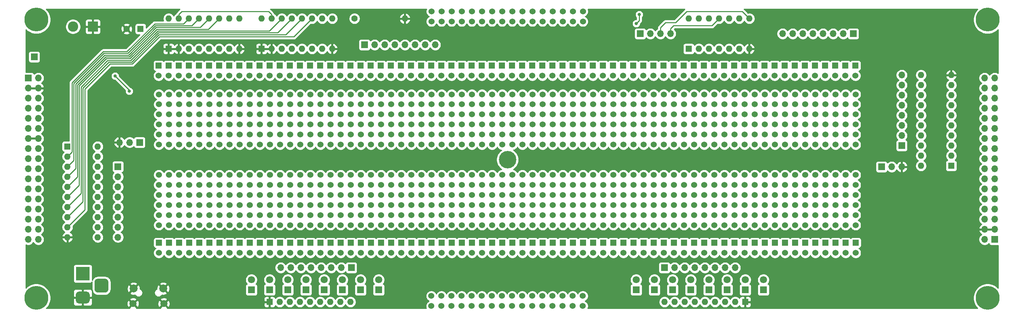
<source format=gbr>
%TF.GenerationSoftware,KiCad,Pcbnew,(5.1.10-1-10_14)*%
%TF.CreationDate,2021-08-24T01:17:35-04:00*%
%TF.ProjectId,breadboard-prototype-register,62726561-6462-46f6-9172-642d70726f74,rev?*%
%TF.SameCoordinates,Original*%
%TF.FileFunction,Copper,L2,Bot*%
%TF.FilePolarity,Positive*%
%FSLAX46Y46*%
G04 Gerber Fmt 4.6, Leading zero omitted, Abs format (unit mm)*
G04 Created by KiCad (PCBNEW (5.1.10-1-10_14)) date 2021-08-24 01:17:35*
%MOMM*%
%LPD*%
G01*
G04 APERTURE LIST*
%TA.AperFunction,ComponentPad*%
%ADD10O,1.600000X1.600000*%
%TD*%
%TA.AperFunction,ComponentPad*%
%ADD11R,1.600000X1.600000*%
%TD*%
%TA.AperFunction,ComponentPad*%
%ADD12O,1.700000X1.700000*%
%TD*%
%TA.AperFunction,ComponentPad*%
%ADD13R,1.700000X1.700000*%
%TD*%
%TA.AperFunction,ComponentPad*%
%ADD14C,1.600000*%
%TD*%
%TA.AperFunction,ComponentPad*%
%ADD15C,2.000000*%
%TD*%
%TA.AperFunction,ComponentPad*%
%ADD16C,1.800000*%
%TD*%
%TA.AperFunction,ComponentPad*%
%ADD17R,1.800000X1.800000*%
%TD*%
%TA.AperFunction,ComponentPad*%
%ADD18R,1.524000X1.524000*%
%TD*%
%TA.AperFunction,ComponentPad*%
%ADD19C,1.524000*%
%TD*%
%TA.AperFunction,ComponentPad*%
%ADD20C,4.400000*%
%TD*%
%TA.AperFunction,ComponentPad*%
%ADD21C,0.700000*%
%TD*%
%TA.AperFunction,ComponentPad*%
%ADD22C,6.000000*%
%TD*%
%TA.AperFunction,ComponentPad*%
%ADD23C,0.800000*%
%TD*%
%TA.AperFunction,ComponentPad*%
%ADD24R,2.600000X2.600000*%
%TD*%
%TA.AperFunction,ComponentPad*%
%ADD25C,2.600000*%
%TD*%
%TA.AperFunction,ComponentPad*%
%ADD26R,3.500000X3.500000*%
%TD*%
%TA.AperFunction,ViaPad*%
%ADD27C,0.800000*%
%TD*%
%TA.AperFunction,Conductor*%
%ADD28C,0.250000*%
%TD*%
%TA.AperFunction,Conductor*%
%ADD29C,0.500000*%
%TD*%
%TA.AperFunction,Conductor*%
%ADD30C,0.254000*%
%TD*%
%TA.AperFunction,Conductor*%
%ADD31C,0.100000*%
%TD*%
G04 APERTURE END LIST*
D10*
%TO.P,U5,14*%
%TO.N,VCC*%
X195326000Y-62992000D03*
%TO.P,U5,7*%
%TO.N,GND*%
X210566000Y-70612000D03*
%TO.P,U5,13*%
%TO.N,Net-(J13-Pad1)*%
X197866000Y-62992000D03*
%TO.P,U5,6*%
%TO.N,Net-(D14-Pad2)*%
X208026000Y-70612000D03*
%TO.P,U5,12*%
%TO.N,Net-(J13-Pad2)*%
X200406000Y-62992000D03*
%TO.P,U5,5*%
%TO.N,Net-(J13-Pad5)*%
X205486000Y-70612000D03*
%TO.P,U5,11*%
%TO.N,Net-(D16-Pad2)*%
X202946000Y-62992000D03*
%TO.P,U5,4*%
%TO.N,Net-(J13-Pad6)*%
X202946000Y-70612000D03*
%TO.P,U5,10*%
%TO.N,Net-(J13-Pad3)*%
X205486000Y-62992000D03*
%TO.P,U5,3*%
%TO.N,Net-(D13-Pad2)*%
X200406000Y-70612000D03*
%TO.P,U5,9*%
%TO.N,Net-(J13-Pad4)*%
X208026000Y-62992000D03*
%TO.P,U5,2*%
%TO.N,Net-(J13-Pad7)*%
X197866000Y-70612000D03*
%TO.P,U5,8*%
%TO.N,Net-(D15-Pad2)*%
X210566000Y-62992000D03*
D11*
%TO.P,U5,1*%
%TO.N,Net-(J13-Pad8)*%
X195326000Y-70612000D03*
%TD*%
D12*
%TO.P,J18,4*%
%TO.N,Net-(D16-Pad2)*%
X190754000Y-66802000D03*
%TO.P,J18,3*%
%TO.N,Net-(D15-Pad2)*%
X188214000Y-66802000D03*
%TO.P,J18,2*%
%TO.N,Net-(D14-Pad2)*%
X185674000Y-66802000D03*
D13*
%TO.P,J18,1*%
%TO.N,Net-(D13-Pad2)*%
X183134000Y-66802000D03*
%TD*%
D12*
%TO.P,J13,8*%
%TO.N,Net-(J13-Pad8)*%
X218948000Y-66802000D03*
%TO.P,J13,7*%
%TO.N,Net-(J13-Pad7)*%
X221488000Y-66802000D03*
%TO.P,J13,6*%
%TO.N,Net-(J13-Pad6)*%
X224028000Y-66802000D03*
%TO.P,J13,5*%
%TO.N,Net-(J13-Pad5)*%
X226568000Y-66802000D03*
%TO.P,J13,4*%
%TO.N,Net-(J13-Pad4)*%
X229108000Y-66802000D03*
%TO.P,J13,3*%
%TO.N,Net-(J13-Pad3)*%
X231648000Y-66802000D03*
%TO.P,J13,2*%
%TO.N,Net-(J13-Pad2)*%
X234188000Y-66802000D03*
D13*
%TO.P,J13,1*%
%TO.N,Net-(J13-Pad1)*%
X236728000Y-66802000D03*
%TD*%
%TO.P,J12,1*%
%TO.N,Net-(J12-Pad1)*%
X30734000Y-72644000D03*
%TD*%
D10*
%TO.P,R29,2*%
%TO.N,GND*%
X123952000Y-62992000D03*
D14*
%TO.P,R29,1*%
%TO.N,Net-(J12-Pad1)*%
X111252000Y-62992000D03*
%TD*%
D12*
%TO.P,J19,8*%
%TO.N,Net-(J19-Pad8)*%
X131572000Y-69596000D03*
%TO.P,J19,7*%
%TO.N,Net-(J19-Pad7)*%
X129032000Y-69596000D03*
%TO.P,J19,6*%
%TO.N,Net-(J19-Pad6)*%
X126492000Y-69596000D03*
%TO.P,J19,5*%
%TO.N,Net-(J19-Pad5)*%
X123952000Y-69596000D03*
%TO.P,J19,4*%
%TO.N,Net-(J19-Pad4)*%
X121412000Y-69596000D03*
%TO.P,J19,3*%
%TO.N,Net-(J19-Pad3)*%
X118872000Y-69596000D03*
%TO.P,J19,2*%
%TO.N,Net-(J19-Pad2)*%
X116332000Y-69596000D03*
D13*
%TO.P,J19,1*%
%TO.N,Net-(J19-Pad1)*%
X113792000Y-69596000D03*
%TD*%
D10*
%TO.P,U4,16*%
%TO.N,VCC*%
X64516000Y-62992000D03*
%TO.P,U4,8*%
%TO.N,GND*%
X82296000Y-70612000D03*
%TO.P,U4,15*%
%TO.N,Net-(J12-Pad1)*%
X67056000Y-62992000D03*
%TO.P,U4,7*%
%TO.N,C5*%
X79756000Y-70612000D03*
%TO.P,U4,14*%
%TO.N,Net-(J1-Pad19)*%
X69596000Y-62992000D03*
%TO.P,U4,6*%
%TO.N,Net-(J19-Pad4)*%
X77216000Y-70612000D03*
%TO.P,U4,13*%
%TO.N,Net-(J1-Pad21)*%
X72136000Y-62992000D03*
%TO.P,U4,5*%
%TO.N,Net-(J19-Pad3)*%
X74676000Y-70612000D03*
%TO.P,U4,12*%
%TO.N,Net-(J1-Pad23)*%
X74676000Y-62992000D03*
%TO.P,U4,4*%
%TO.N,Net-(J19-Pad2)*%
X72136000Y-70612000D03*
%TO.P,U4,11*%
%TO.N,Net-(J1-Pad25)*%
X77216000Y-62992000D03*
%TO.P,U4,3*%
%TO.N,Net-(J19-Pad1)*%
X69596000Y-70612000D03*
%TO.P,U4,10*%
%TO.N,C6*%
X79756000Y-62992000D03*
%TO.P,U4,2*%
%TO.N,GND*%
X67056000Y-70612000D03*
%TO.P,U4,9*%
%TO.N,C6*%
X82296000Y-62992000D03*
D11*
%TO.P,U4,1*%
%TO.N,GND*%
X64516000Y-70612000D03*
%TD*%
D10*
%TO.P,U3,16*%
%TO.N,VCC*%
X87884000Y-62992000D03*
%TO.P,U3,8*%
%TO.N,GND*%
X105664000Y-70612000D03*
%TO.P,U3,15*%
%TO.N,Net-(J12-Pad1)*%
X90424000Y-62992000D03*
%TO.P,U3,7*%
%TO.N,C5*%
X103124000Y-70612000D03*
%TO.P,U3,14*%
%TO.N,Net-(J1-Pad27)*%
X92964000Y-62992000D03*
%TO.P,U3,6*%
%TO.N,Net-(J19-Pad8)*%
X100584000Y-70612000D03*
%TO.P,U3,13*%
%TO.N,Net-(J1-Pad29)*%
X95504000Y-62992000D03*
%TO.P,U3,5*%
%TO.N,Net-(J19-Pad7)*%
X98044000Y-70612000D03*
%TO.P,U3,12*%
%TO.N,Net-(J1-Pad31)*%
X98044000Y-62992000D03*
%TO.P,U3,4*%
%TO.N,Net-(J19-Pad6)*%
X95504000Y-70612000D03*
%TO.P,U3,11*%
%TO.N,Net-(J1-Pad33)*%
X100584000Y-62992000D03*
%TO.P,U3,3*%
%TO.N,Net-(J19-Pad5)*%
X92964000Y-70612000D03*
%TO.P,U3,10*%
%TO.N,C6*%
X103124000Y-62992000D03*
%TO.P,U3,2*%
%TO.N,GND*%
X90424000Y-70612000D03*
%TO.P,U3,9*%
%TO.N,C6*%
X105664000Y-62992000D03*
D11*
%TO.P,U3,1*%
%TO.N,GND*%
X87884000Y-70612000D03*
%TD*%
%TO.P,U1,1*%
%TO.N,Net-(J2-Pad2)*%
X39072000Y-95200000D03*
D10*
%TO.P,U1,11*%
%TO.N,Net-(J3-Pad8)*%
X46692000Y-118060000D03*
%TO.P,U1,2*%
%TO.N,Net-(J1-Pad19)*%
X39072000Y-97740000D03*
%TO.P,U1,12*%
%TO.N,Net-(J3-Pad7)*%
X46692000Y-115520000D03*
%TO.P,U1,3*%
%TO.N,Net-(J1-Pad21)*%
X39072000Y-100280000D03*
%TO.P,U1,13*%
%TO.N,Net-(J3-Pad6)*%
X46692000Y-112980000D03*
%TO.P,U1,4*%
%TO.N,Net-(J1-Pad23)*%
X39072000Y-102820000D03*
%TO.P,U1,14*%
%TO.N,Net-(J3-Pad5)*%
X46692000Y-110440000D03*
%TO.P,U1,5*%
%TO.N,Net-(J1-Pad25)*%
X39072000Y-105360000D03*
%TO.P,U1,15*%
%TO.N,Net-(J3-Pad4)*%
X46692000Y-107900000D03*
%TO.P,U1,6*%
%TO.N,Net-(J1-Pad27)*%
X39072000Y-107900000D03*
%TO.P,U1,16*%
%TO.N,Net-(J3-Pad3)*%
X46692000Y-105360000D03*
%TO.P,U1,7*%
%TO.N,Net-(J1-Pad29)*%
X39072000Y-110440000D03*
%TO.P,U1,17*%
%TO.N,Net-(J3-Pad2)*%
X46692000Y-102820000D03*
%TO.P,U1,8*%
%TO.N,Net-(J1-Pad31)*%
X39072000Y-112980000D03*
%TO.P,U1,18*%
%TO.N,Net-(J3-Pad1)*%
X46692000Y-100280000D03*
%TO.P,U1,9*%
%TO.N,Net-(J1-Pad33)*%
X39072000Y-115520000D03*
%TO.P,U1,19*%
%TO.N,Net-(J1-Pad17)*%
X46692000Y-97740000D03*
%TO.P,U1,10*%
%TO.N,GND*%
X39072000Y-118060000D03*
%TO.P,U1,20*%
%TO.N,VCC*%
X46692000Y-95200000D03*
%TD*%
D11*
%TO.P,U2,1*%
%TO.N,Net-(J7-Pad2)*%
X261366000Y-100076000D03*
D10*
%TO.P,U2,11*%
%TO.N,Net-(J8-Pad8)*%
X253746000Y-77216000D03*
%TO.P,U2,2*%
%TO.N,Net-(J6-Pad19)*%
X261366000Y-97536000D03*
%TO.P,U2,12*%
%TO.N,Net-(J8-Pad7)*%
X253746000Y-79756000D03*
%TO.P,U2,3*%
%TO.N,Net-(J6-Pad21)*%
X261366000Y-94996000D03*
%TO.P,U2,13*%
%TO.N,Net-(J8-Pad6)*%
X253746000Y-82296000D03*
%TO.P,U2,4*%
%TO.N,Net-(J6-Pad23)*%
X261366000Y-92456000D03*
%TO.P,U2,14*%
%TO.N,Net-(J8-Pad5)*%
X253746000Y-84836000D03*
%TO.P,U2,5*%
%TO.N,Net-(J6-Pad25)*%
X261366000Y-89916000D03*
%TO.P,U2,15*%
%TO.N,Net-(J8-Pad4)*%
X253746000Y-87376000D03*
%TO.P,U2,6*%
%TO.N,Net-(J6-Pad27)*%
X261366000Y-87376000D03*
%TO.P,U2,16*%
%TO.N,Net-(J8-Pad3)*%
X253746000Y-89916000D03*
%TO.P,U2,7*%
%TO.N,Net-(J6-Pad29)*%
X261366000Y-84836000D03*
%TO.P,U2,17*%
%TO.N,Net-(J8-Pad2)*%
X253746000Y-92456000D03*
%TO.P,U2,8*%
%TO.N,Net-(J6-Pad31)*%
X261366000Y-82296000D03*
%TO.P,U2,18*%
%TO.N,Net-(J8-Pad1)*%
X253746000Y-94996000D03*
%TO.P,U2,9*%
%TO.N,Net-(J6-Pad33)*%
X261366000Y-79756000D03*
%TO.P,U2,19*%
%TO.N,Net-(J6-Pad17)*%
X253746000Y-97536000D03*
%TO.P,U2,10*%
%TO.N,GND*%
X261366000Y-77216000D03*
%TO.P,U2,20*%
%TO.N,VCC*%
X253746000Y-100076000D03*
%TD*%
D15*
%TO.P,J4,6*%
%TO.N,GND*%
X55711000Y-130992000D03*
X63161000Y-130992000D03*
D16*
X55561000Y-134792000D03*
X63311000Y-134792000D03*
%TD*%
D17*
%TO.P,D37,1*%
%TO.N,Net-(D37-Pad1)*%
X182118000Y-131318000D03*
D16*
%TO.P,D37,2*%
%TO.N,Net-(D37-Pad2)*%
X182118000Y-128778000D03*
%TD*%
D17*
%TO.P,D38,1*%
%TO.N,Net-(D38-Pad1)*%
X186690000Y-131318000D03*
D16*
%TO.P,D38,2*%
%TO.N,Net-(D38-Pad2)*%
X186690000Y-128778000D03*
%TD*%
D17*
%TO.P,D39,1*%
%TO.N,Net-(D39-Pad1)*%
X191262000Y-131318000D03*
D16*
%TO.P,D39,2*%
%TO.N,Net-(D39-Pad2)*%
X191262000Y-128778000D03*
%TD*%
D17*
%TO.P,D40,1*%
%TO.N,Net-(D40-Pad1)*%
X195834000Y-131318000D03*
D16*
%TO.P,D40,2*%
%TO.N,Net-(D40-Pad2)*%
X195834000Y-128778000D03*
%TD*%
D17*
%TO.P,D42,1*%
%TO.N,Net-(D42-Pad1)*%
X204978000Y-131318000D03*
D16*
%TO.P,D42,2*%
%TO.N,Net-(D42-Pad2)*%
X204978000Y-128778000D03*
%TD*%
D17*
%TO.P,D41,1*%
%TO.N,Net-(D41-Pad1)*%
X200406000Y-131318000D03*
D16*
%TO.P,D41,2*%
%TO.N,Net-(D41-Pad2)*%
X200406000Y-128778000D03*
%TD*%
D18*
%TO.P,REF\u002A\u002A,1*%
%TO.N,N/C*%
X219482000Y-74836000D03*
D19*
%TO.P,REF\u002A\u002A,2*%
X219482000Y-77376000D03*
%TD*%
D18*
%TO.P,REF\u002A\u002A,1*%
%TO.N,N/C*%
X222022000Y-74836000D03*
D19*
%TO.P,REF\u002A\u002A,2*%
X222022000Y-77376000D03*
%TD*%
D18*
%TO.P,REF\u002A\u002A,1*%
%TO.N,N/C*%
X224562000Y-74836000D03*
D19*
%TO.P,REF\u002A\u002A,2*%
X224562000Y-77376000D03*
%TD*%
D18*
%TO.P,REF\u002A\u002A,1*%
%TO.N,N/C*%
X227102000Y-74836000D03*
D19*
%TO.P,REF\u002A\u002A,2*%
X227102000Y-77376000D03*
%TD*%
D18*
%TO.P,REF\u002A\u002A,1*%
%TO.N,N/C*%
X229642000Y-74836000D03*
D19*
%TO.P,REF\u002A\u002A,2*%
X229642000Y-77376000D03*
%TD*%
D18*
%TO.P,REF\u002A\u002A,1*%
%TO.N,N/C*%
X232182000Y-74836000D03*
D19*
%TO.P,REF\u002A\u002A,2*%
X232182000Y-77376000D03*
%TD*%
D18*
%TO.P,REF\u002A\u002A,1*%
%TO.N,N/C*%
X234722000Y-74836000D03*
D19*
%TO.P,REF\u002A\u002A,2*%
X234722000Y-77376000D03*
%TD*%
D18*
%TO.P,REF\u002A\u002A,1*%
%TO.N,N/C*%
X237262000Y-74836000D03*
D19*
%TO.P,REF\u002A\u002A,2*%
X237262000Y-77376000D03*
%TD*%
D18*
%TO.P,REF\u002A\u002A,1*%
%TO.N,N/C*%
X62072000Y-119456000D03*
D19*
%TO.P,REF\u002A\u002A,2*%
X62072000Y-121996000D03*
%TD*%
D18*
%TO.P,REF\u002A\u002A,1*%
%TO.N,N/C*%
X64612000Y-119456000D03*
D19*
%TO.P,REF\u002A\u002A,2*%
X64612000Y-121996000D03*
%TD*%
D18*
%TO.P,REF\u002A\u002A,1*%
%TO.N,N/C*%
X67152000Y-119456000D03*
D19*
%TO.P,REF\u002A\u002A,2*%
X67152000Y-121996000D03*
%TD*%
D18*
%TO.P,REF\u002A\u002A,1*%
%TO.N,N/C*%
X69692000Y-119456000D03*
D19*
%TO.P,REF\u002A\u002A,2*%
X69692000Y-121996000D03*
%TD*%
D18*
%TO.P,REF\u002A\u002A,1*%
%TO.N,N/C*%
X72232000Y-119456000D03*
D19*
%TO.P,REF\u002A\u002A,2*%
X72232000Y-121996000D03*
%TD*%
D18*
%TO.P,REF\u002A\u002A,1*%
%TO.N,N/C*%
X74772000Y-119456000D03*
D19*
%TO.P,REF\u002A\u002A,2*%
X74772000Y-121996000D03*
%TD*%
D18*
%TO.P,REF\u002A\u002A,1*%
%TO.N,N/C*%
X77312000Y-119456000D03*
D19*
%TO.P,REF\u002A\u002A,2*%
X77312000Y-121996000D03*
%TD*%
D18*
%TO.P,REF\u002A\u002A,1*%
%TO.N,N/C*%
X79852000Y-119456000D03*
D19*
%TO.P,REF\u002A\u002A,2*%
X79852000Y-121996000D03*
%TD*%
D18*
%TO.P,REF\u002A\u002A,1*%
%TO.N,N/C*%
X82392000Y-119456000D03*
D19*
%TO.P,REF\u002A\u002A,2*%
X82392000Y-121996000D03*
%TD*%
D18*
%TO.P,REF\u002A\u002A,1*%
%TO.N,N/C*%
X84932000Y-119456000D03*
D19*
%TO.P,REF\u002A\u002A,2*%
X84932000Y-121996000D03*
%TD*%
D18*
%TO.P,REF\u002A\u002A,1*%
%TO.N,N/C*%
X87472000Y-119456000D03*
D19*
%TO.P,REF\u002A\u002A,2*%
X87472000Y-121996000D03*
%TD*%
D18*
%TO.P,REF\u002A\u002A,1*%
%TO.N,N/C*%
X90012000Y-119456000D03*
D19*
%TO.P,REF\u002A\u002A,2*%
X90012000Y-121996000D03*
%TD*%
D18*
%TO.P,REF\u002A\u002A,1*%
%TO.N,N/C*%
X92552000Y-119456000D03*
D19*
%TO.P,REF\u002A\u002A,2*%
X92552000Y-121996000D03*
%TD*%
D18*
%TO.P,REF\u002A\u002A,1*%
%TO.N,N/C*%
X95092000Y-119456000D03*
D19*
%TO.P,REF\u002A\u002A,2*%
X95092000Y-121996000D03*
%TD*%
D18*
%TO.P,REF\u002A\u002A,1*%
%TO.N,N/C*%
X97632000Y-119456000D03*
D19*
%TO.P,REF\u002A\u002A,2*%
X97632000Y-121996000D03*
%TD*%
D18*
%TO.P,REF\u002A\u002A,1*%
%TO.N,N/C*%
X100172000Y-119456000D03*
D19*
%TO.P,REF\u002A\u002A,2*%
X100172000Y-121996000D03*
%TD*%
D18*
%TO.P,REF\u002A\u002A,1*%
%TO.N,N/C*%
X102712000Y-119456000D03*
D19*
%TO.P,REF\u002A\u002A,2*%
X102712000Y-121996000D03*
%TD*%
D18*
%TO.P,REF\u002A\u002A,1*%
%TO.N,N/C*%
X105252000Y-119456000D03*
D19*
%TO.P,REF\u002A\u002A,2*%
X105252000Y-121996000D03*
%TD*%
D18*
%TO.P,REF\u002A\u002A,1*%
%TO.N,N/C*%
X107792000Y-119456000D03*
D19*
%TO.P,REF\u002A\u002A,2*%
X107792000Y-121996000D03*
%TD*%
D18*
%TO.P,REF\u002A\u002A,1*%
%TO.N,N/C*%
X110332000Y-119456000D03*
D19*
%TO.P,REF\u002A\u002A,2*%
X110332000Y-121996000D03*
%TD*%
D18*
%TO.P,REF\u002A\u002A,1*%
%TO.N,N/C*%
X112872000Y-119456000D03*
D19*
%TO.P,REF\u002A\u002A,2*%
X112872000Y-121996000D03*
%TD*%
D18*
%TO.P,REF\u002A\u002A,1*%
%TO.N,N/C*%
X115412000Y-119456000D03*
D19*
%TO.P,REF\u002A\u002A,2*%
X115412000Y-121996000D03*
%TD*%
D18*
%TO.P,REF\u002A\u002A,1*%
%TO.N,N/C*%
X117952000Y-119456000D03*
D19*
%TO.P,REF\u002A\u002A,2*%
X117952000Y-121996000D03*
%TD*%
D18*
%TO.P,REF\u002A\u002A,1*%
%TO.N,N/C*%
X120492000Y-119456000D03*
D19*
%TO.P,REF\u002A\u002A,2*%
X120492000Y-121996000D03*
%TD*%
D18*
%TO.P,REF\u002A\u002A,1*%
%TO.N,N/C*%
X123032000Y-119456000D03*
D19*
%TO.P,REF\u002A\u002A,2*%
X123032000Y-121996000D03*
%TD*%
D18*
%TO.P,REF\u002A\u002A,1*%
%TO.N,N/C*%
X125572000Y-119456000D03*
D19*
%TO.P,REF\u002A\u002A,2*%
X125572000Y-121996000D03*
%TD*%
D18*
%TO.P,REF\u002A\u002A,1*%
%TO.N,N/C*%
X128112000Y-119456000D03*
D19*
%TO.P,REF\u002A\u002A,2*%
X128112000Y-121996000D03*
%TD*%
D18*
%TO.P,REF\u002A\u002A,1*%
%TO.N,N/C*%
X130652000Y-119456000D03*
D19*
%TO.P,REF\u002A\u002A,2*%
X130652000Y-121996000D03*
%TD*%
D18*
%TO.P,REF\u002A\u002A,1*%
%TO.N,N/C*%
X133192000Y-119456000D03*
D19*
%TO.P,REF\u002A\u002A,2*%
X133192000Y-121996000D03*
%TD*%
D18*
%TO.P,REF\u002A\u002A,1*%
%TO.N,N/C*%
X135732000Y-119456000D03*
D19*
%TO.P,REF\u002A\u002A,2*%
X135732000Y-121996000D03*
%TD*%
D18*
%TO.P,REF\u002A\u002A,1*%
%TO.N,N/C*%
X138272000Y-119456000D03*
D19*
%TO.P,REF\u002A\u002A,2*%
X138272000Y-121996000D03*
%TD*%
D18*
%TO.P,REF\u002A\u002A,1*%
%TO.N,N/C*%
X140812000Y-119456000D03*
D19*
%TO.P,REF\u002A\u002A,2*%
X140812000Y-121996000D03*
%TD*%
D18*
%TO.P,REF\u002A\u002A,1*%
%TO.N,N/C*%
X143352000Y-119456000D03*
D19*
%TO.P,REF\u002A\u002A,2*%
X143352000Y-121996000D03*
%TD*%
D18*
%TO.P,REF\u002A\u002A,1*%
%TO.N,N/C*%
X145892000Y-119456000D03*
D19*
%TO.P,REF\u002A\u002A,2*%
X145892000Y-121996000D03*
%TD*%
D18*
%TO.P,REF\u002A\u002A,1*%
%TO.N,N/C*%
X148432000Y-119456000D03*
D19*
%TO.P,REF\u002A\u002A,2*%
X148432000Y-121996000D03*
%TD*%
D18*
%TO.P,REF\u002A\u002A,1*%
%TO.N,N/C*%
X150972000Y-119456000D03*
D19*
%TO.P,REF\u002A\u002A,2*%
X150972000Y-121996000D03*
%TD*%
D18*
%TO.P,REF\u002A\u002A,1*%
%TO.N,N/C*%
X153512000Y-119456000D03*
D19*
%TO.P,REF\u002A\u002A,2*%
X153512000Y-121996000D03*
%TD*%
D18*
%TO.P,REF\u002A\u002A,1*%
%TO.N,N/C*%
X156052000Y-119456000D03*
D19*
%TO.P,REF\u002A\u002A,2*%
X156052000Y-121996000D03*
%TD*%
D18*
%TO.P,REF\u002A\u002A,1*%
%TO.N,N/C*%
X158592000Y-119456000D03*
D19*
%TO.P,REF\u002A\u002A,2*%
X158592000Y-121996000D03*
%TD*%
D18*
%TO.P,REF\u002A\u002A,1*%
%TO.N,N/C*%
X161132000Y-119456000D03*
D19*
%TO.P,REF\u002A\u002A,2*%
X161132000Y-121996000D03*
%TD*%
D18*
%TO.P,REF\u002A\u002A,1*%
%TO.N,N/C*%
X163672000Y-119456000D03*
D19*
%TO.P,REF\u002A\u002A,2*%
X163672000Y-121996000D03*
%TD*%
D18*
%TO.P,REF\u002A\u002A,1*%
%TO.N,N/C*%
X166212000Y-119456000D03*
D19*
%TO.P,REF\u002A\u002A,2*%
X166212000Y-121996000D03*
%TD*%
D18*
%TO.P,REF\u002A\u002A,1*%
%TO.N,N/C*%
X168752000Y-119456000D03*
D19*
%TO.P,REF\u002A\u002A,2*%
X168752000Y-121996000D03*
%TD*%
D18*
%TO.P,REF\u002A\u002A,1*%
%TO.N,N/C*%
X171292000Y-119456000D03*
D19*
%TO.P,REF\u002A\u002A,2*%
X171292000Y-121996000D03*
%TD*%
D18*
%TO.P,REF\u002A\u002A,1*%
%TO.N,N/C*%
X173832000Y-119456000D03*
D19*
%TO.P,REF\u002A\u002A,2*%
X173832000Y-121996000D03*
%TD*%
D18*
%TO.P,REF\u002A\u002A,1*%
%TO.N,N/C*%
X176372000Y-119456000D03*
D19*
%TO.P,REF\u002A\u002A,2*%
X176372000Y-121996000D03*
%TD*%
D18*
%TO.P,REF\u002A\u002A,1*%
%TO.N,N/C*%
X178912000Y-119456000D03*
D19*
%TO.P,REF\u002A\u002A,2*%
X178912000Y-121996000D03*
%TD*%
D18*
%TO.P,REF\u002A\u002A,1*%
%TO.N,N/C*%
X181452000Y-119456000D03*
D19*
%TO.P,REF\u002A\u002A,2*%
X181452000Y-121996000D03*
%TD*%
D18*
%TO.P,REF\u002A\u002A,1*%
%TO.N,N/C*%
X183992000Y-119456000D03*
D19*
%TO.P,REF\u002A\u002A,2*%
X183992000Y-121996000D03*
%TD*%
D18*
%TO.P,REF\u002A\u002A,1*%
%TO.N,N/C*%
X186532000Y-119456000D03*
D19*
%TO.P,REF\u002A\u002A,2*%
X186532000Y-121996000D03*
%TD*%
D18*
%TO.P,REF\u002A\u002A,1*%
%TO.N,N/C*%
X189072000Y-119456000D03*
D19*
%TO.P,REF\u002A\u002A,2*%
X189072000Y-121996000D03*
%TD*%
D18*
%TO.P,REF\u002A\u002A,1*%
%TO.N,N/C*%
X191612000Y-119456000D03*
D19*
%TO.P,REF\u002A\u002A,2*%
X191612000Y-121996000D03*
%TD*%
D18*
%TO.P,REF\u002A\u002A,1*%
%TO.N,N/C*%
X194152000Y-119456000D03*
D19*
%TO.P,REF\u002A\u002A,2*%
X194152000Y-121996000D03*
%TD*%
D18*
%TO.P,REF\u002A\u002A,1*%
%TO.N,N/C*%
X196692000Y-119456000D03*
D19*
%TO.P,REF\u002A\u002A,2*%
X196692000Y-121996000D03*
%TD*%
D18*
%TO.P,REF\u002A\u002A,1*%
%TO.N,N/C*%
X199232000Y-119456000D03*
D19*
%TO.P,REF\u002A\u002A,2*%
X199232000Y-121996000D03*
%TD*%
D18*
%TO.P,REF\u002A\u002A,1*%
%TO.N,N/C*%
X201772000Y-119456000D03*
D19*
%TO.P,REF\u002A\u002A,2*%
X201772000Y-121996000D03*
%TD*%
D18*
%TO.P,REF\u002A\u002A,1*%
%TO.N,N/C*%
X204312000Y-119456000D03*
D19*
%TO.P,REF\u002A\u002A,2*%
X204312000Y-121996000D03*
%TD*%
D18*
%TO.P,REF\u002A\u002A,1*%
%TO.N,N/C*%
X206852000Y-119456000D03*
D19*
%TO.P,REF\u002A\u002A,2*%
X206852000Y-121996000D03*
%TD*%
D18*
%TO.P,REF\u002A\u002A,1*%
%TO.N,N/C*%
X209392000Y-119456000D03*
D19*
%TO.P,REF\u002A\u002A,2*%
X209392000Y-121996000D03*
%TD*%
D18*
%TO.P,REF\u002A\u002A,1*%
%TO.N,N/C*%
X211932000Y-119456000D03*
D19*
%TO.P,REF\u002A\u002A,2*%
X211932000Y-121996000D03*
%TD*%
D18*
%TO.P,REF\u002A\u002A,1*%
%TO.N,N/C*%
X214472000Y-119456000D03*
D19*
%TO.P,REF\u002A\u002A,2*%
X214472000Y-121996000D03*
%TD*%
D18*
%TO.P,REF\u002A\u002A,1*%
%TO.N,N/C*%
X217012000Y-119456000D03*
D19*
%TO.P,REF\u002A\u002A,2*%
X217012000Y-121996000D03*
%TD*%
D18*
%TO.P,REF\u002A\u002A,1*%
%TO.N,N/C*%
X219552000Y-119456000D03*
D19*
%TO.P,REF\u002A\u002A,2*%
X219552000Y-121996000D03*
%TD*%
D18*
%TO.P,REF\u002A\u002A,1*%
%TO.N,N/C*%
X222092000Y-119456000D03*
D19*
%TO.P,REF\u002A\u002A,2*%
X222092000Y-121996000D03*
%TD*%
D18*
%TO.P,REF\u002A\u002A,1*%
%TO.N,N/C*%
X224632000Y-119456000D03*
D19*
%TO.P,REF\u002A\u002A,2*%
X224632000Y-121996000D03*
%TD*%
D18*
%TO.P,REF\u002A\u002A,1*%
%TO.N,N/C*%
X227172000Y-119456000D03*
D19*
%TO.P,REF\u002A\u002A,2*%
X227172000Y-121996000D03*
%TD*%
D18*
%TO.P,REF\u002A\u002A,1*%
%TO.N,N/C*%
X229712000Y-119456000D03*
D19*
%TO.P,REF\u002A\u002A,2*%
X229712000Y-121996000D03*
%TD*%
D18*
%TO.P,REF\u002A\u002A,1*%
%TO.N,N/C*%
X232252000Y-119456000D03*
D19*
%TO.P,REF\u002A\u002A,2*%
X232252000Y-121996000D03*
%TD*%
D18*
%TO.P,REF\u002A\u002A,1*%
%TO.N,N/C*%
X234792000Y-119456000D03*
D19*
%TO.P,REF\u002A\u002A,2*%
X234792000Y-121996000D03*
%TD*%
D18*
%TO.P,REF\u002A\u002A,1*%
%TO.N,N/C*%
X237332000Y-119456000D03*
D19*
%TO.P,REF\u002A\u002A,2*%
X237332000Y-121996000D03*
%TD*%
D20*
%TO.P,REF\u002A\u002A,1*%
%TO.N,N/C*%
X149762000Y-98536000D03*
D21*
X151412000Y-98536000D03*
X150928726Y-99702726D03*
X149762000Y-100186000D03*
X148595274Y-99702726D03*
X148112000Y-98536000D03*
X148595274Y-97369274D03*
X149762000Y-96886000D03*
X150928726Y-97369274D03*
%TD*%
D19*
%TO.P,J14,1*%
%TO.N,Net-(J14-Pad1)*%
X237322000Y-115026000D03*
%TO.P,J14,2*%
%TO.N,Net-(J14-Pad2)*%
X234782000Y-115026000D03*
%TO.P,J14,3*%
%TO.N,Net-(J14-Pad3)*%
X232242000Y-115026000D03*
%TO.P,J14,4*%
%TO.N,Net-(J14-Pad4)*%
X229702000Y-115026000D03*
%TO.P,J14,5*%
%TO.N,Net-(J14-Pad5)*%
X227162000Y-115026000D03*
%TO.P,J14,6*%
%TO.N,Net-(J14-Pad6)*%
X224622000Y-115026000D03*
%TO.P,J14,7*%
%TO.N,Net-(J14-Pad7)*%
X222082000Y-115026000D03*
%TO.P,J14,8*%
%TO.N,Net-(J14-Pad8)*%
X219542000Y-115026000D03*
%TO.P,J14,9*%
%TO.N,Net-(J14-Pad9)*%
X217002000Y-115026000D03*
%TO.P,J14,10*%
%TO.N,Net-(J14-Pad10)*%
X214462000Y-115026000D03*
%TO.P,J14,11*%
%TO.N,Net-(J14-Pad11)*%
X211922000Y-115026000D03*
%TO.P,J14,12*%
%TO.N,Net-(J14-Pad12)*%
X209382000Y-115026000D03*
%TO.P,J14,13*%
%TO.N,Net-(J14-Pad13)*%
X206842000Y-115026000D03*
%TO.P,J14,14*%
%TO.N,Net-(J14-Pad14)*%
X204302000Y-115026000D03*
%TO.P,J14,15*%
%TO.N,Net-(J14-Pad15)*%
X201762000Y-115026000D03*
%TO.P,J14,16*%
%TO.N,Net-(J14-Pad16)*%
X199222000Y-115026000D03*
%TO.P,J14,17*%
%TO.N,Net-(J14-Pad17)*%
X196682000Y-115026000D03*
%TO.P,J14,18*%
%TO.N,Net-(J14-Pad18)*%
X194142000Y-115026000D03*
%TO.P,J14,19*%
%TO.N,Net-(J14-Pad19)*%
X191602000Y-115026000D03*
%TO.P,J14,20*%
%TO.N,Net-(J14-Pad20)*%
X189062000Y-115026000D03*
%TO.P,J14,21*%
%TO.N,Net-(J14-Pad21)*%
X186522000Y-115026000D03*
%TO.P,J14,22*%
%TO.N,Net-(J14-Pad22)*%
X183982000Y-115026000D03*
%TO.P,J14,23*%
%TO.N,Net-(J14-Pad23)*%
X181442000Y-115026000D03*
%TO.P,J14,24*%
%TO.N,Net-(J14-Pad24)*%
X178902000Y-115026000D03*
%TO.P,J14,25*%
%TO.N,Net-(J14-Pad25)*%
X176362000Y-115026000D03*
%TO.P,J14,26*%
%TO.N,Net-(J14-Pad26)*%
X173822000Y-115026000D03*
%TO.P,J14,27*%
%TO.N,Net-(J14-Pad27)*%
X171282000Y-115026000D03*
%TO.P,J14,28*%
%TO.N,Net-(J14-Pad28)*%
X168742000Y-115026000D03*
%TO.P,J14,29*%
%TO.N,Net-(J14-Pad29)*%
X166202000Y-115026000D03*
%TO.P,J14,30*%
%TO.N,Net-(J14-Pad30)*%
X163662000Y-115026000D03*
%TO.P,J14,31*%
%TO.N,Net-(J14-Pad31)*%
X161122000Y-115026000D03*
%TO.P,J14,32*%
%TO.N,Net-(J14-Pad32)*%
X158582000Y-115026000D03*
%TO.P,J14,33*%
%TO.N,Net-(J14-Pad33)*%
X156042000Y-115026000D03*
%TO.P,J14,34*%
%TO.N,Net-(J14-Pad34)*%
X153502000Y-115026000D03*
%TO.P,J14,35*%
%TO.N,Net-(J14-Pad35)*%
X150962000Y-115026000D03*
%TO.P,J14,36*%
%TO.N,Net-(J14-Pad36)*%
X148422000Y-115026000D03*
%TO.P,J14,37*%
%TO.N,Net-(J14-Pad37)*%
X145882000Y-115026000D03*
%TO.P,J14,38*%
%TO.N,Net-(J14-Pad38)*%
X143342000Y-115026000D03*
%TO.P,J14,39*%
%TO.N,Net-(J14-Pad39)*%
X140802000Y-115026000D03*
%TO.P,J14,40*%
%TO.N,Net-(J14-Pad40)*%
X138262000Y-115026000D03*
%TO.P,J14,41*%
%TO.N,Net-(J14-Pad41)*%
X135722000Y-115026000D03*
%TO.P,J14,42*%
%TO.N,Net-(J14-Pad42)*%
X133182000Y-115026000D03*
%TO.P,J14,43*%
%TO.N,Net-(J14-Pad43)*%
X130642000Y-115026000D03*
%TO.P,J14,44*%
%TO.N,Net-(J14-Pad44)*%
X128102000Y-115026000D03*
%TO.P,J14,45*%
%TO.N,Net-(J14-Pad45)*%
X125562000Y-115026000D03*
%TO.P,J14,46*%
%TO.N,Net-(J14-Pad46)*%
X123022000Y-115026000D03*
%TO.P,J14,47*%
%TO.N,Net-(J14-Pad47)*%
X120482000Y-115026000D03*
%TO.P,J14,48*%
%TO.N,Net-(J14-Pad48)*%
X117942000Y-115026000D03*
%TO.P,J14,49*%
%TO.N,Net-(J14-Pad49)*%
X115402000Y-115026000D03*
%TO.P,J14,50*%
%TO.N,Net-(J14-Pad50)*%
X112862000Y-115026000D03*
%TO.P,J14,51*%
%TO.N,Net-(J14-Pad51)*%
X110322000Y-115026000D03*
%TO.P,J14,52*%
%TO.N,Net-(J14-Pad52)*%
X107782000Y-115026000D03*
%TO.P,J14,53*%
%TO.N,Net-(J14-Pad53)*%
X105242000Y-115026000D03*
%TO.P,J14,54*%
%TO.N,Net-(J14-Pad54)*%
X102702000Y-115026000D03*
%TO.P,J14,55*%
%TO.N,Net-(J14-Pad55)*%
X100162000Y-115026000D03*
%TO.P,J14,56*%
%TO.N,Net-(J14-Pad56)*%
X97622000Y-115026000D03*
%TO.P,J14,57*%
%TO.N,Net-(J14-Pad57)*%
X95082000Y-115026000D03*
%TO.P,J14,58*%
%TO.N,Net-(J14-Pad58)*%
X92542000Y-115026000D03*
%TO.P,J14,59*%
%TO.N,Net-(J14-Pad59)*%
X90002000Y-115026000D03*
%TO.P,J14,60*%
%TO.N,Net-(J14-Pad60)*%
X87462000Y-115026000D03*
%TO.P,J14,61*%
%TO.N,Net-(J14-Pad61)*%
X84922000Y-115026000D03*
%TO.P,J14,62*%
%TO.N,Net-(J14-Pad62)*%
X82382000Y-115026000D03*
%TO.P,J14,63*%
%TO.N,Net-(J14-Pad63)*%
X79842000Y-115026000D03*
%TO.P,J14,64*%
%TO.N,Net-(J14-Pad64)*%
X77302000Y-115026000D03*
%TO.P,J14,65*%
%TO.N,Net-(J14-Pad65)*%
X74762000Y-115026000D03*
%TO.P,J14,66*%
%TO.N,Net-(J14-Pad66)*%
X72222000Y-115026000D03*
%TO.P,J14,67*%
%TO.N,Net-(J14-Pad67)*%
X69682000Y-115026000D03*
%TO.P,J14,68*%
%TO.N,Net-(J14-Pad68)*%
X67142000Y-115026000D03*
%TO.P,J14,69*%
%TO.N,Net-(J14-Pad69)*%
X64602000Y-115026000D03*
%TO.P,J14,70*%
%TO.N,Net-(J14-Pad70)*%
X62062000Y-115026000D03*
%TO.P,J14,2*%
%TO.N,Net-(J14-Pad2)*%
X234782000Y-112496000D03*
%TO.P,J14,9*%
%TO.N,Net-(J14-Pad9)*%
X217002000Y-112496000D03*
%TO.P,J14,10*%
%TO.N,Net-(J14-Pad10)*%
X214462000Y-112496000D03*
%TO.P,J14,11*%
%TO.N,Net-(J14-Pad11)*%
X211922000Y-112496000D03*
%TO.P,J14,56*%
%TO.N,Net-(J14-Pad56)*%
X97622000Y-112496000D03*
%TO.P,J14,57*%
%TO.N,Net-(J14-Pad57)*%
X95082000Y-112496000D03*
%TO.P,J14,58*%
%TO.N,Net-(J14-Pad58)*%
X92542000Y-112496000D03*
%TO.P,J14,59*%
%TO.N,Net-(J14-Pad59)*%
X90002000Y-112496000D03*
%TO.P,J14,60*%
%TO.N,Net-(J14-Pad60)*%
X87462000Y-112496000D03*
%TO.P,J14,61*%
%TO.N,Net-(J14-Pad61)*%
X84922000Y-112496000D03*
%TO.P,J14,62*%
%TO.N,Net-(J14-Pad62)*%
X82382000Y-112496000D03*
%TO.P,J14,63*%
%TO.N,Net-(J14-Pad63)*%
X79842000Y-112496000D03*
%TO.P,J14,64*%
%TO.N,Net-(J14-Pad64)*%
X77302000Y-112496000D03*
%TO.P,J14,65*%
%TO.N,Net-(J14-Pad65)*%
X74762000Y-112496000D03*
%TO.P,J14,66*%
%TO.N,Net-(J14-Pad66)*%
X72222000Y-112496000D03*
%TO.P,J14,67*%
%TO.N,Net-(J14-Pad67)*%
X69682000Y-112496000D03*
%TO.P,J14,68*%
%TO.N,Net-(J14-Pad68)*%
X67142000Y-112496000D03*
%TO.P,J14,69*%
%TO.N,Net-(J14-Pad69)*%
X64602000Y-112496000D03*
%TO.P,J14,4*%
%TO.N,Net-(J14-Pad4)*%
X229702000Y-112496000D03*
%TO.P,J14,12*%
%TO.N,Net-(J14-Pad12)*%
X209382000Y-112496000D03*
%TO.P,J14,13*%
%TO.N,Net-(J14-Pad13)*%
X206842000Y-112496000D03*
%TO.P,J14,14*%
%TO.N,Net-(J14-Pad14)*%
X204302000Y-112496000D03*
%TO.P,J14,15*%
%TO.N,Net-(J14-Pad15)*%
X201762000Y-112496000D03*
%TO.P,J14,1*%
%TO.N,Net-(J14-Pad1)*%
X237322000Y-112496000D03*
%TO.P,J14,3*%
%TO.N,Net-(J14-Pad3)*%
X232242000Y-112496000D03*
%TO.P,J14,37*%
%TO.N,Net-(J14-Pad37)*%
X145882000Y-112496000D03*
%TO.P,J14,38*%
%TO.N,Net-(J14-Pad38)*%
X143342000Y-112496000D03*
%TO.P,J14,39*%
%TO.N,Net-(J14-Pad39)*%
X140802000Y-112496000D03*
%TO.P,J14,40*%
%TO.N,Net-(J14-Pad40)*%
X138262000Y-112496000D03*
%TO.P,J14,41*%
%TO.N,Net-(J14-Pad41)*%
X135722000Y-112496000D03*
%TO.P,J14,42*%
%TO.N,Net-(J14-Pad42)*%
X133182000Y-112496000D03*
%TO.P,J14,43*%
%TO.N,Net-(J14-Pad43)*%
X130642000Y-112496000D03*
%TO.P,J14,44*%
%TO.N,Net-(J14-Pad44)*%
X128102000Y-112496000D03*
%TO.P,J14,45*%
%TO.N,Net-(J14-Pad45)*%
X125562000Y-112496000D03*
%TO.P,J14,46*%
%TO.N,Net-(J14-Pad46)*%
X123022000Y-112496000D03*
%TO.P,J14,47*%
%TO.N,Net-(J14-Pad47)*%
X120482000Y-112496000D03*
%TO.P,J14,48*%
%TO.N,Net-(J14-Pad48)*%
X117942000Y-112496000D03*
%TO.P,J14,49*%
%TO.N,Net-(J14-Pad49)*%
X115402000Y-112496000D03*
%TO.P,J14,31*%
%TO.N,Net-(J14-Pad31)*%
X161122000Y-112496000D03*
%TO.P,J14,32*%
%TO.N,Net-(J14-Pad32)*%
X158582000Y-112496000D03*
%TO.P,J14,33*%
%TO.N,Net-(J14-Pad33)*%
X156042000Y-112496000D03*
%TO.P,J14,34*%
%TO.N,Net-(J14-Pad34)*%
X153502000Y-112496000D03*
%TO.P,J14,35*%
%TO.N,Net-(J14-Pad35)*%
X150962000Y-112496000D03*
%TO.P,J14,36*%
%TO.N,Net-(J14-Pad36)*%
X148422000Y-112496000D03*
%TO.P,J14,16*%
%TO.N,Net-(J14-Pad16)*%
X199222000Y-112496000D03*
%TO.P,J14,17*%
%TO.N,Net-(J14-Pad17)*%
X196682000Y-112496000D03*
%TO.P,J14,18*%
%TO.N,Net-(J14-Pad18)*%
X194142000Y-112496000D03*
%TO.P,J14,19*%
%TO.N,Net-(J14-Pad19)*%
X191602000Y-112496000D03*
%TO.P,J14,20*%
%TO.N,Net-(J14-Pad20)*%
X189062000Y-112496000D03*
%TO.P,J14,21*%
%TO.N,Net-(J14-Pad21)*%
X186522000Y-112496000D03*
%TO.P,J14,22*%
%TO.N,Net-(J14-Pad22)*%
X183982000Y-112496000D03*
%TO.P,J14,23*%
%TO.N,Net-(J14-Pad23)*%
X181442000Y-112496000D03*
%TO.P,J14,24*%
%TO.N,Net-(J14-Pad24)*%
X178902000Y-112496000D03*
%TO.P,J14,25*%
%TO.N,Net-(J14-Pad25)*%
X176362000Y-112496000D03*
%TO.P,J14,26*%
%TO.N,Net-(J14-Pad26)*%
X173822000Y-112496000D03*
%TO.P,J14,27*%
%TO.N,Net-(J14-Pad27)*%
X171282000Y-112496000D03*
%TO.P,J14,28*%
%TO.N,Net-(J14-Pad28)*%
X168742000Y-112496000D03*
%TO.P,J14,29*%
%TO.N,Net-(J14-Pad29)*%
X166202000Y-112496000D03*
%TO.P,J14,30*%
%TO.N,Net-(J14-Pad30)*%
X163662000Y-112496000D03*
%TO.P,J14,50*%
%TO.N,Net-(J14-Pad50)*%
X112862000Y-112496000D03*
%TO.P,J14,51*%
%TO.N,Net-(J14-Pad51)*%
X110322000Y-112496000D03*
%TO.P,J14,52*%
%TO.N,Net-(J14-Pad52)*%
X107782000Y-112496000D03*
%TO.P,J14,53*%
%TO.N,Net-(J14-Pad53)*%
X105242000Y-112496000D03*
%TO.P,J14,54*%
%TO.N,Net-(J14-Pad54)*%
X102702000Y-112496000D03*
%TO.P,J14,55*%
%TO.N,Net-(J14-Pad55)*%
X100162000Y-112496000D03*
%TO.P,J14,70*%
%TO.N,Net-(J14-Pad70)*%
X62062000Y-112496000D03*
%TO.P,J14,6*%
%TO.N,Net-(J14-Pad6)*%
X224622000Y-112496000D03*
%TO.P,J14,5*%
%TO.N,Net-(J14-Pad5)*%
X227162000Y-112496000D03*
%TO.P,J14,8*%
%TO.N,Net-(J14-Pad8)*%
X219542000Y-112496000D03*
%TO.P,J14,7*%
%TO.N,Net-(J14-Pad7)*%
X222082000Y-112496000D03*
%TO.P,J14,36*%
%TO.N,Net-(J14-Pad36)*%
X148422000Y-109956000D03*
%TO.P,J14,37*%
%TO.N,Net-(J14-Pad37)*%
X145882000Y-109956000D03*
%TO.P,J14,38*%
%TO.N,Net-(J14-Pad38)*%
X143342000Y-109956000D03*
%TO.P,J14,26*%
%TO.N,Net-(J14-Pad26)*%
X173822000Y-109956000D03*
%TO.P,J14,27*%
%TO.N,Net-(J14-Pad27)*%
X171282000Y-109956000D03*
%TO.P,J14,39*%
%TO.N,Net-(J14-Pad39)*%
X140802000Y-109956000D03*
%TO.P,J14,40*%
%TO.N,Net-(J14-Pad40)*%
X138262000Y-109956000D03*
%TO.P,J14,41*%
%TO.N,Net-(J14-Pad41)*%
X135722000Y-109956000D03*
%TO.P,J14,42*%
%TO.N,Net-(J14-Pad42)*%
X133182000Y-109956000D03*
%TO.P,J14,43*%
%TO.N,Net-(J14-Pad43)*%
X130642000Y-109956000D03*
%TO.P,J14,44*%
%TO.N,Net-(J14-Pad44)*%
X128102000Y-109956000D03*
%TO.P,J14,45*%
%TO.N,Net-(J14-Pad45)*%
X125562000Y-109956000D03*
%TO.P,J14,46*%
%TO.N,Net-(J14-Pad46)*%
X123022000Y-109956000D03*
%TO.P,J14,10*%
%TO.N,Net-(J14-Pad10)*%
X214462000Y-109956000D03*
%TO.P,J14,11*%
%TO.N,Net-(J14-Pad11)*%
X211922000Y-109956000D03*
%TO.P,J14,12*%
%TO.N,Net-(J14-Pad12)*%
X209382000Y-109956000D03*
%TO.P,J14,13*%
%TO.N,Net-(J14-Pad13)*%
X206842000Y-109956000D03*
%TO.P,J14,14*%
%TO.N,Net-(J14-Pad14)*%
X204302000Y-109956000D03*
%TO.P,J14,15*%
%TO.N,Net-(J14-Pad15)*%
X201762000Y-109956000D03*
%TO.P,J14,16*%
%TO.N,Net-(J14-Pad16)*%
X199222000Y-109956000D03*
%TO.P,J14,17*%
%TO.N,Net-(J14-Pad17)*%
X196682000Y-109956000D03*
%TO.P,J14,1*%
%TO.N,Net-(J14-Pad1)*%
X237322000Y-109956000D03*
%TO.P,J14,47*%
%TO.N,Net-(J14-Pad47)*%
X120482000Y-109956000D03*
%TO.P,J14,48*%
%TO.N,Net-(J14-Pad48)*%
X117942000Y-109956000D03*
%TO.P,J14,49*%
%TO.N,Net-(J14-Pad49)*%
X115402000Y-109956000D03*
%TO.P,J14,50*%
%TO.N,Net-(J14-Pad50)*%
X112862000Y-109956000D03*
%TO.P,J14,51*%
%TO.N,Net-(J14-Pad51)*%
X110322000Y-109956000D03*
%TO.P,J14,52*%
%TO.N,Net-(J14-Pad52)*%
X107782000Y-109956000D03*
%TO.P,J14,53*%
%TO.N,Net-(J14-Pad53)*%
X105242000Y-109956000D03*
%TO.P,J14,54*%
%TO.N,Net-(J14-Pad54)*%
X102702000Y-109956000D03*
%TO.P,J14,55*%
%TO.N,Net-(J14-Pad55)*%
X100162000Y-109956000D03*
%TO.P,J14,56*%
%TO.N,Net-(J14-Pad56)*%
X97622000Y-109956000D03*
%TO.P,J14,57*%
%TO.N,Net-(J14-Pad57)*%
X95082000Y-109956000D03*
%TO.P,J14,58*%
%TO.N,Net-(J14-Pad58)*%
X92542000Y-109956000D03*
%TO.P,J14,59*%
%TO.N,Net-(J14-Pad59)*%
X90002000Y-109956000D03*
%TO.P,J14,60*%
%TO.N,Net-(J14-Pad60)*%
X87462000Y-109956000D03*
%TO.P,J14,61*%
%TO.N,Net-(J14-Pad61)*%
X84922000Y-109956000D03*
%TO.P,J14,18*%
%TO.N,Net-(J14-Pad18)*%
X194142000Y-109956000D03*
%TO.P,J14,19*%
%TO.N,Net-(J14-Pad19)*%
X191602000Y-109956000D03*
%TO.P,J14,20*%
%TO.N,Net-(J14-Pad20)*%
X189062000Y-109956000D03*
%TO.P,J14,21*%
%TO.N,Net-(J14-Pad21)*%
X186522000Y-109956000D03*
%TO.P,J14,22*%
%TO.N,Net-(J14-Pad22)*%
X183982000Y-109956000D03*
%TO.P,J14,23*%
%TO.N,Net-(J14-Pad23)*%
X181442000Y-109956000D03*
%TO.P,J14,24*%
%TO.N,Net-(J14-Pad24)*%
X178902000Y-109956000D03*
%TO.P,J14,25*%
%TO.N,Net-(J14-Pad25)*%
X176362000Y-109956000D03*
%TO.P,J14,28*%
%TO.N,Net-(J14-Pad28)*%
X168742000Y-109956000D03*
%TO.P,J14,29*%
%TO.N,Net-(J14-Pad29)*%
X166202000Y-109956000D03*
%TO.P,J14,30*%
%TO.N,Net-(J14-Pad30)*%
X163662000Y-109956000D03*
%TO.P,J14,31*%
%TO.N,Net-(J14-Pad31)*%
X161122000Y-109956000D03*
%TO.P,J14,32*%
%TO.N,Net-(J14-Pad32)*%
X158582000Y-109956000D03*
%TO.P,J14,33*%
%TO.N,Net-(J14-Pad33)*%
X156042000Y-109956000D03*
%TO.P,J14,34*%
%TO.N,Net-(J14-Pad34)*%
X153502000Y-109956000D03*
%TO.P,J14,35*%
%TO.N,Net-(J14-Pad35)*%
X150962000Y-109956000D03*
%TO.P,J14,2*%
%TO.N,Net-(J14-Pad2)*%
X234782000Y-109956000D03*
%TO.P,J14,3*%
%TO.N,Net-(J14-Pad3)*%
X232242000Y-109956000D03*
%TO.P,J14,4*%
%TO.N,Net-(J14-Pad4)*%
X229702000Y-109956000D03*
%TO.P,J14,5*%
%TO.N,Net-(J14-Pad5)*%
X227162000Y-109956000D03*
%TO.P,J14,6*%
%TO.N,Net-(J14-Pad6)*%
X224622000Y-109956000D03*
%TO.P,J14,7*%
%TO.N,Net-(J14-Pad7)*%
X222082000Y-109956000D03*
%TO.P,J14,8*%
%TO.N,Net-(J14-Pad8)*%
X219542000Y-109956000D03*
%TO.P,J14,9*%
%TO.N,Net-(J14-Pad9)*%
X217002000Y-109956000D03*
%TO.P,J14,62*%
%TO.N,Net-(J14-Pad62)*%
X82382000Y-109956000D03*
%TO.P,J14,63*%
%TO.N,Net-(J14-Pad63)*%
X79842000Y-109956000D03*
%TO.P,J14,64*%
%TO.N,Net-(J14-Pad64)*%
X77302000Y-109956000D03*
%TO.P,J14,65*%
%TO.N,Net-(J14-Pad65)*%
X74762000Y-109956000D03*
%TO.P,J14,66*%
%TO.N,Net-(J14-Pad66)*%
X72222000Y-109956000D03*
%TO.P,J14,67*%
%TO.N,Net-(J14-Pad67)*%
X69682000Y-109956000D03*
%TO.P,J14,68*%
%TO.N,Net-(J14-Pad68)*%
X67142000Y-109956000D03*
%TO.P,J14,69*%
%TO.N,Net-(J14-Pad69)*%
X64602000Y-109956000D03*
%TO.P,J14,70*%
%TO.N,Net-(J14-Pad70)*%
X62062000Y-109956000D03*
%TO.P,J14,2*%
%TO.N,Net-(J14-Pad2)*%
X234782000Y-107426000D03*
%TO.P,J14,9*%
%TO.N,Net-(J14-Pad9)*%
X217002000Y-107426000D03*
%TO.P,J14,10*%
%TO.N,Net-(J14-Pad10)*%
X214462000Y-107426000D03*
%TO.P,J14,11*%
%TO.N,Net-(J14-Pad11)*%
X211922000Y-107426000D03*
%TO.P,J14,56*%
%TO.N,Net-(J14-Pad56)*%
X97622000Y-107426000D03*
%TO.P,J14,57*%
%TO.N,Net-(J14-Pad57)*%
X95082000Y-107426000D03*
%TO.P,J14,58*%
%TO.N,Net-(J14-Pad58)*%
X92542000Y-107426000D03*
%TO.P,J14,59*%
%TO.N,Net-(J14-Pad59)*%
X90002000Y-107426000D03*
%TO.P,J14,60*%
%TO.N,Net-(J14-Pad60)*%
X87462000Y-107426000D03*
%TO.P,J14,61*%
%TO.N,Net-(J14-Pad61)*%
X84922000Y-107426000D03*
%TO.P,J14,32*%
%TO.N,Net-(J14-Pad32)*%
X158582000Y-107426000D03*
%TO.P,J14,33*%
%TO.N,Net-(J14-Pad33)*%
X156042000Y-107426000D03*
%TO.P,J14,34*%
%TO.N,Net-(J14-Pad34)*%
X153502000Y-107426000D03*
%TO.P,J14,67*%
%TO.N,Net-(J14-Pad67)*%
X69682000Y-107426000D03*
%TO.P,J14,68*%
%TO.N,Net-(J14-Pad68)*%
X67142000Y-107426000D03*
%TO.P,J14,69*%
%TO.N,Net-(J14-Pad69)*%
X64602000Y-107426000D03*
%TO.P,J14,4*%
%TO.N,Net-(J14-Pad4)*%
X229702000Y-107426000D03*
%TO.P,J14,12*%
%TO.N,Net-(J14-Pad12)*%
X209382000Y-107426000D03*
%TO.P,J14,13*%
%TO.N,Net-(J14-Pad13)*%
X206842000Y-107426000D03*
%TO.P,J14,14*%
%TO.N,Net-(J14-Pad14)*%
X204302000Y-107426000D03*
%TO.P,J14,15*%
%TO.N,Net-(J14-Pad15)*%
X201762000Y-107426000D03*
%TO.P,J14,1*%
%TO.N,Net-(J14-Pad1)*%
X237322000Y-107426000D03*
%TO.P,J14,3*%
%TO.N,Net-(J14-Pad3)*%
X232242000Y-107426000D03*
%TO.P,J14,37*%
%TO.N,Net-(J14-Pad37)*%
X145882000Y-107426000D03*
%TO.P,J14,38*%
%TO.N,Net-(J14-Pad38)*%
X143342000Y-107426000D03*
%TO.P,J14,39*%
%TO.N,Net-(J14-Pad39)*%
X140802000Y-107426000D03*
%TO.P,J14,40*%
%TO.N,Net-(J14-Pad40)*%
X138262000Y-107426000D03*
%TO.P,J14,41*%
%TO.N,Net-(J14-Pad41)*%
X135722000Y-107426000D03*
%TO.P,J14,42*%
%TO.N,Net-(J14-Pad42)*%
X133182000Y-107426000D03*
%TO.P,J14,43*%
%TO.N,Net-(J14-Pad43)*%
X130642000Y-107426000D03*
%TO.P,J14,44*%
%TO.N,Net-(J14-Pad44)*%
X128102000Y-107426000D03*
%TO.P,J14,45*%
%TO.N,Net-(J14-Pad45)*%
X125562000Y-107426000D03*
%TO.P,J14,46*%
%TO.N,Net-(J14-Pad46)*%
X123022000Y-107426000D03*
%TO.P,J14,47*%
%TO.N,Net-(J14-Pad47)*%
X120482000Y-107426000D03*
%TO.P,J14,48*%
%TO.N,Net-(J14-Pad48)*%
X117942000Y-107426000D03*
%TO.P,J14,49*%
%TO.N,Net-(J14-Pad49)*%
X115402000Y-107426000D03*
%TO.P,J14,31*%
%TO.N,Net-(J14-Pad31)*%
X161122000Y-107426000D03*
%TO.P,J14,62*%
%TO.N,Net-(J14-Pad62)*%
X82382000Y-107426000D03*
%TO.P,J14,63*%
%TO.N,Net-(J14-Pad63)*%
X79842000Y-107426000D03*
%TO.P,J14,64*%
%TO.N,Net-(J14-Pad64)*%
X77302000Y-107426000D03*
%TO.P,J14,54*%
%TO.N,Net-(J14-Pad54)*%
X102702000Y-107426000D03*
%TO.P,J14,55*%
%TO.N,Net-(J14-Pad55)*%
X100162000Y-107426000D03*
%TO.P,J14,70*%
%TO.N,Net-(J14-Pad70)*%
X62062000Y-107426000D03*
%TO.P,J14,6*%
%TO.N,Net-(J14-Pad6)*%
X224622000Y-107426000D03*
%TO.P,J14,5*%
%TO.N,Net-(J14-Pad5)*%
X227162000Y-107426000D03*
%TO.P,J14,8*%
%TO.N,Net-(J14-Pad8)*%
X219542000Y-107426000D03*
%TO.P,J14,7*%
%TO.N,Net-(J14-Pad7)*%
X222082000Y-107426000D03*
%TO.P,J14,35*%
%TO.N,Net-(J14-Pad35)*%
X150962000Y-107426000D03*
%TO.P,J14,36*%
%TO.N,Net-(J14-Pad36)*%
X148422000Y-107426000D03*
%TO.P,J14,16*%
%TO.N,Net-(J14-Pad16)*%
X199222000Y-107426000D03*
%TO.P,J14,17*%
%TO.N,Net-(J14-Pad17)*%
X196682000Y-107426000D03*
%TO.P,J14,18*%
%TO.N,Net-(J14-Pad18)*%
X194142000Y-107426000D03*
%TO.P,J14,19*%
%TO.N,Net-(J14-Pad19)*%
X191602000Y-107426000D03*
%TO.P,J14,20*%
%TO.N,Net-(J14-Pad20)*%
X189062000Y-107426000D03*
%TO.P,J14,21*%
%TO.N,Net-(J14-Pad21)*%
X186522000Y-107426000D03*
%TO.P,J14,22*%
%TO.N,Net-(J14-Pad22)*%
X183982000Y-107426000D03*
%TO.P,J14,23*%
%TO.N,Net-(J14-Pad23)*%
X181442000Y-107426000D03*
%TO.P,J14,24*%
%TO.N,Net-(J14-Pad24)*%
X178902000Y-107426000D03*
%TO.P,J14,25*%
%TO.N,Net-(J14-Pad25)*%
X176362000Y-107426000D03*
%TO.P,J14,26*%
%TO.N,Net-(J14-Pad26)*%
X173822000Y-107426000D03*
%TO.P,J14,27*%
%TO.N,Net-(J14-Pad27)*%
X171282000Y-107426000D03*
%TO.P,J14,28*%
%TO.N,Net-(J14-Pad28)*%
X168742000Y-107426000D03*
%TO.P,J14,29*%
%TO.N,Net-(J14-Pad29)*%
X166202000Y-107426000D03*
%TO.P,J14,30*%
%TO.N,Net-(J14-Pad30)*%
X163662000Y-107426000D03*
%TO.P,J14,50*%
%TO.N,Net-(J14-Pad50)*%
X112862000Y-107426000D03*
%TO.P,J14,51*%
%TO.N,Net-(J14-Pad51)*%
X110322000Y-107426000D03*
%TO.P,J14,52*%
%TO.N,Net-(J14-Pad52)*%
X107782000Y-107426000D03*
%TO.P,J14,53*%
%TO.N,Net-(J14-Pad53)*%
X105242000Y-107426000D03*
%TO.P,J14,65*%
%TO.N,Net-(J14-Pad65)*%
X74762000Y-107426000D03*
%TO.P,J14,66*%
%TO.N,Net-(J14-Pad66)*%
X72222000Y-107426000D03*
%TO.P,J14,41*%
%TO.N,Net-(J14-Pad41)*%
X135722000Y-104886000D03*
%TO.P,J14,27*%
%TO.N,Net-(J14-Pad27)*%
X171282000Y-104886000D03*
%TO.P,J14,39*%
%TO.N,Net-(J14-Pad39)*%
X140802000Y-104886000D03*
%TO.P,J14,34*%
%TO.N,Net-(J14-Pad34)*%
X153502000Y-102356000D03*
%TO.P,J14,67*%
%TO.N,Net-(J14-Pad67)*%
X69682000Y-102356000D03*
%TO.P,J14,68*%
%TO.N,Net-(J14-Pad68)*%
X67142000Y-102356000D03*
%TO.P,J14,69*%
%TO.N,Net-(J14-Pad69)*%
X64602000Y-102356000D03*
%TO.P,J14,4*%
%TO.N,Net-(J14-Pad4)*%
X229702000Y-102356000D03*
%TO.P,J14,12*%
%TO.N,Net-(J14-Pad12)*%
X209382000Y-102356000D03*
%TO.P,J14,13*%
%TO.N,Net-(J14-Pad13)*%
X206842000Y-102356000D03*
%TO.P,J14,14*%
%TO.N,Net-(J14-Pad14)*%
X204302000Y-102356000D03*
%TO.P,J14,15*%
%TO.N,Net-(J14-Pad15)*%
X201762000Y-102356000D03*
%TO.P,J14,1*%
%TO.N,Net-(J14-Pad1)*%
X237322000Y-102356000D03*
%TO.P,J14,3*%
%TO.N,Net-(J14-Pad3)*%
X232242000Y-102356000D03*
%TO.P,J14,37*%
%TO.N,Net-(J14-Pad37)*%
X145882000Y-102356000D03*
%TO.P,J14,38*%
%TO.N,Net-(J14-Pad38)*%
X143342000Y-102356000D03*
%TO.P,J14,39*%
%TO.N,Net-(J14-Pad39)*%
X140802000Y-102356000D03*
%TO.P,J14,40*%
%TO.N,Net-(J14-Pad40)*%
X138262000Y-102356000D03*
%TO.P,J14,41*%
%TO.N,Net-(J14-Pad41)*%
X135722000Y-102356000D03*
%TO.P,J14,42*%
%TO.N,Net-(J14-Pad42)*%
X133182000Y-102356000D03*
%TO.P,J14,43*%
%TO.N,Net-(J14-Pad43)*%
X130642000Y-102356000D03*
%TO.P,J14,44*%
%TO.N,Net-(J14-Pad44)*%
X128102000Y-102356000D03*
%TO.P,J14,45*%
%TO.N,Net-(J14-Pad45)*%
X125562000Y-102356000D03*
%TO.P,J14,46*%
%TO.N,Net-(J14-Pad46)*%
X123022000Y-102356000D03*
%TO.P,J14,47*%
%TO.N,Net-(J14-Pad47)*%
X120482000Y-102356000D03*
%TO.P,J14,48*%
%TO.N,Net-(J14-Pad48)*%
X117942000Y-102356000D03*
%TO.P,J14,49*%
%TO.N,Net-(J14-Pad49)*%
X115402000Y-102356000D03*
%TO.P,J14,31*%
%TO.N,Net-(J14-Pad31)*%
X161122000Y-102356000D03*
%TO.P,J14,62*%
%TO.N,Net-(J14-Pad62)*%
X82382000Y-102356000D03*
%TO.P,J14,63*%
%TO.N,Net-(J14-Pad63)*%
X79842000Y-102356000D03*
%TO.P,J14,64*%
%TO.N,Net-(J14-Pad64)*%
X77302000Y-102356000D03*
%TO.P,J14,54*%
%TO.N,Net-(J14-Pad54)*%
X102702000Y-102356000D03*
%TO.P,J14,55*%
%TO.N,Net-(J14-Pad55)*%
X100162000Y-102356000D03*
%TO.P,J14,70*%
%TO.N,Net-(J14-Pad70)*%
X62062000Y-102356000D03*
%TO.P,J14,6*%
%TO.N,Net-(J14-Pad6)*%
X224622000Y-102356000D03*
%TO.P,J14,5*%
%TO.N,Net-(J14-Pad5)*%
X227162000Y-102356000D03*
%TO.P,J14,8*%
%TO.N,Net-(J14-Pad8)*%
X219542000Y-102356000D03*
%TO.P,J14,7*%
%TO.N,Net-(J14-Pad7)*%
X222082000Y-102356000D03*
%TO.P,J14,35*%
%TO.N,Net-(J14-Pad35)*%
X150962000Y-102356000D03*
%TO.P,J14,36*%
%TO.N,Net-(J14-Pad36)*%
X148422000Y-102356000D03*
%TO.P,J14,16*%
%TO.N,Net-(J14-Pad16)*%
X199222000Y-102356000D03*
%TO.P,J14,17*%
%TO.N,Net-(J14-Pad17)*%
X196682000Y-102356000D03*
%TO.P,J14,18*%
%TO.N,Net-(J14-Pad18)*%
X194142000Y-102356000D03*
%TO.P,J14,19*%
%TO.N,Net-(J14-Pad19)*%
X191602000Y-102356000D03*
%TO.P,J14,20*%
%TO.N,Net-(J14-Pad20)*%
X189062000Y-102356000D03*
%TO.P,J14,21*%
%TO.N,Net-(J14-Pad21)*%
X186522000Y-102356000D03*
%TO.P,J14,22*%
%TO.N,Net-(J14-Pad22)*%
X183982000Y-102356000D03*
%TO.P,J14,23*%
%TO.N,Net-(J14-Pad23)*%
X181442000Y-102356000D03*
%TO.P,J14,24*%
%TO.N,Net-(J14-Pad24)*%
X178902000Y-102356000D03*
%TO.P,J14,25*%
%TO.N,Net-(J14-Pad25)*%
X176362000Y-102356000D03*
%TO.P,J14,26*%
%TO.N,Net-(J14-Pad26)*%
X173822000Y-102356000D03*
%TO.P,J14,27*%
%TO.N,Net-(J14-Pad27)*%
X171282000Y-102356000D03*
%TO.P,J14,28*%
%TO.N,Net-(J14-Pad28)*%
X168742000Y-102356000D03*
%TO.P,J14,29*%
%TO.N,Net-(J14-Pad29)*%
X166202000Y-102356000D03*
%TO.P,J14,30*%
%TO.N,Net-(J14-Pad30)*%
X163662000Y-102356000D03*
%TO.P,J14,50*%
%TO.N,Net-(J14-Pad50)*%
X112862000Y-102356000D03*
%TO.P,J14,51*%
%TO.N,Net-(J14-Pad51)*%
X110322000Y-102356000D03*
%TO.P,J14,52*%
%TO.N,Net-(J14-Pad52)*%
X107782000Y-102356000D03*
%TO.P,J14,53*%
%TO.N,Net-(J14-Pad53)*%
X105242000Y-102356000D03*
%TO.P,J14,65*%
%TO.N,Net-(J14-Pad65)*%
X74762000Y-102356000D03*
%TO.P,J14,66*%
%TO.N,Net-(J14-Pad66)*%
X72222000Y-102356000D03*
%TO.P,J14,38*%
%TO.N,Net-(J14-Pad38)*%
X143342000Y-104886000D03*
%TO.P,J14,36*%
%TO.N,Net-(J14-Pad36)*%
X148422000Y-104886000D03*
%TO.P,J14,65*%
%TO.N,Net-(J14-Pad65)*%
X74762000Y-104886000D03*
%TO.P,J14,66*%
%TO.N,Net-(J14-Pad66)*%
X72222000Y-104886000D03*
%TO.P,J14,67*%
%TO.N,Net-(J14-Pad67)*%
X69682000Y-104886000D03*
%TO.P,J14,11*%
%TO.N,Net-(J14-Pad11)*%
X211922000Y-102356000D03*
%TO.P,J14,56*%
%TO.N,Net-(J14-Pad56)*%
X97622000Y-102356000D03*
%TO.P,J14,57*%
%TO.N,Net-(J14-Pad57)*%
X95082000Y-102356000D03*
%TO.P,J14,58*%
%TO.N,Net-(J14-Pad58)*%
X92542000Y-102356000D03*
%TO.P,J14,59*%
%TO.N,Net-(J14-Pad59)*%
X90002000Y-102356000D03*
%TO.P,J14,60*%
%TO.N,Net-(J14-Pad60)*%
X87462000Y-102356000D03*
%TO.P,J14,61*%
%TO.N,Net-(J14-Pad61)*%
X84922000Y-102356000D03*
%TO.P,J14,68*%
%TO.N,Net-(J14-Pad68)*%
X67142000Y-104886000D03*
%TO.P,J14,69*%
%TO.N,Net-(J14-Pad69)*%
X64602000Y-104886000D03*
%TO.P,J14,70*%
%TO.N,Net-(J14-Pad70)*%
X62062000Y-104886000D03*
%TO.P,J14,2*%
%TO.N,Net-(J14-Pad2)*%
X234782000Y-102356000D03*
%TO.P,J14,9*%
%TO.N,Net-(J14-Pad9)*%
X217002000Y-102356000D03*
%TO.P,J14,10*%
%TO.N,Net-(J14-Pad10)*%
X214462000Y-102356000D03*
%TO.P,J14,51*%
%TO.N,Net-(J14-Pad51)*%
X110322000Y-104886000D03*
%TO.P,J14,52*%
%TO.N,Net-(J14-Pad52)*%
X107782000Y-104886000D03*
%TO.P,J14,53*%
%TO.N,Net-(J14-Pad53)*%
X105242000Y-104886000D03*
%TO.P,J14,54*%
%TO.N,Net-(J14-Pad54)*%
X102702000Y-104886000D03*
%TO.P,J14,55*%
%TO.N,Net-(J14-Pad55)*%
X100162000Y-104886000D03*
%TO.P,J14,32*%
%TO.N,Net-(J14-Pad32)*%
X158582000Y-104886000D03*
%TO.P,J14,33*%
%TO.N,Net-(J14-Pad33)*%
X156042000Y-104886000D03*
%TO.P,J14,56*%
%TO.N,Net-(J14-Pad56)*%
X97622000Y-104886000D03*
%TO.P,J14,57*%
%TO.N,Net-(J14-Pad57)*%
X95082000Y-104886000D03*
%TO.P,J14,58*%
%TO.N,Net-(J14-Pad58)*%
X92542000Y-104886000D03*
%TO.P,J14,59*%
%TO.N,Net-(J14-Pad59)*%
X90002000Y-104886000D03*
%TO.P,J14,60*%
%TO.N,Net-(J14-Pad60)*%
X87462000Y-104886000D03*
%TO.P,J14,61*%
%TO.N,Net-(J14-Pad61)*%
X84922000Y-104886000D03*
%TO.P,J14,18*%
%TO.N,Net-(J14-Pad18)*%
X194142000Y-104886000D03*
%TO.P,J14,44*%
%TO.N,Net-(J14-Pad44)*%
X128102000Y-104886000D03*
%TO.P,J14,45*%
%TO.N,Net-(J14-Pad45)*%
X125562000Y-104886000D03*
%TO.P,J14,46*%
%TO.N,Net-(J14-Pad46)*%
X123022000Y-104886000D03*
%TO.P,J14,10*%
%TO.N,Net-(J14-Pad10)*%
X214462000Y-104886000D03*
%TO.P,J14,11*%
%TO.N,Net-(J14-Pad11)*%
X211922000Y-104886000D03*
%TO.P,J14,12*%
%TO.N,Net-(J14-Pad12)*%
X209382000Y-104886000D03*
%TO.P,J14,13*%
%TO.N,Net-(J14-Pad13)*%
X206842000Y-104886000D03*
%TO.P,J14,14*%
%TO.N,Net-(J14-Pad14)*%
X204302000Y-104886000D03*
%TO.P,J14,5*%
%TO.N,Net-(J14-Pad5)*%
X227162000Y-104886000D03*
%TO.P,J14,6*%
%TO.N,Net-(J14-Pad6)*%
X224622000Y-104886000D03*
%TO.P,J14,7*%
%TO.N,Net-(J14-Pad7)*%
X222082000Y-104886000D03*
%TO.P,J14,29*%
%TO.N,Net-(J14-Pad29)*%
X166202000Y-104886000D03*
%TO.P,J14,30*%
%TO.N,Net-(J14-Pad30)*%
X163662000Y-104886000D03*
%TO.P,J14,31*%
%TO.N,Net-(J14-Pad31)*%
X161122000Y-104886000D03*
%TO.P,J14,34*%
%TO.N,Net-(J14-Pad34)*%
X153502000Y-104886000D03*
%TO.P,J14,35*%
%TO.N,Net-(J14-Pad35)*%
X150962000Y-104886000D03*
%TO.P,J14,2*%
%TO.N,Net-(J14-Pad2)*%
X234782000Y-104886000D03*
%TO.P,J14,3*%
%TO.N,Net-(J14-Pad3)*%
X232242000Y-104886000D03*
%TO.P,J14,4*%
%TO.N,Net-(J14-Pad4)*%
X229702000Y-104886000D03*
%TO.P,J14,15*%
%TO.N,Net-(J14-Pad15)*%
X201762000Y-104886000D03*
%TO.P,J14,16*%
%TO.N,Net-(J14-Pad16)*%
X199222000Y-104886000D03*
%TO.P,J14,17*%
%TO.N,Net-(J14-Pad17)*%
X196682000Y-104886000D03*
%TO.P,J14,1*%
%TO.N,Net-(J14-Pad1)*%
X237322000Y-104886000D03*
%TO.P,J14,47*%
%TO.N,Net-(J14-Pad47)*%
X120482000Y-104886000D03*
%TO.P,J14,48*%
%TO.N,Net-(J14-Pad48)*%
X117942000Y-104886000D03*
%TO.P,J14,49*%
%TO.N,Net-(J14-Pad49)*%
X115402000Y-104886000D03*
%TO.P,J14,50*%
%TO.N,Net-(J14-Pad50)*%
X112862000Y-104886000D03*
%TO.P,J14,19*%
%TO.N,Net-(J14-Pad19)*%
X191602000Y-104886000D03*
%TO.P,J14,20*%
%TO.N,Net-(J14-Pad20)*%
X189062000Y-104886000D03*
%TO.P,J14,21*%
%TO.N,Net-(J14-Pad21)*%
X186522000Y-104886000D03*
%TO.P,J14,22*%
%TO.N,Net-(J14-Pad22)*%
X183982000Y-104886000D03*
%TO.P,J14,23*%
%TO.N,Net-(J14-Pad23)*%
X181442000Y-104886000D03*
%TO.P,J14,24*%
%TO.N,Net-(J14-Pad24)*%
X178902000Y-104886000D03*
%TO.P,J14,25*%
%TO.N,Net-(J14-Pad25)*%
X176362000Y-104886000D03*
%TO.P,J14,28*%
%TO.N,Net-(J14-Pad28)*%
X168742000Y-104886000D03*
%TO.P,J14,8*%
%TO.N,Net-(J14-Pad8)*%
X219542000Y-104886000D03*
%TO.P,J14,9*%
%TO.N,Net-(J14-Pad9)*%
X217002000Y-104886000D03*
%TO.P,J14,62*%
%TO.N,Net-(J14-Pad62)*%
X82382000Y-104886000D03*
%TO.P,J14,63*%
%TO.N,Net-(J14-Pad63)*%
X79842000Y-104886000D03*
%TO.P,J14,64*%
%TO.N,Net-(J14-Pad64)*%
X77302000Y-104886000D03*
%TO.P,J14,32*%
%TO.N,Net-(J14-Pad32)*%
X158582000Y-102356000D03*
%TO.P,J14,33*%
%TO.N,Net-(J14-Pad33)*%
X156042000Y-102356000D03*
%TO.P,J14,42*%
%TO.N,Net-(J14-Pad42)*%
X133182000Y-104886000D03*
%TO.P,J14,43*%
%TO.N,Net-(J14-Pad43)*%
X130642000Y-104886000D03*
%TO.P,J14,40*%
%TO.N,Net-(J14-Pad40)*%
X138262000Y-104886000D03*
%TO.P,J14,26*%
%TO.N,Net-(J14-Pad26)*%
X173822000Y-104886000D03*
%TO.P,J14,37*%
%TO.N,Net-(J14-Pad37)*%
X145882000Y-104886000D03*
%TD*%
D11*
%TO.P,C1,1*%
%TO.N,VCC*%
X57452000Y-65596000D03*
D14*
%TO.P,C1,2*%
%TO.N,GND*%
X53952000Y-65596000D03*
%TD*%
D19*
%TO.P,J10,1*%
%TO.N,Net-(J10-Pad1)*%
X130612000Y-61186000D03*
%TO.P,J10,2*%
%TO.N,Net-(J10-Pad2)*%
X133152000Y-61186000D03*
%TO.P,J10,3*%
%TO.N,Net-(J10-Pad3)*%
X135692000Y-61186000D03*
%TO.P,J10,4*%
%TO.N,Net-(J10-Pad4)*%
X138232000Y-61186000D03*
%TO.P,J10,5*%
%TO.N,Net-(J10-Pad5)*%
X140772000Y-61186000D03*
%TO.P,J10,6*%
%TO.N,Net-(J10-Pad6)*%
X143312000Y-61186000D03*
%TO.P,J10,7*%
%TO.N,Net-(J10-Pad7)*%
X145852000Y-61186000D03*
%TO.P,J10,8*%
%TO.N,Net-(J10-Pad8)*%
X148392000Y-61186000D03*
%TO.P,J10,9*%
%TO.N,Net-(J10-Pad9)*%
X150932000Y-61186000D03*
%TO.P,J10,10*%
%TO.N,Net-(J10-Pad10)*%
X153472000Y-61186000D03*
%TO.P,J10,11*%
%TO.N,Net-(J10-Pad11)*%
X156012000Y-61186000D03*
%TO.P,J10,12*%
%TO.N,Net-(J10-Pad12)*%
X158552000Y-61186000D03*
%TO.P,J10,13*%
%TO.N,Net-(J10-Pad13)*%
X161092000Y-61186000D03*
%TO.P,J10,14*%
%TO.N,Net-(J10-Pad14)*%
X163632000Y-61186000D03*
%TO.P,J10,15*%
%TO.N,Net-(J10-Pad15)*%
X166172000Y-61186000D03*
%TO.P,J10,16*%
%TO.N,Net-(J10-Pad16)*%
X168712000Y-61186000D03*
%TO.P,J10,1*%
%TO.N,Net-(J10-Pad1)*%
X130612000Y-63726000D03*
%TO.P,J10,2*%
%TO.N,Net-(J10-Pad2)*%
X133152000Y-63726000D03*
%TO.P,J10,3*%
%TO.N,Net-(J10-Pad3)*%
X135692000Y-63726000D03*
%TO.P,J10,4*%
%TO.N,Net-(J10-Pad4)*%
X138232000Y-63726000D03*
%TO.P,J10,5*%
%TO.N,Net-(J10-Pad5)*%
X140772000Y-63726000D03*
%TO.P,J10,6*%
%TO.N,Net-(J10-Pad6)*%
X143312000Y-63726000D03*
%TO.P,J10,7*%
%TO.N,Net-(J10-Pad7)*%
X145852000Y-63726000D03*
%TO.P,J10,8*%
%TO.N,Net-(J10-Pad8)*%
X148392000Y-63726000D03*
%TO.P,J10,9*%
%TO.N,Net-(J10-Pad9)*%
X150932000Y-63726000D03*
%TO.P,J10,10*%
%TO.N,Net-(J10-Pad10)*%
X153472000Y-63726000D03*
%TO.P,J10,11*%
%TO.N,Net-(J10-Pad11)*%
X156012000Y-63726000D03*
%TO.P,J10,12*%
%TO.N,Net-(J10-Pad12)*%
X158552000Y-63726000D03*
%TO.P,J10,13*%
%TO.N,Net-(J10-Pad13)*%
X161092000Y-63726000D03*
%TO.P,J10,14*%
%TO.N,Net-(J10-Pad14)*%
X163632000Y-63726000D03*
%TO.P,J10,15*%
%TO.N,Net-(J10-Pad15)*%
X166172000Y-63726000D03*
%TO.P,J10,16*%
%TO.N,Net-(J10-Pad16)*%
X168712000Y-63726000D03*
%TD*%
%TO.P,J9,1*%
%TO.N,Net-(J9-Pad1)*%
X130582000Y-132862000D03*
%TO.P,J9,2*%
%TO.N,Net-(J9-Pad2)*%
X133122000Y-132862000D03*
%TO.P,J9,3*%
%TO.N,Net-(J9-Pad3)*%
X135662000Y-132862000D03*
%TO.P,J9,4*%
%TO.N,Net-(J9-Pad4)*%
X138202000Y-132862000D03*
%TO.P,J9,5*%
%TO.N,Net-(J9-Pad5)*%
X140742000Y-132862000D03*
%TO.P,J9,6*%
%TO.N,Net-(J9-Pad6)*%
X143282000Y-132862000D03*
%TO.P,J9,7*%
%TO.N,Net-(J9-Pad7)*%
X145822000Y-132862000D03*
%TO.P,J9,8*%
%TO.N,Net-(J9-Pad8)*%
X148362000Y-132862000D03*
%TO.P,J9,9*%
%TO.N,Net-(J9-Pad9)*%
X150902000Y-132862000D03*
%TO.P,J9,10*%
%TO.N,Net-(J9-Pad10)*%
X153442000Y-132862000D03*
%TO.P,J9,11*%
%TO.N,Net-(J9-Pad11)*%
X155982000Y-132862000D03*
%TO.P,J9,12*%
%TO.N,Net-(J9-Pad12)*%
X158522000Y-132862000D03*
%TO.P,J9,13*%
%TO.N,Net-(J9-Pad13)*%
X161062000Y-132862000D03*
%TO.P,J9,14*%
%TO.N,Net-(J9-Pad14)*%
X163602000Y-132862000D03*
%TO.P,J9,15*%
%TO.N,Net-(J9-Pad15)*%
X166142000Y-132862000D03*
%TO.P,J9,16*%
%TO.N,Net-(J9-Pad16)*%
X168682000Y-132862000D03*
%TO.P,J9,1*%
%TO.N,Net-(J9-Pad1)*%
X130582000Y-135402000D03*
%TO.P,J9,2*%
%TO.N,Net-(J9-Pad2)*%
X133122000Y-135402000D03*
%TO.P,J9,3*%
%TO.N,Net-(J9-Pad3)*%
X135662000Y-135402000D03*
%TO.P,J9,4*%
%TO.N,Net-(J9-Pad4)*%
X138202000Y-135402000D03*
%TO.P,J9,5*%
%TO.N,Net-(J9-Pad5)*%
X140742000Y-135402000D03*
%TO.P,J9,6*%
%TO.N,Net-(J9-Pad6)*%
X143282000Y-135402000D03*
%TO.P,J9,7*%
%TO.N,Net-(J9-Pad7)*%
X145822000Y-135402000D03*
%TO.P,J9,8*%
%TO.N,Net-(J9-Pad8)*%
X148362000Y-135402000D03*
%TO.P,J9,9*%
%TO.N,Net-(J9-Pad9)*%
X150902000Y-135402000D03*
%TO.P,J9,10*%
%TO.N,Net-(J9-Pad10)*%
X153442000Y-135402000D03*
%TO.P,J9,11*%
%TO.N,Net-(J9-Pad11)*%
X155982000Y-135402000D03*
%TO.P,J9,12*%
%TO.N,Net-(J9-Pad12)*%
X158522000Y-135402000D03*
%TO.P,J9,13*%
%TO.N,Net-(J9-Pad13)*%
X161062000Y-135402000D03*
%TO.P,J9,14*%
%TO.N,Net-(J9-Pad14)*%
X163602000Y-135402000D03*
%TO.P,J9,15*%
%TO.N,Net-(J9-Pad15)*%
X166142000Y-135402000D03*
%TO.P,J9,16*%
%TO.N,Net-(J9-Pad16)*%
X168682000Y-135402000D03*
%TD*%
D18*
%TO.P,REF\u002A\u002A,1*%
%TO.N,N/C*%
X95022000Y-74836000D03*
D19*
%TO.P,REF\u002A\u002A,2*%
X95022000Y-77376000D03*
%TD*%
D18*
%TO.P,REF\u002A\u002A,1*%
%TO.N,N/C*%
X97562000Y-74836000D03*
D19*
%TO.P,REF\u002A\u002A,2*%
X97562000Y-77376000D03*
%TD*%
D18*
%TO.P,REF\u002A\u002A,1*%
%TO.N,N/C*%
X100102000Y-74836000D03*
D19*
%TO.P,REF\u002A\u002A,2*%
X100102000Y-77376000D03*
%TD*%
D18*
%TO.P,REF\u002A\u002A,1*%
%TO.N,N/C*%
X102642000Y-74836000D03*
D19*
%TO.P,REF\u002A\u002A,2*%
X102642000Y-77376000D03*
%TD*%
D18*
%TO.P,REF\u002A\u002A,1*%
%TO.N,N/C*%
X178842000Y-74836000D03*
D19*
%TO.P,REF\u002A\u002A,2*%
X178842000Y-77376000D03*
%TD*%
D18*
%TO.P,REF\u002A\u002A,1*%
%TO.N,N/C*%
X181382000Y-74836000D03*
D19*
%TO.P,REF\u002A\u002A,2*%
X181382000Y-77376000D03*
%TD*%
D18*
%TO.P,REF\u002A\u002A,1*%
%TO.N,N/C*%
X183922000Y-74836000D03*
D19*
%TO.P,REF\u002A\u002A,2*%
X183922000Y-77376000D03*
%TD*%
D18*
%TO.P,REF\u002A\u002A,1*%
%TO.N,N/C*%
X186462000Y-74836000D03*
D19*
%TO.P,REF\u002A\u002A,2*%
X186462000Y-77376000D03*
%TD*%
D18*
%TO.P,REF\u002A\u002A,1*%
%TO.N,N/C*%
X189002000Y-74836000D03*
D19*
%TO.P,REF\u002A\u002A,2*%
X189002000Y-77376000D03*
%TD*%
D18*
%TO.P,REF\u002A\u002A,1*%
%TO.N,N/C*%
X155982000Y-74836000D03*
D19*
%TO.P,REF\u002A\u002A,2*%
X155982000Y-77376000D03*
%TD*%
D18*
%TO.P,REF\u002A\u002A,1*%
%TO.N,N/C*%
X158522000Y-74836000D03*
D19*
%TO.P,REF\u002A\u002A,2*%
X158522000Y-77376000D03*
%TD*%
D18*
%TO.P,REF\u002A\u002A,1*%
%TO.N,N/C*%
X161062000Y-74836000D03*
D19*
%TO.P,REF\u002A\u002A,2*%
X161062000Y-77376000D03*
%TD*%
D18*
%TO.P,REF\u002A\u002A,1*%
%TO.N,N/C*%
X105182000Y-74836000D03*
D19*
%TO.P,REF\u002A\u002A,2*%
X105182000Y-77376000D03*
%TD*%
D18*
%TO.P,REF\u002A\u002A,1*%
%TO.N,N/C*%
X107722000Y-74836000D03*
D19*
%TO.P,REF\u002A\u002A,2*%
X107722000Y-77376000D03*
%TD*%
D18*
%TO.P,REF\u002A\u002A,1*%
%TO.N,N/C*%
X110262000Y-74836000D03*
D19*
%TO.P,REF\u002A\u002A,2*%
X110262000Y-77376000D03*
%TD*%
D18*
%TO.P,REF\u002A\u002A,1*%
%TO.N,N/C*%
X112802000Y-74836000D03*
D19*
%TO.P,REF\u002A\u002A,2*%
X112802000Y-77376000D03*
%TD*%
D18*
%TO.P,REF\u002A\u002A,1*%
%TO.N,N/C*%
X115342000Y-74836000D03*
D19*
%TO.P,REF\u002A\u002A,2*%
X115342000Y-77376000D03*
%TD*%
D18*
%TO.P,REF\u002A\u002A,1*%
%TO.N,N/C*%
X117882000Y-74836000D03*
D19*
%TO.P,REF\u002A\u002A,2*%
X117882000Y-77376000D03*
%TD*%
D18*
%TO.P,REF\u002A\u002A,1*%
%TO.N,N/C*%
X120422000Y-74836000D03*
D19*
%TO.P,REF\u002A\u002A,2*%
X120422000Y-77376000D03*
%TD*%
D18*
%TO.P,REF\u002A\u002A,1*%
%TO.N,N/C*%
X122962000Y-74836000D03*
D19*
%TO.P,REF\u002A\u002A,2*%
X122962000Y-77376000D03*
%TD*%
D18*
%TO.P,REF\u002A\u002A,1*%
%TO.N,N/C*%
X125502000Y-74836000D03*
D19*
%TO.P,REF\u002A\u002A,2*%
X125502000Y-77376000D03*
%TD*%
D18*
%TO.P,REF\u002A\u002A,1*%
%TO.N,N/C*%
X128042000Y-74836000D03*
D19*
%TO.P,REF\u002A\u002A,2*%
X128042000Y-77376000D03*
%TD*%
D18*
%TO.P,REF\u002A\u002A,1*%
%TO.N,N/C*%
X130582000Y-74836000D03*
D19*
%TO.P,REF\u002A\u002A,2*%
X130582000Y-77376000D03*
%TD*%
D18*
%TO.P,REF\u002A\u002A,1*%
%TO.N,N/C*%
X133122000Y-74836000D03*
D19*
%TO.P,REF\u002A\u002A,2*%
X133122000Y-77376000D03*
%TD*%
D18*
%TO.P,REF\u002A\u002A,1*%
%TO.N,N/C*%
X135662000Y-74836000D03*
D19*
%TO.P,REF\u002A\u002A,2*%
X135662000Y-77376000D03*
%TD*%
D18*
%TO.P,REF\u002A\u002A,1*%
%TO.N,N/C*%
X138202000Y-74836000D03*
D19*
%TO.P,REF\u002A\u002A,2*%
X138202000Y-77376000D03*
%TD*%
D18*
%TO.P,REF\u002A\u002A,1*%
%TO.N,N/C*%
X140742000Y-74836000D03*
D19*
%TO.P,REF\u002A\u002A,2*%
X140742000Y-77376000D03*
%TD*%
D18*
%TO.P,REF\u002A\u002A,1*%
%TO.N,N/C*%
X143282000Y-74836000D03*
D19*
%TO.P,REF\u002A\u002A,2*%
X143282000Y-77376000D03*
%TD*%
D18*
%TO.P,REF\u002A\u002A,1*%
%TO.N,N/C*%
X145822000Y-74836000D03*
D19*
%TO.P,REF\u002A\u002A,2*%
X145822000Y-77376000D03*
%TD*%
D18*
%TO.P,REF\u002A\u002A,1*%
%TO.N,N/C*%
X148362000Y-74836000D03*
D19*
%TO.P,REF\u002A\u002A,2*%
X148362000Y-77376000D03*
%TD*%
D18*
%TO.P,REF\u002A\u002A,1*%
%TO.N,N/C*%
X150902000Y-74836000D03*
D19*
%TO.P,REF\u002A\u002A,2*%
X150902000Y-77376000D03*
%TD*%
D18*
%TO.P,REF\u002A\u002A,1*%
%TO.N,N/C*%
X163602000Y-74836000D03*
D19*
%TO.P,REF\u002A\u002A,2*%
X163602000Y-77376000D03*
%TD*%
D18*
%TO.P,REF\u002A\u002A,1*%
%TO.N,N/C*%
X166142000Y-74836000D03*
D19*
%TO.P,REF\u002A\u002A,2*%
X166142000Y-77376000D03*
%TD*%
D18*
%TO.P,REF\u002A\u002A,1*%
%TO.N,N/C*%
X168682000Y-74836000D03*
D19*
%TO.P,REF\u002A\u002A,2*%
X168682000Y-77376000D03*
%TD*%
D18*
%TO.P,REF\u002A\u002A,1*%
%TO.N,N/C*%
X171222000Y-74836000D03*
D19*
%TO.P,REF\u002A\u002A,2*%
X171222000Y-77376000D03*
%TD*%
D18*
%TO.P,REF\u002A\u002A,1*%
%TO.N,N/C*%
X173762000Y-74836000D03*
D19*
%TO.P,REF\u002A\u002A,2*%
X173762000Y-77376000D03*
%TD*%
D18*
%TO.P,REF\u002A\u002A,1*%
%TO.N,N/C*%
X176302000Y-74836000D03*
D19*
%TO.P,REF\u002A\u002A,2*%
X176302000Y-77376000D03*
%TD*%
D18*
%TO.P,REF\u002A\u002A,1*%
%TO.N,N/C*%
X153442000Y-74836000D03*
D19*
%TO.P,REF\u002A\u002A,2*%
X153442000Y-77376000D03*
%TD*%
D18*
%TO.P,REF\u002A\u002A,1*%
%TO.N,N/C*%
X201702000Y-74836000D03*
D19*
%TO.P,REF\u002A\u002A,2*%
X201702000Y-77376000D03*
%TD*%
D18*
%TO.P,REF\u002A\u002A,1*%
%TO.N,N/C*%
X204242000Y-74836000D03*
D19*
%TO.P,REF\u002A\u002A,2*%
X204242000Y-77376000D03*
%TD*%
D18*
%TO.P,REF\u002A\u002A,1*%
%TO.N,N/C*%
X206782000Y-74836000D03*
D19*
%TO.P,REF\u002A\u002A,2*%
X206782000Y-77376000D03*
%TD*%
D18*
%TO.P,REF\u002A\u002A,1*%
%TO.N,N/C*%
X209322000Y-74836000D03*
D19*
%TO.P,REF\u002A\u002A,2*%
X209322000Y-77376000D03*
%TD*%
D18*
%TO.P,REF\u002A\u002A,1*%
%TO.N,N/C*%
X211862000Y-74836000D03*
D19*
%TO.P,REF\u002A\u002A,2*%
X211862000Y-77376000D03*
%TD*%
D18*
%TO.P,REF\u002A\u002A,1*%
%TO.N,N/C*%
X214402000Y-74836000D03*
D19*
%TO.P,REF\u002A\u002A,2*%
X214402000Y-77376000D03*
%TD*%
D18*
%TO.P,REF\u002A\u002A,1*%
%TO.N,N/C*%
X216942000Y-74836000D03*
D19*
%TO.P,REF\u002A\u002A,2*%
X216942000Y-77376000D03*
%TD*%
D18*
%TO.P,REF\u002A\u002A,1*%
%TO.N,N/C*%
X191542000Y-74836000D03*
D19*
%TO.P,REF\u002A\u002A,2*%
X191542000Y-77376000D03*
%TD*%
D18*
%TO.P,REF\u002A\u002A,1*%
%TO.N,N/C*%
X194082000Y-74836000D03*
D19*
%TO.P,REF\u002A\u002A,2*%
X194082000Y-77376000D03*
%TD*%
D18*
%TO.P,REF\u002A\u002A,1*%
%TO.N,N/C*%
X196622000Y-74836000D03*
D19*
%TO.P,REF\u002A\u002A,2*%
X196622000Y-77376000D03*
%TD*%
D18*
%TO.P,REF\u002A\u002A,1*%
%TO.N,N/C*%
X199162000Y-74836000D03*
D19*
%TO.P,REF\u002A\u002A,2*%
X199162000Y-77376000D03*
%TD*%
D11*
%TO.P,RN1,1*%
%TO.N,GND*%
X89916000Y-134366000D03*
D10*
%TO.P,RN1,2*%
%TO.N,Net-(D36-Pad1)*%
X92456000Y-134366000D03*
%TO.P,RN1,3*%
%TO.N,Net-(D35-Pad1)*%
X94996000Y-134366000D03*
%TO.P,RN1,4*%
%TO.N,Net-(D34-Pad1)*%
X97536000Y-134366000D03*
%TO.P,RN1,5*%
%TO.N,Net-(D33-Pad1)*%
X100076000Y-134366000D03*
%TO.P,RN1,6*%
%TO.N,Net-(D32-Pad1)*%
X102616000Y-134366000D03*
%TO.P,RN1,7*%
%TO.N,Net-(D31-Pad1)*%
X105156000Y-134366000D03*
%TO.P,RN1,8*%
%TO.N,Net-(D30-Pad1)*%
X107696000Y-134366000D03*
%TO.P,RN1,9*%
%TO.N,Net-(D29-Pad1)*%
X110236000Y-134366000D03*
%TD*%
D17*
%TO.P,D36,1*%
%TO.N,Net-(D36-Pad1)*%
X85344000Y-131318000D03*
D16*
%TO.P,D36,2*%
%TO.N,Net-(D36-Pad2)*%
X85344000Y-128778000D03*
%TD*%
D13*
%TO.P,J15,1*%
%TO.N,Net-(D29-Pad2)*%
X110490000Y-125730000D03*
D12*
%TO.P,J15,2*%
%TO.N,Net-(D30-Pad2)*%
X107950000Y-125730000D03*
%TO.P,J15,3*%
%TO.N,Net-(D31-Pad2)*%
X105410000Y-125730000D03*
%TO.P,J15,4*%
%TO.N,Net-(D32-Pad2)*%
X102870000Y-125730000D03*
%TO.P,J15,5*%
%TO.N,Net-(D33-Pad2)*%
X100330000Y-125730000D03*
%TO.P,J15,6*%
%TO.N,Net-(D34-Pad2)*%
X97790000Y-125730000D03*
%TO.P,J15,7*%
%TO.N,Net-(D35-Pad2)*%
X95250000Y-125730000D03*
%TO.P,J15,8*%
%TO.N,Net-(D36-Pad2)*%
X92710000Y-125730000D03*
%TD*%
D17*
%TO.P,D29,1*%
%TO.N,Net-(D29-Pad1)*%
X117348000Y-131318000D03*
D16*
%TO.P,D29,2*%
%TO.N,Net-(D29-Pad2)*%
X117348000Y-128778000D03*
%TD*%
D17*
%TO.P,D30,1*%
%TO.N,Net-(D30-Pad1)*%
X112776000Y-131318000D03*
D16*
%TO.P,D30,2*%
%TO.N,Net-(D30-Pad2)*%
X112776000Y-128778000D03*
%TD*%
D17*
%TO.P,D31,1*%
%TO.N,Net-(D31-Pad1)*%
X108204000Y-131318000D03*
D16*
%TO.P,D31,2*%
%TO.N,Net-(D31-Pad2)*%
X108204000Y-128778000D03*
%TD*%
D17*
%TO.P,D32,1*%
%TO.N,Net-(D32-Pad1)*%
X103632000Y-131318000D03*
D16*
%TO.P,D32,2*%
%TO.N,Net-(D32-Pad2)*%
X103632000Y-128778000D03*
%TD*%
D17*
%TO.P,D33,1*%
%TO.N,Net-(D33-Pad1)*%
X99060000Y-131318000D03*
D16*
%TO.P,D33,2*%
%TO.N,Net-(D33-Pad2)*%
X99060000Y-128778000D03*
%TD*%
D19*
%TO.P,J11,1*%
%TO.N,Net-(J11-Pad1)*%
X62062000Y-82066000D03*
%TO.P,J11,2*%
%TO.N,Net-(J11-Pad2)*%
X64602000Y-82066000D03*
%TO.P,J11,3*%
%TO.N,Net-(J11-Pad3)*%
X67142000Y-82066000D03*
%TO.P,J11,4*%
%TO.N,Net-(J11-Pad4)*%
X69682000Y-82066000D03*
%TO.P,J11,5*%
%TO.N,Net-(J11-Pad5)*%
X72222000Y-82066000D03*
%TO.P,J11,6*%
%TO.N,Net-(J11-Pad6)*%
X74762000Y-82066000D03*
%TO.P,J11,7*%
%TO.N,Net-(J11-Pad7)*%
X77302000Y-82066000D03*
%TO.P,J11,8*%
%TO.N,Net-(J11-Pad8)*%
X79842000Y-82066000D03*
%TO.P,J11,9*%
%TO.N,Net-(J11-Pad9)*%
X82382000Y-82066000D03*
%TO.P,J11,10*%
%TO.N,Net-(J11-Pad10)*%
X84922000Y-82066000D03*
%TO.P,J11,11*%
%TO.N,Net-(J11-Pad11)*%
X87462000Y-82066000D03*
%TO.P,J11,12*%
%TO.N,Net-(J11-Pad12)*%
X90002000Y-82066000D03*
%TO.P,J11,13*%
%TO.N,Net-(J11-Pad13)*%
X92542000Y-82066000D03*
%TO.P,J11,14*%
%TO.N,Net-(J11-Pad14)*%
X95082000Y-82066000D03*
%TO.P,J11,15*%
%TO.N,Net-(J11-Pad15)*%
X97622000Y-82066000D03*
%TO.P,J11,16*%
%TO.N,Net-(J11-Pad16)*%
X100162000Y-82066000D03*
%TO.P,J11,17*%
%TO.N,Net-(J11-Pad17)*%
X102702000Y-82066000D03*
%TO.P,J11,18*%
%TO.N,Net-(J11-Pad18)*%
X105242000Y-82066000D03*
%TO.P,J11,19*%
%TO.N,Net-(J11-Pad19)*%
X107782000Y-82066000D03*
%TO.P,J11,20*%
%TO.N,Net-(J11-Pad20)*%
X110322000Y-82066000D03*
%TO.P,J11,21*%
%TO.N,Net-(J11-Pad21)*%
X112862000Y-82066000D03*
%TO.P,J11,22*%
%TO.N,Net-(J11-Pad22)*%
X115402000Y-82066000D03*
%TO.P,J11,23*%
%TO.N,Net-(J11-Pad23)*%
X117942000Y-82066000D03*
%TO.P,J11,24*%
%TO.N,Net-(J11-Pad24)*%
X120482000Y-82066000D03*
%TO.P,J11,25*%
%TO.N,Net-(J11-Pad25)*%
X123022000Y-82066000D03*
%TO.P,J11,26*%
%TO.N,Net-(J11-Pad26)*%
X125562000Y-82066000D03*
%TO.P,J11,27*%
%TO.N,Net-(J11-Pad27)*%
X128102000Y-82066000D03*
%TO.P,J11,28*%
%TO.N,Net-(J11-Pad28)*%
X130642000Y-82066000D03*
%TO.P,J11,29*%
%TO.N,Net-(J11-Pad29)*%
X133182000Y-82066000D03*
%TO.P,J11,30*%
%TO.N,Net-(J11-Pad30)*%
X135722000Y-82066000D03*
%TO.P,J11,31*%
%TO.N,Net-(J11-Pad31)*%
X138262000Y-82066000D03*
%TO.P,J11,32*%
%TO.N,Net-(J11-Pad32)*%
X140802000Y-82066000D03*
%TO.P,J11,33*%
%TO.N,Net-(J11-Pad33)*%
X143342000Y-82066000D03*
%TO.P,J11,34*%
%TO.N,Net-(J11-Pad34)*%
X145882000Y-82066000D03*
%TO.P,J11,35*%
%TO.N,Net-(J11-Pad35)*%
X148422000Y-82066000D03*
%TO.P,J11,36*%
%TO.N,Net-(J11-Pad36)*%
X150962000Y-82066000D03*
%TO.P,J11,37*%
%TO.N,Net-(J11-Pad37)*%
X153502000Y-82066000D03*
%TO.P,J11,38*%
%TO.N,Net-(J11-Pad38)*%
X156042000Y-82066000D03*
%TO.P,J11,39*%
%TO.N,Net-(J11-Pad39)*%
X158582000Y-82066000D03*
%TO.P,J11,40*%
%TO.N,Net-(J11-Pad40)*%
X161122000Y-82066000D03*
%TO.P,J11,41*%
%TO.N,Net-(J11-Pad41)*%
X163662000Y-82066000D03*
%TO.P,J11,42*%
%TO.N,Net-(J11-Pad42)*%
X166202000Y-82066000D03*
%TO.P,J11,43*%
%TO.N,Net-(J11-Pad43)*%
X168742000Y-82066000D03*
%TO.P,J11,44*%
%TO.N,Net-(J11-Pad44)*%
X171282000Y-82066000D03*
%TO.P,J11,45*%
%TO.N,Net-(J11-Pad45)*%
X173822000Y-82066000D03*
%TO.P,J11,46*%
%TO.N,Net-(J11-Pad46)*%
X176362000Y-82066000D03*
%TO.P,J11,47*%
%TO.N,Net-(J11-Pad47)*%
X178902000Y-82066000D03*
%TO.P,J11,48*%
%TO.N,Net-(J11-Pad48)*%
X181442000Y-82066000D03*
%TO.P,J11,49*%
%TO.N,Net-(J11-Pad49)*%
X183982000Y-82066000D03*
%TO.P,J11,50*%
%TO.N,Net-(J11-Pad50)*%
X186522000Y-82066000D03*
%TO.P,J11,51*%
%TO.N,Net-(J11-Pad51)*%
X189062000Y-82066000D03*
%TO.P,J11,52*%
%TO.N,Net-(J11-Pad52)*%
X191602000Y-82066000D03*
%TO.P,J11,53*%
%TO.N,Net-(J11-Pad53)*%
X194142000Y-82066000D03*
%TO.P,J11,54*%
%TO.N,Net-(J11-Pad54)*%
X196682000Y-82066000D03*
%TO.P,J11,55*%
%TO.N,Net-(J11-Pad55)*%
X199222000Y-82066000D03*
%TO.P,J11,56*%
%TO.N,Net-(J11-Pad56)*%
X201762000Y-82066000D03*
%TO.P,J11,57*%
%TO.N,Net-(J11-Pad57)*%
X204302000Y-82066000D03*
%TO.P,J11,58*%
%TO.N,Net-(J11-Pad58)*%
X206842000Y-82066000D03*
%TO.P,J11,59*%
%TO.N,Net-(J11-Pad59)*%
X209382000Y-82066000D03*
%TO.P,J11,60*%
%TO.N,Net-(J11-Pad60)*%
X211922000Y-82066000D03*
%TO.P,J11,61*%
%TO.N,Net-(J11-Pad61)*%
X214462000Y-82066000D03*
%TO.P,J11,62*%
%TO.N,Net-(J11-Pad62)*%
X217002000Y-82066000D03*
%TO.P,J11,63*%
%TO.N,Net-(J11-Pad63)*%
X219542000Y-82066000D03*
%TO.P,J11,64*%
%TO.N,Net-(J11-Pad64)*%
X222082000Y-82066000D03*
%TO.P,J11,65*%
%TO.N,Net-(J11-Pad65)*%
X224622000Y-82066000D03*
%TO.P,J11,66*%
%TO.N,Net-(J11-Pad66)*%
X227162000Y-82066000D03*
%TO.P,J11,67*%
%TO.N,Net-(J11-Pad67)*%
X229702000Y-82066000D03*
%TO.P,J11,68*%
%TO.N,Net-(J11-Pad68)*%
X232242000Y-82066000D03*
%TO.P,J11,69*%
%TO.N,Net-(J11-Pad69)*%
X234782000Y-82066000D03*
%TO.P,J11,70*%
%TO.N,Net-(J11-Pad70)*%
X237322000Y-82066000D03*
%TO.P,J11,2*%
%TO.N,Net-(J11-Pad2)*%
X64602000Y-84596000D03*
%TO.P,J11,9*%
%TO.N,Net-(J11-Pad9)*%
X82382000Y-84596000D03*
%TO.P,J11,10*%
%TO.N,Net-(J11-Pad10)*%
X84922000Y-84596000D03*
%TO.P,J11,11*%
%TO.N,Net-(J11-Pad11)*%
X87462000Y-84596000D03*
%TO.P,J11,56*%
%TO.N,Net-(J11-Pad56)*%
X201762000Y-84596000D03*
%TO.P,J11,57*%
%TO.N,Net-(J11-Pad57)*%
X204302000Y-84596000D03*
%TO.P,J11,58*%
%TO.N,Net-(J11-Pad58)*%
X206842000Y-84596000D03*
%TO.P,J11,59*%
%TO.N,Net-(J11-Pad59)*%
X209382000Y-84596000D03*
%TO.P,J11,60*%
%TO.N,Net-(J11-Pad60)*%
X211922000Y-84596000D03*
%TO.P,J11,61*%
%TO.N,Net-(J11-Pad61)*%
X214462000Y-84596000D03*
%TO.P,J11,62*%
%TO.N,Net-(J11-Pad62)*%
X217002000Y-84596000D03*
%TO.P,J11,63*%
%TO.N,Net-(J11-Pad63)*%
X219542000Y-84596000D03*
%TO.P,J11,64*%
%TO.N,Net-(J11-Pad64)*%
X222082000Y-84596000D03*
%TO.P,J11,65*%
%TO.N,Net-(J11-Pad65)*%
X224622000Y-84596000D03*
%TO.P,J11,66*%
%TO.N,Net-(J11-Pad66)*%
X227162000Y-84596000D03*
%TO.P,J11,67*%
%TO.N,Net-(J11-Pad67)*%
X229702000Y-84596000D03*
%TO.P,J11,68*%
%TO.N,Net-(J11-Pad68)*%
X232242000Y-84596000D03*
%TO.P,J11,69*%
%TO.N,Net-(J11-Pad69)*%
X234782000Y-84596000D03*
%TO.P,J11,4*%
%TO.N,Net-(J11-Pad4)*%
X69682000Y-84596000D03*
%TO.P,J11,12*%
%TO.N,Net-(J11-Pad12)*%
X90002000Y-84596000D03*
%TO.P,J11,13*%
%TO.N,Net-(J11-Pad13)*%
X92542000Y-84596000D03*
%TO.P,J11,14*%
%TO.N,Net-(J11-Pad14)*%
X95082000Y-84596000D03*
%TO.P,J11,15*%
%TO.N,Net-(J11-Pad15)*%
X97622000Y-84596000D03*
%TO.P,J11,1*%
%TO.N,Net-(J11-Pad1)*%
X62062000Y-84596000D03*
%TO.P,J11,3*%
%TO.N,Net-(J11-Pad3)*%
X67142000Y-84596000D03*
%TO.P,J11,37*%
%TO.N,Net-(J11-Pad37)*%
X153502000Y-84596000D03*
%TO.P,J11,38*%
%TO.N,Net-(J11-Pad38)*%
X156042000Y-84596000D03*
%TO.P,J11,39*%
%TO.N,Net-(J11-Pad39)*%
X158582000Y-84596000D03*
%TO.P,J11,40*%
%TO.N,Net-(J11-Pad40)*%
X161122000Y-84596000D03*
%TO.P,J11,41*%
%TO.N,Net-(J11-Pad41)*%
X163662000Y-84596000D03*
%TO.P,J11,42*%
%TO.N,Net-(J11-Pad42)*%
X166202000Y-84596000D03*
%TO.P,J11,43*%
%TO.N,Net-(J11-Pad43)*%
X168742000Y-84596000D03*
%TO.P,J11,44*%
%TO.N,Net-(J11-Pad44)*%
X171282000Y-84596000D03*
%TO.P,J11,45*%
%TO.N,Net-(J11-Pad45)*%
X173822000Y-84596000D03*
%TO.P,J11,46*%
%TO.N,Net-(J11-Pad46)*%
X176362000Y-84596000D03*
%TO.P,J11,47*%
%TO.N,Net-(J11-Pad47)*%
X178902000Y-84596000D03*
%TO.P,J11,48*%
%TO.N,Net-(J11-Pad48)*%
X181442000Y-84596000D03*
%TO.P,J11,49*%
%TO.N,Net-(J11-Pad49)*%
X183982000Y-84596000D03*
%TO.P,J11,31*%
%TO.N,Net-(J11-Pad31)*%
X138262000Y-84596000D03*
%TO.P,J11,32*%
%TO.N,Net-(J11-Pad32)*%
X140802000Y-84596000D03*
%TO.P,J11,33*%
%TO.N,Net-(J11-Pad33)*%
X143342000Y-84596000D03*
%TO.P,J11,34*%
%TO.N,Net-(J11-Pad34)*%
X145882000Y-84596000D03*
%TO.P,J11,35*%
%TO.N,Net-(J11-Pad35)*%
X148422000Y-84596000D03*
%TO.P,J11,36*%
%TO.N,Net-(J11-Pad36)*%
X150962000Y-84596000D03*
%TO.P,J11,16*%
%TO.N,Net-(J11-Pad16)*%
X100162000Y-84596000D03*
%TO.P,J11,17*%
%TO.N,Net-(J11-Pad17)*%
X102702000Y-84596000D03*
%TO.P,J11,18*%
%TO.N,Net-(J11-Pad18)*%
X105242000Y-84596000D03*
%TO.P,J11,19*%
%TO.N,Net-(J11-Pad19)*%
X107782000Y-84596000D03*
%TO.P,J11,20*%
%TO.N,Net-(J11-Pad20)*%
X110322000Y-84596000D03*
%TO.P,J11,21*%
%TO.N,Net-(J11-Pad21)*%
X112862000Y-84596000D03*
%TO.P,J11,22*%
%TO.N,Net-(J11-Pad22)*%
X115402000Y-84596000D03*
%TO.P,J11,23*%
%TO.N,Net-(J11-Pad23)*%
X117942000Y-84596000D03*
%TO.P,J11,24*%
%TO.N,Net-(J11-Pad24)*%
X120482000Y-84596000D03*
%TO.P,J11,25*%
%TO.N,Net-(J11-Pad25)*%
X123022000Y-84596000D03*
%TO.P,J11,26*%
%TO.N,Net-(J11-Pad26)*%
X125562000Y-84596000D03*
%TO.P,J11,27*%
%TO.N,Net-(J11-Pad27)*%
X128102000Y-84596000D03*
%TO.P,J11,28*%
%TO.N,Net-(J11-Pad28)*%
X130642000Y-84596000D03*
%TO.P,J11,29*%
%TO.N,Net-(J11-Pad29)*%
X133182000Y-84596000D03*
%TO.P,J11,30*%
%TO.N,Net-(J11-Pad30)*%
X135722000Y-84596000D03*
%TO.P,J11,50*%
%TO.N,Net-(J11-Pad50)*%
X186522000Y-84596000D03*
%TO.P,J11,51*%
%TO.N,Net-(J11-Pad51)*%
X189062000Y-84596000D03*
%TO.P,J11,52*%
%TO.N,Net-(J11-Pad52)*%
X191602000Y-84596000D03*
%TO.P,J11,53*%
%TO.N,Net-(J11-Pad53)*%
X194142000Y-84596000D03*
%TO.P,J11,54*%
%TO.N,Net-(J11-Pad54)*%
X196682000Y-84596000D03*
%TO.P,J11,55*%
%TO.N,Net-(J11-Pad55)*%
X199222000Y-84596000D03*
%TO.P,J11,70*%
%TO.N,Net-(J11-Pad70)*%
X237322000Y-84596000D03*
%TO.P,J11,6*%
%TO.N,Net-(J11-Pad6)*%
X74762000Y-84596000D03*
%TO.P,J11,5*%
%TO.N,Net-(J11-Pad5)*%
X72222000Y-84596000D03*
%TO.P,J11,8*%
%TO.N,Net-(J11-Pad8)*%
X79842000Y-84596000D03*
%TO.P,J11,7*%
%TO.N,Net-(J11-Pad7)*%
X77302000Y-84596000D03*
%TO.P,J11,36*%
%TO.N,Net-(J11-Pad36)*%
X150962000Y-87136000D03*
%TO.P,J11,37*%
%TO.N,Net-(J11-Pad37)*%
X153502000Y-87136000D03*
%TO.P,J11,38*%
%TO.N,Net-(J11-Pad38)*%
X156042000Y-87136000D03*
%TO.P,J11,26*%
%TO.N,Net-(J11-Pad26)*%
X125562000Y-87136000D03*
%TO.P,J11,27*%
%TO.N,Net-(J11-Pad27)*%
X128102000Y-87136000D03*
%TO.P,J11,39*%
%TO.N,Net-(J11-Pad39)*%
X158582000Y-87136000D03*
%TO.P,J11,40*%
%TO.N,Net-(J11-Pad40)*%
X161122000Y-87136000D03*
%TO.P,J11,41*%
%TO.N,Net-(J11-Pad41)*%
X163662000Y-87136000D03*
%TO.P,J11,42*%
%TO.N,Net-(J11-Pad42)*%
X166202000Y-87136000D03*
%TO.P,J11,43*%
%TO.N,Net-(J11-Pad43)*%
X168742000Y-87136000D03*
%TO.P,J11,44*%
%TO.N,Net-(J11-Pad44)*%
X171282000Y-87136000D03*
%TO.P,J11,45*%
%TO.N,Net-(J11-Pad45)*%
X173822000Y-87136000D03*
%TO.P,J11,46*%
%TO.N,Net-(J11-Pad46)*%
X176362000Y-87136000D03*
%TO.P,J11,10*%
%TO.N,Net-(J11-Pad10)*%
X84922000Y-87136000D03*
%TO.P,J11,11*%
%TO.N,Net-(J11-Pad11)*%
X87462000Y-87136000D03*
%TO.P,J11,12*%
%TO.N,Net-(J11-Pad12)*%
X90002000Y-87136000D03*
%TO.P,J11,13*%
%TO.N,Net-(J11-Pad13)*%
X92542000Y-87136000D03*
%TO.P,J11,14*%
%TO.N,Net-(J11-Pad14)*%
X95082000Y-87136000D03*
%TO.P,J11,15*%
%TO.N,Net-(J11-Pad15)*%
X97622000Y-87136000D03*
%TO.P,J11,16*%
%TO.N,Net-(J11-Pad16)*%
X100162000Y-87136000D03*
%TO.P,J11,17*%
%TO.N,Net-(J11-Pad17)*%
X102702000Y-87136000D03*
%TO.P,J11,1*%
%TO.N,Net-(J11-Pad1)*%
X62062000Y-87136000D03*
%TO.P,J11,47*%
%TO.N,Net-(J11-Pad47)*%
X178902000Y-87136000D03*
%TO.P,J11,48*%
%TO.N,Net-(J11-Pad48)*%
X181442000Y-87136000D03*
%TO.P,J11,49*%
%TO.N,Net-(J11-Pad49)*%
X183982000Y-87136000D03*
%TO.P,J11,50*%
%TO.N,Net-(J11-Pad50)*%
X186522000Y-87136000D03*
%TO.P,J11,51*%
%TO.N,Net-(J11-Pad51)*%
X189062000Y-87136000D03*
%TO.P,J11,52*%
%TO.N,Net-(J11-Pad52)*%
X191602000Y-87136000D03*
%TO.P,J11,53*%
%TO.N,Net-(J11-Pad53)*%
X194142000Y-87136000D03*
%TO.P,J11,54*%
%TO.N,Net-(J11-Pad54)*%
X196682000Y-87136000D03*
%TO.P,J11,55*%
%TO.N,Net-(J11-Pad55)*%
X199222000Y-87136000D03*
%TO.P,J11,56*%
%TO.N,Net-(J11-Pad56)*%
X201762000Y-87136000D03*
%TO.P,J11,57*%
%TO.N,Net-(J11-Pad57)*%
X204302000Y-87136000D03*
%TO.P,J11,58*%
%TO.N,Net-(J11-Pad58)*%
X206842000Y-87136000D03*
%TO.P,J11,59*%
%TO.N,Net-(J11-Pad59)*%
X209382000Y-87136000D03*
%TO.P,J11,60*%
%TO.N,Net-(J11-Pad60)*%
X211922000Y-87136000D03*
%TO.P,J11,61*%
%TO.N,Net-(J11-Pad61)*%
X214462000Y-87136000D03*
%TO.P,J11,18*%
%TO.N,Net-(J11-Pad18)*%
X105242000Y-87136000D03*
%TO.P,J11,19*%
%TO.N,Net-(J11-Pad19)*%
X107782000Y-87136000D03*
%TO.P,J11,20*%
%TO.N,Net-(J11-Pad20)*%
X110322000Y-87136000D03*
%TO.P,J11,21*%
%TO.N,Net-(J11-Pad21)*%
X112862000Y-87136000D03*
%TO.P,J11,22*%
%TO.N,Net-(J11-Pad22)*%
X115402000Y-87136000D03*
%TO.P,J11,23*%
%TO.N,Net-(J11-Pad23)*%
X117942000Y-87136000D03*
%TO.P,J11,24*%
%TO.N,Net-(J11-Pad24)*%
X120482000Y-87136000D03*
%TO.P,J11,25*%
%TO.N,Net-(J11-Pad25)*%
X123022000Y-87136000D03*
%TO.P,J11,28*%
%TO.N,Net-(J11-Pad28)*%
X130642000Y-87136000D03*
%TO.P,J11,29*%
%TO.N,Net-(J11-Pad29)*%
X133182000Y-87136000D03*
%TO.P,J11,30*%
%TO.N,Net-(J11-Pad30)*%
X135722000Y-87136000D03*
%TO.P,J11,31*%
%TO.N,Net-(J11-Pad31)*%
X138262000Y-87136000D03*
%TO.P,J11,32*%
%TO.N,Net-(J11-Pad32)*%
X140802000Y-87136000D03*
%TO.P,J11,33*%
%TO.N,Net-(J11-Pad33)*%
X143342000Y-87136000D03*
%TO.P,J11,34*%
%TO.N,Net-(J11-Pad34)*%
X145882000Y-87136000D03*
%TO.P,J11,35*%
%TO.N,Net-(J11-Pad35)*%
X148422000Y-87136000D03*
%TO.P,J11,2*%
%TO.N,Net-(J11-Pad2)*%
X64602000Y-87136000D03*
%TO.P,J11,3*%
%TO.N,Net-(J11-Pad3)*%
X67142000Y-87136000D03*
%TO.P,J11,4*%
%TO.N,Net-(J11-Pad4)*%
X69682000Y-87136000D03*
%TO.P,J11,5*%
%TO.N,Net-(J11-Pad5)*%
X72222000Y-87136000D03*
%TO.P,J11,6*%
%TO.N,Net-(J11-Pad6)*%
X74762000Y-87136000D03*
%TO.P,J11,7*%
%TO.N,Net-(J11-Pad7)*%
X77302000Y-87136000D03*
%TO.P,J11,8*%
%TO.N,Net-(J11-Pad8)*%
X79842000Y-87136000D03*
%TO.P,J11,9*%
%TO.N,Net-(J11-Pad9)*%
X82382000Y-87136000D03*
%TO.P,J11,62*%
%TO.N,Net-(J11-Pad62)*%
X217002000Y-87136000D03*
%TO.P,J11,63*%
%TO.N,Net-(J11-Pad63)*%
X219542000Y-87136000D03*
%TO.P,J11,64*%
%TO.N,Net-(J11-Pad64)*%
X222082000Y-87136000D03*
%TO.P,J11,65*%
%TO.N,Net-(J11-Pad65)*%
X224622000Y-87136000D03*
%TO.P,J11,66*%
%TO.N,Net-(J11-Pad66)*%
X227162000Y-87136000D03*
%TO.P,J11,67*%
%TO.N,Net-(J11-Pad67)*%
X229702000Y-87136000D03*
%TO.P,J11,68*%
%TO.N,Net-(J11-Pad68)*%
X232242000Y-87136000D03*
%TO.P,J11,69*%
%TO.N,Net-(J11-Pad69)*%
X234782000Y-87136000D03*
%TO.P,J11,70*%
%TO.N,Net-(J11-Pad70)*%
X237322000Y-87136000D03*
%TO.P,J11,2*%
%TO.N,Net-(J11-Pad2)*%
X64602000Y-89666000D03*
%TO.P,J11,9*%
%TO.N,Net-(J11-Pad9)*%
X82382000Y-89666000D03*
%TO.P,J11,10*%
%TO.N,Net-(J11-Pad10)*%
X84922000Y-89666000D03*
%TO.P,J11,11*%
%TO.N,Net-(J11-Pad11)*%
X87462000Y-89666000D03*
%TO.P,J11,56*%
%TO.N,Net-(J11-Pad56)*%
X201762000Y-89666000D03*
%TO.P,J11,57*%
%TO.N,Net-(J11-Pad57)*%
X204302000Y-89666000D03*
%TO.P,J11,58*%
%TO.N,Net-(J11-Pad58)*%
X206842000Y-89666000D03*
%TO.P,J11,59*%
%TO.N,Net-(J11-Pad59)*%
X209382000Y-89666000D03*
%TO.P,J11,60*%
%TO.N,Net-(J11-Pad60)*%
X211922000Y-89666000D03*
%TO.P,J11,61*%
%TO.N,Net-(J11-Pad61)*%
X214462000Y-89666000D03*
%TO.P,J11,32*%
%TO.N,Net-(J11-Pad32)*%
X140802000Y-89666000D03*
%TO.P,J11,33*%
%TO.N,Net-(J11-Pad33)*%
X143342000Y-89666000D03*
%TO.P,J11,34*%
%TO.N,Net-(J11-Pad34)*%
X145882000Y-89666000D03*
%TO.P,J11,67*%
%TO.N,Net-(J11-Pad67)*%
X229702000Y-89666000D03*
%TO.P,J11,68*%
%TO.N,Net-(J11-Pad68)*%
X232242000Y-89666000D03*
%TO.P,J11,69*%
%TO.N,Net-(J11-Pad69)*%
X234782000Y-89666000D03*
%TO.P,J11,4*%
%TO.N,Net-(J11-Pad4)*%
X69682000Y-89666000D03*
%TO.P,J11,12*%
%TO.N,Net-(J11-Pad12)*%
X90002000Y-89666000D03*
%TO.P,J11,13*%
%TO.N,Net-(J11-Pad13)*%
X92542000Y-89666000D03*
%TO.P,J11,14*%
%TO.N,Net-(J11-Pad14)*%
X95082000Y-89666000D03*
%TO.P,J11,15*%
%TO.N,Net-(J11-Pad15)*%
X97622000Y-89666000D03*
%TO.P,J11,1*%
%TO.N,Net-(J11-Pad1)*%
X62062000Y-89666000D03*
%TO.P,J11,3*%
%TO.N,Net-(J11-Pad3)*%
X67142000Y-89666000D03*
%TO.P,J11,37*%
%TO.N,Net-(J11-Pad37)*%
X153502000Y-89666000D03*
%TO.P,J11,38*%
%TO.N,Net-(J11-Pad38)*%
X156042000Y-89666000D03*
%TO.P,J11,39*%
%TO.N,Net-(J11-Pad39)*%
X158582000Y-89666000D03*
%TO.P,J11,40*%
%TO.N,Net-(J11-Pad40)*%
X161122000Y-89666000D03*
%TO.P,J11,41*%
%TO.N,Net-(J11-Pad41)*%
X163662000Y-89666000D03*
%TO.P,J11,42*%
%TO.N,Net-(J11-Pad42)*%
X166202000Y-89666000D03*
%TO.P,J11,43*%
%TO.N,Net-(J11-Pad43)*%
X168742000Y-89666000D03*
%TO.P,J11,44*%
%TO.N,Net-(J11-Pad44)*%
X171282000Y-89666000D03*
%TO.P,J11,45*%
%TO.N,Net-(J11-Pad45)*%
X173822000Y-89666000D03*
%TO.P,J11,46*%
%TO.N,Net-(J11-Pad46)*%
X176362000Y-89666000D03*
%TO.P,J11,47*%
%TO.N,Net-(J11-Pad47)*%
X178902000Y-89666000D03*
%TO.P,J11,48*%
%TO.N,Net-(J11-Pad48)*%
X181442000Y-89666000D03*
%TO.P,J11,49*%
%TO.N,Net-(J11-Pad49)*%
X183982000Y-89666000D03*
%TO.P,J11,31*%
%TO.N,Net-(J11-Pad31)*%
X138262000Y-89666000D03*
%TO.P,J11,62*%
%TO.N,Net-(J11-Pad62)*%
X217002000Y-89666000D03*
%TO.P,J11,63*%
%TO.N,Net-(J11-Pad63)*%
X219542000Y-89666000D03*
%TO.P,J11,64*%
%TO.N,Net-(J11-Pad64)*%
X222082000Y-89666000D03*
%TO.P,J11,54*%
%TO.N,Net-(J11-Pad54)*%
X196682000Y-89666000D03*
%TO.P,J11,55*%
%TO.N,Net-(J11-Pad55)*%
X199222000Y-89666000D03*
%TO.P,J11,70*%
%TO.N,Net-(J11-Pad70)*%
X237322000Y-89666000D03*
%TO.P,J11,6*%
%TO.N,Net-(J11-Pad6)*%
X74762000Y-89666000D03*
%TO.P,J11,5*%
%TO.N,Net-(J11-Pad5)*%
X72222000Y-89666000D03*
%TO.P,J11,8*%
%TO.N,Net-(J11-Pad8)*%
X79842000Y-89666000D03*
%TO.P,J11,7*%
%TO.N,Net-(J11-Pad7)*%
X77302000Y-89666000D03*
%TO.P,J11,35*%
%TO.N,Net-(J11-Pad35)*%
X148422000Y-89666000D03*
%TO.P,J11,36*%
%TO.N,Net-(J11-Pad36)*%
X150962000Y-89666000D03*
%TO.P,J11,16*%
%TO.N,Net-(J11-Pad16)*%
X100162000Y-89666000D03*
%TO.P,J11,17*%
%TO.N,Net-(J11-Pad17)*%
X102702000Y-89666000D03*
%TO.P,J11,18*%
%TO.N,Net-(J11-Pad18)*%
X105242000Y-89666000D03*
%TO.P,J11,19*%
%TO.N,Net-(J11-Pad19)*%
X107782000Y-89666000D03*
%TO.P,J11,20*%
%TO.N,Net-(J11-Pad20)*%
X110322000Y-89666000D03*
%TO.P,J11,21*%
%TO.N,Net-(J11-Pad21)*%
X112862000Y-89666000D03*
%TO.P,J11,22*%
%TO.N,Net-(J11-Pad22)*%
X115402000Y-89666000D03*
%TO.P,J11,23*%
%TO.N,Net-(J11-Pad23)*%
X117942000Y-89666000D03*
%TO.P,J11,24*%
%TO.N,Net-(J11-Pad24)*%
X120482000Y-89666000D03*
%TO.P,J11,25*%
%TO.N,Net-(J11-Pad25)*%
X123022000Y-89666000D03*
%TO.P,J11,26*%
%TO.N,Net-(J11-Pad26)*%
X125562000Y-89666000D03*
%TO.P,J11,27*%
%TO.N,Net-(J11-Pad27)*%
X128102000Y-89666000D03*
%TO.P,J11,28*%
%TO.N,Net-(J11-Pad28)*%
X130642000Y-89666000D03*
%TO.P,J11,29*%
%TO.N,Net-(J11-Pad29)*%
X133182000Y-89666000D03*
%TO.P,J11,30*%
%TO.N,Net-(J11-Pad30)*%
X135722000Y-89666000D03*
%TO.P,J11,50*%
%TO.N,Net-(J11-Pad50)*%
X186522000Y-89666000D03*
%TO.P,J11,51*%
%TO.N,Net-(J11-Pad51)*%
X189062000Y-89666000D03*
%TO.P,J11,52*%
%TO.N,Net-(J11-Pad52)*%
X191602000Y-89666000D03*
%TO.P,J11,53*%
%TO.N,Net-(J11-Pad53)*%
X194142000Y-89666000D03*
%TO.P,J11,65*%
%TO.N,Net-(J11-Pad65)*%
X224622000Y-89666000D03*
%TO.P,J11,66*%
%TO.N,Net-(J11-Pad66)*%
X227162000Y-89666000D03*
%TO.P,J11,41*%
%TO.N,Net-(J11-Pad41)*%
X163662000Y-92206000D03*
%TO.P,J11,27*%
%TO.N,Net-(J11-Pad27)*%
X128102000Y-92206000D03*
%TO.P,J11,39*%
%TO.N,Net-(J11-Pad39)*%
X158582000Y-92206000D03*
%TO.P,J11,34*%
%TO.N,Net-(J11-Pad34)*%
X145882000Y-94736000D03*
%TO.P,J11,67*%
%TO.N,Net-(J11-Pad67)*%
X229702000Y-94736000D03*
%TO.P,J11,68*%
%TO.N,Net-(J11-Pad68)*%
X232242000Y-94736000D03*
%TO.P,J11,69*%
%TO.N,Net-(J11-Pad69)*%
X234782000Y-94736000D03*
%TO.P,J11,4*%
%TO.N,Net-(J11-Pad4)*%
X69682000Y-94736000D03*
%TO.P,J11,12*%
%TO.N,Net-(J11-Pad12)*%
X90002000Y-94736000D03*
%TO.P,J11,13*%
%TO.N,Net-(J11-Pad13)*%
X92542000Y-94736000D03*
%TO.P,J11,14*%
%TO.N,Net-(J11-Pad14)*%
X95082000Y-94736000D03*
%TO.P,J11,15*%
%TO.N,Net-(J11-Pad15)*%
X97622000Y-94736000D03*
%TO.P,J11,1*%
%TO.N,Net-(J11-Pad1)*%
X62062000Y-94736000D03*
%TO.P,J11,3*%
%TO.N,Net-(J11-Pad3)*%
X67142000Y-94736000D03*
%TO.P,J11,37*%
%TO.N,Net-(J11-Pad37)*%
X153502000Y-94736000D03*
%TO.P,J11,38*%
%TO.N,Net-(J11-Pad38)*%
X156042000Y-94736000D03*
%TO.P,J11,39*%
%TO.N,Net-(J11-Pad39)*%
X158582000Y-94736000D03*
%TO.P,J11,40*%
%TO.N,Net-(J11-Pad40)*%
X161122000Y-94736000D03*
%TO.P,J11,41*%
%TO.N,Net-(J11-Pad41)*%
X163662000Y-94736000D03*
%TO.P,J11,42*%
%TO.N,Net-(J11-Pad42)*%
X166202000Y-94736000D03*
%TO.P,J11,43*%
%TO.N,Net-(J11-Pad43)*%
X168742000Y-94736000D03*
%TO.P,J11,44*%
%TO.N,Net-(J11-Pad44)*%
X171282000Y-94736000D03*
%TO.P,J11,45*%
%TO.N,Net-(J11-Pad45)*%
X173822000Y-94736000D03*
%TO.P,J11,46*%
%TO.N,Net-(J11-Pad46)*%
X176362000Y-94736000D03*
%TO.P,J11,47*%
%TO.N,Net-(J11-Pad47)*%
X178902000Y-94736000D03*
%TO.P,J11,48*%
%TO.N,Net-(J11-Pad48)*%
X181442000Y-94736000D03*
%TO.P,J11,49*%
%TO.N,Net-(J11-Pad49)*%
X183982000Y-94736000D03*
%TO.P,J11,31*%
%TO.N,Net-(J11-Pad31)*%
X138262000Y-94736000D03*
%TO.P,J11,62*%
%TO.N,Net-(J11-Pad62)*%
X217002000Y-94736000D03*
%TO.P,J11,63*%
%TO.N,Net-(J11-Pad63)*%
X219542000Y-94736000D03*
%TO.P,J11,64*%
%TO.N,Net-(J11-Pad64)*%
X222082000Y-94736000D03*
%TO.P,J11,54*%
%TO.N,Net-(J11-Pad54)*%
X196682000Y-94736000D03*
%TO.P,J11,55*%
%TO.N,Net-(J11-Pad55)*%
X199222000Y-94736000D03*
%TO.P,J11,70*%
%TO.N,Net-(J11-Pad70)*%
X237322000Y-94736000D03*
%TO.P,J11,6*%
%TO.N,Net-(J11-Pad6)*%
X74762000Y-94736000D03*
%TO.P,J11,5*%
%TO.N,Net-(J11-Pad5)*%
X72222000Y-94736000D03*
%TO.P,J11,8*%
%TO.N,Net-(J11-Pad8)*%
X79842000Y-94736000D03*
%TO.P,J11,7*%
%TO.N,Net-(J11-Pad7)*%
X77302000Y-94736000D03*
%TO.P,J11,35*%
%TO.N,Net-(J11-Pad35)*%
X148422000Y-94736000D03*
%TO.P,J11,36*%
%TO.N,Net-(J11-Pad36)*%
X150962000Y-94736000D03*
%TO.P,J11,16*%
%TO.N,Net-(J11-Pad16)*%
X100162000Y-94736000D03*
%TO.P,J11,17*%
%TO.N,Net-(J11-Pad17)*%
X102702000Y-94736000D03*
%TO.P,J11,18*%
%TO.N,Net-(J11-Pad18)*%
X105242000Y-94736000D03*
%TO.P,J11,19*%
%TO.N,Net-(J11-Pad19)*%
X107782000Y-94736000D03*
%TO.P,J11,20*%
%TO.N,Net-(J11-Pad20)*%
X110322000Y-94736000D03*
%TO.P,J11,21*%
%TO.N,Net-(J11-Pad21)*%
X112862000Y-94736000D03*
%TO.P,J11,22*%
%TO.N,Net-(J11-Pad22)*%
X115402000Y-94736000D03*
%TO.P,J11,23*%
%TO.N,Net-(J11-Pad23)*%
X117942000Y-94736000D03*
%TO.P,J11,24*%
%TO.N,Net-(J11-Pad24)*%
X120482000Y-94736000D03*
%TO.P,J11,25*%
%TO.N,Net-(J11-Pad25)*%
X123022000Y-94736000D03*
%TO.P,J11,26*%
%TO.N,Net-(J11-Pad26)*%
X125562000Y-94736000D03*
%TO.P,J11,27*%
%TO.N,Net-(J11-Pad27)*%
X128102000Y-94736000D03*
%TO.P,J11,28*%
%TO.N,Net-(J11-Pad28)*%
X130642000Y-94736000D03*
%TO.P,J11,29*%
%TO.N,Net-(J11-Pad29)*%
X133182000Y-94736000D03*
%TO.P,J11,30*%
%TO.N,Net-(J11-Pad30)*%
X135722000Y-94736000D03*
%TO.P,J11,50*%
%TO.N,Net-(J11-Pad50)*%
X186522000Y-94736000D03*
%TO.P,J11,51*%
%TO.N,Net-(J11-Pad51)*%
X189062000Y-94736000D03*
%TO.P,J11,52*%
%TO.N,Net-(J11-Pad52)*%
X191602000Y-94736000D03*
%TO.P,J11,53*%
%TO.N,Net-(J11-Pad53)*%
X194142000Y-94736000D03*
%TO.P,J11,65*%
%TO.N,Net-(J11-Pad65)*%
X224622000Y-94736000D03*
%TO.P,J11,66*%
%TO.N,Net-(J11-Pad66)*%
X227162000Y-94736000D03*
%TO.P,J11,38*%
%TO.N,Net-(J11-Pad38)*%
X156042000Y-92206000D03*
%TO.P,J11,36*%
%TO.N,Net-(J11-Pad36)*%
X150962000Y-92206000D03*
%TO.P,J11,65*%
%TO.N,Net-(J11-Pad65)*%
X224622000Y-92206000D03*
%TO.P,J11,66*%
%TO.N,Net-(J11-Pad66)*%
X227162000Y-92206000D03*
%TO.P,J11,67*%
%TO.N,Net-(J11-Pad67)*%
X229702000Y-92206000D03*
%TO.P,J11,11*%
%TO.N,Net-(J11-Pad11)*%
X87462000Y-94736000D03*
%TO.P,J11,56*%
%TO.N,Net-(J11-Pad56)*%
X201762000Y-94736000D03*
%TO.P,J11,57*%
%TO.N,Net-(J11-Pad57)*%
X204302000Y-94736000D03*
%TO.P,J11,58*%
%TO.N,Net-(J11-Pad58)*%
X206842000Y-94736000D03*
%TO.P,J11,59*%
%TO.N,Net-(J11-Pad59)*%
X209382000Y-94736000D03*
%TO.P,J11,60*%
%TO.N,Net-(J11-Pad60)*%
X211922000Y-94736000D03*
%TO.P,J11,61*%
%TO.N,Net-(J11-Pad61)*%
X214462000Y-94736000D03*
%TO.P,J11,68*%
%TO.N,Net-(J11-Pad68)*%
X232242000Y-92206000D03*
%TO.P,J11,69*%
%TO.N,Net-(J11-Pad69)*%
X234782000Y-92206000D03*
%TO.P,J11,70*%
%TO.N,Net-(J11-Pad70)*%
X237322000Y-92206000D03*
%TO.P,J11,2*%
%TO.N,Net-(J11-Pad2)*%
X64602000Y-94736000D03*
%TO.P,J11,9*%
%TO.N,Net-(J11-Pad9)*%
X82382000Y-94736000D03*
%TO.P,J11,10*%
%TO.N,Net-(J11-Pad10)*%
X84922000Y-94736000D03*
%TO.P,J11,51*%
%TO.N,Net-(J11-Pad51)*%
X189062000Y-92206000D03*
%TO.P,J11,52*%
%TO.N,Net-(J11-Pad52)*%
X191602000Y-92206000D03*
%TO.P,J11,53*%
%TO.N,Net-(J11-Pad53)*%
X194142000Y-92206000D03*
%TO.P,J11,54*%
%TO.N,Net-(J11-Pad54)*%
X196682000Y-92206000D03*
%TO.P,J11,55*%
%TO.N,Net-(J11-Pad55)*%
X199222000Y-92206000D03*
%TO.P,J11,32*%
%TO.N,Net-(J11-Pad32)*%
X140802000Y-92206000D03*
%TO.P,J11,33*%
%TO.N,Net-(J11-Pad33)*%
X143342000Y-92206000D03*
%TO.P,J11,56*%
%TO.N,Net-(J11-Pad56)*%
X201762000Y-92206000D03*
%TO.P,J11,57*%
%TO.N,Net-(J11-Pad57)*%
X204302000Y-92206000D03*
%TO.P,J11,58*%
%TO.N,Net-(J11-Pad58)*%
X206842000Y-92206000D03*
%TO.P,J11,59*%
%TO.N,Net-(J11-Pad59)*%
X209382000Y-92206000D03*
%TO.P,J11,60*%
%TO.N,Net-(J11-Pad60)*%
X211922000Y-92206000D03*
%TO.P,J11,61*%
%TO.N,Net-(J11-Pad61)*%
X214462000Y-92206000D03*
%TO.P,J11,18*%
%TO.N,Net-(J11-Pad18)*%
X105242000Y-92206000D03*
%TO.P,J11,44*%
%TO.N,Net-(J11-Pad44)*%
X171282000Y-92206000D03*
%TO.P,J11,45*%
%TO.N,Net-(J11-Pad45)*%
X173822000Y-92206000D03*
%TO.P,J11,46*%
%TO.N,Net-(J11-Pad46)*%
X176362000Y-92206000D03*
%TO.P,J11,10*%
%TO.N,Net-(J11-Pad10)*%
X84922000Y-92206000D03*
%TO.P,J11,11*%
%TO.N,Net-(J11-Pad11)*%
X87462000Y-92206000D03*
%TO.P,J11,12*%
%TO.N,Net-(J11-Pad12)*%
X90002000Y-92206000D03*
%TO.P,J11,13*%
%TO.N,Net-(J11-Pad13)*%
X92542000Y-92206000D03*
%TO.P,J11,14*%
%TO.N,Net-(J11-Pad14)*%
X95082000Y-92206000D03*
%TO.P,J11,5*%
%TO.N,Net-(J11-Pad5)*%
X72222000Y-92206000D03*
%TO.P,J11,6*%
%TO.N,Net-(J11-Pad6)*%
X74762000Y-92206000D03*
%TO.P,J11,7*%
%TO.N,Net-(J11-Pad7)*%
X77302000Y-92206000D03*
%TO.P,J11,29*%
%TO.N,Net-(J11-Pad29)*%
X133182000Y-92206000D03*
%TO.P,J11,30*%
%TO.N,Net-(J11-Pad30)*%
X135722000Y-92206000D03*
%TO.P,J11,31*%
%TO.N,Net-(J11-Pad31)*%
X138262000Y-92206000D03*
%TO.P,J11,34*%
%TO.N,Net-(J11-Pad34)*%
X145882000Y-92206000D03*
%TO.P,J11,35*%
%TO.N,Net-(J11-Pad35)*%
X148422000Y-92206000D03*
%TO.P,J11,2*%
%TO.N,Net-(J11-Pad2)*%
X64602000Y-92206000D03*
%TO.P,J11,3*%
%TO.N,Net-(J11-Pad3)*%
X67142000Y-92206000D03*
%TO.P,J11,4*%
%TO.N,Net-(J11-Pad4)*%
X69682000Y-92206000D03*
%TO.P,J11,15*%
%TO.N,Net-(J11-Pad15)*%
X97622000Y-92206000D03*
%TO.P,J11,16*%
%TO.N,Net-(J11-Pad16)*%
X100162000Y-92206000D03*
%TO.P,J11,17*%
%TO.N,Net-(J11-Pad17)*%
X102702000Y-92206000D03*
%TO.P,J11,1*%
%TO.N,Net-(J11-Pad1)*%
X62062000Y-92206000D03*
%TO.P,J11,47*%
%TO.N,Net-(J11-Pad47)*%
X178902000Y-92206000D03*
%TO.P,J11,48*%
%TO.N,Net-(J11-Pad48)*%
X181442000Y-92206000D03*
%TO.P,J11,49*%
%TO.N,Net-(J11-Pad49)*%
X183982000Y-92206000D03*
%TO.P,J11,50*%
%TO.N,Net-(J11-Pad50)*%
X186522000Y-92206000D03*
%TO.P,J11,19*%
%TO.N,Net-(J11-Pad19)*%
X107782000Y-92206000D03*
%TO.P,J11,20*%
%TO.N,Net-(J11-Pad20)*%
X110322000Y-92206000D03*
%TO.P,J11,21*%
%TO.N,Net-(J11-Pad21)*%
X112862000Y-92206000D03*
%TO.P,J11,22*%
%TO.N,Net-(J11-Pad22)*%
X115402000Y-92206000D03*
%TO.P,J11,23*%
%TO.N,Net-(J11-Pad23)*%
X117942000Y-92206000D03*
%TO.P,J11,24*%
%TO.N,Net-(J11-Pad24)*%
X120482000Y-92206000D03*
%TO.P,J11,25*%
%TO.N,Net-(J11-Pad25)*%
X123022000Y-92206000D03*
%TO.P,J11,28*%
%TO.N,Net-(J11-Pad28)*%
X130642000Y-92206000D03*
%TO.P,J11,8*%
%TO.N,Net-(J11-Pad8)*%
X79842000Y-92206000D03*
%TO.P,J11,9*%
%TO.N,Net-(J11-Pad9)*%
X82382000Y-92206000D03*
%TO.P,J11,62*%
%TO.N,Net-(J11-Pad62)*%
X217002000Y-92206000D03*
%TO.P,J11,63*%
%TO.N,Net-(J11-Pad63)*%
X219542000Y-92206000D03*
%TO.P,J11,64*%
%TO.N,Net-(J11-Pad64)*%
X222082000Y-92206000D03*
%TO.P,J11,32*%
%TO.N,Net-(J11-Pad32)*%
X140802000Y-94736000D03*
%TO.P,J11,33*%
%TO.N,Net-(J11-Pad33)*%
X143342000Y-94736000D03*
%TO.P,J11,42*%
%TO.N,Net-(J11-Pad42)*%
X166202000Y-92206000D03*
%TO.P,J11,43*%
%TO.N,Net-(J11-Pad43)*%
X168742000Y-92206000D03*
%TO.P,J11,40*%
%TO.N,Net-(J11-Pad40)*%
X161122000Y-92206000D03*
%TO.P,J11,26*%
%TO.N,Net-(J11-Pad26)*%
X125562000Y-92206000D03*
%TO.P,J11,37*%
%TO.N,Net-(J11-Pad37)*%
X153502000Y-92206000D03*
%TD*%
D17*
%TO.P,D34,1*%
%TO.N,Net-(D34-Pad1)*%
X94488000Y-131318000D03*
D16*
%TO.P,D34,2*%
%TO.N,Net-(D34-Pad2)*%
X94488000Y-128778000D03*
%TD*%
D17*
%TO.P,D35,1*%
%TO.N,Net-(D35-Pad1)*%
X89916000Y-131318000D03*
D16*
%TO.P,D35,2*%
%TO.N,Net-(D35-Pad2)*%
X89916000Y-128778000D03*
%TD*%
D13*
%TO.P,J3,1*%
%TO.N,Net-(J3-Pad1)*%
X51772000Y-100280000D03*
D12*
%TO.P,J3,2*%
%TO.N,Net-(J3-Pad2)*%
X51772000Y-102820000D03*
%TO.P,J3,3*%
%TO.N,Net-(J3-Pad3)*%
X51772000Y-105360000D03*
%TO.P,J3,4*%
%TO.N,Net-(J3-Pad4)*%
X51772000Y-107900000D03*
%TO.P,J3,5*%
%TO.N,Net-(J3-Pad5)*%
X51772000Y-110440000D03*
%TO.P,J3,6*%
%TO.N,Net-(J3-Pad6)*%
X51772000Y-112980000D03*
%TO.P,J3,7*%
%TO.N,Net-(J3-Pad7)*%
X51772000Y-115520000D03*
%TO.P,J3,8*%
%TO.N,Net-(J3-Pad8)*%
X51772000Y-118060000D03*
%TD*%
D13*
%TO.P,J2,1*%
%TO.N,VCC*%
X57228000Y-94174000D03*
D12*
%TO.P,J2,2*%
%TO.N,Net-(J2-Pad2)*%
X54688000Y-94174000D03*
%TO.P,J2,3*%
%TO.N,GND*%
X52148000Y-94174000D03*
%TD*%
D13*
%TO.P,J1,1*%
%TO.N,VCC*%
X29210000Y-77978000D03*
D12*
%TO.P,J1,2*%
X31750000Y-77978000D03*
%TO.P,J1,3*%
%TO.N,GND*%
X29210000Y-80518000D03*
%TO.P,J1,4*%
X31750000Y-80518000D03*
%TO.P,J1,5*%
%TO.N,C1*%
X29210000Y-83058000D03*
%TO.P,J1,6*%
X31750000Y-83058000D03*
%TO.P,J1,7*%
%TO.N,C2*%
X29210000Y-85598000D03*
%TO.P,J1,8*%
X31750000Y-85598000D03*
%TO.P,J1,9*%
%TO.N,C3*%
X29210000Y-88138000D03*
%TO.P,J1,10*%
X31750000Y-88138000D03*
%TO.P,J1,11*%
%TO.N,C4*%
X29210000Y-90678000D03*
%TO.P,J1,12*%
X31750000Y-90678000D03*
%TO.P,J1,13*%
%TO.N,C5*%
X29210000Y-93218000D03*
%TO.P,J1,14*%
X31750000Y-93218000D03*
%TO.P,J1,15*%
%TO.N,C6*%
X29210000Y-95758000D03*
%TO.P,J1,16*%
X31750000Y-95758000D03*
%TO.P,J1,17*%
%TO.N,Net-(J1-Pad17)*%
X29210000Y-98298000D03*
%TO.P,J1,18*%
X31750000Y-98298000D03*
%TO.P,J1,19*%
%TO.N,Net-(J1-Pad19)*%
X29210000Y-100838000D03*
%TO.P,J1,20*%
X31750000Y-100838000D03*
%TO.P,J1,21*%
%TO.N,Net-(J1-Pad21)*%
X29210000Y-103378000D03*
%TO.P,J1,22*%
X31750000Y-103378000D03*
%TO.P,J1,23*%
%TO.N,Net-(J1-Pad23)*%
X29210000Y-105918000D03*
%TO.P,J1,24*%
X31750000Y-105918000D03*
%TO.P,J1,25*%
%TO.N,Net-(J1-Pad25)*%
X29210000Y-108458000D03*
%TO.P,J1,26*%
X31750000Y-108458000D03*
%TO.P,J1,27*%
%TO.N,Net-(J1-Pad27)*%
X29210000Y-110998000D03*
%TO.P,J1,28*%
X31750000Y-110998000D03*
%TO.P,J1,29*%
%TO.N,Net-(J1-Pad29)*%
X29210000Y-113538000D03*
%TO.P,J1,30*%
X31750000Y-113538000D03*
%TO.P,J1,31*%
%TO.N,Net-(J1-Pad31)*%
X29210000Y-116078000D03*
%TO.P,J1,32*%
X31750000Y-116078000D03*
%TO.P,J1,33*%
%TO.N,Net-(J1-Pad33)*%
X29210000Y-118618000D03*
%TO.P,J1,34*%
X31750000Y-118618000D03*
%TD*%
D22*
%TO.P,REF\u002A\u002A,1*%
%TO.N,N/C*%
X31242000Y-63246000D03*
D23*
X33492000Y-63246000D03*
X32832990Y-64836990D03*
X31242000Y-65496000D03*
X29651010Y-64836990D03*
X28992000Y-63246000D03*
X29651010Y-61655010D03*
X31242000Y-60996000D03*
X32832990Y-61655010D03*
%TD*%
D22*
%TO.P,REF\u002A\u002A,1*%
%TO.N,N/C*%
X31242000Y-133350000D03*
D23*
X33492000Y-133350000D03*
X32832990Y-134940990D03*
X31242000Y-135600000D03*
X29651010Y-134940990D03*
X28992000Y-133350000D03*
X29651010Y-131759010D03*
X31242000Y-131100000D03*
X32832990Y-131759010D03*
%TD*%
D24*
%TO.P,J5,1*%
%TO.N,GND*%
X45466000Y-65024000D03*
D25*
%TO.P,J5,2*%
%TO.N,VCC*%
X40466000Y-65024000D03*
%TD*%
D13*
%TO.P,J6,1*%
%TO.N,VCC*%
X272288000Y-118618000D03*
D12*
%TO.P,J6,2*%
X269748000Y-118618000D03*
%TO.P,J6,3*%
%TO.N,GND*%
X272288000Y-116078000D03*
%TO.P,J6,4*%
X269748000Y-116078000D03*
%TO.P,J6,5*%
%TO.N,D1*%
X272288000Y-113538000D03*
%TO.P,J6,6*%
X269748000Y-113538000D03*
%TO.P,J6,7*%
%TO.N,D2*%
X272288000Y-110998000D03*
%TO.P,J6,8*%
X269748000Y-110998000D03*
%TO.P,J6,9*%
%TO.N,D3*%
X272288000Y-108458000D03*
%TO.P,J6,10*%
X269748000Y-108458000D03*
%TO.P,J6,11*%
%TO.N,D4*%
X272288000Y-105918000D03*
%TO.P,J6,12*%
X269748000Y-105918000D03*
%TO.P,J6,13*%
%TO.N,D5*%
X272288000Y-103378000D03*
%TO.P,J6,14*%
X269748000Y-103378000D03*
%TO.P,J6,15*%
%TO.N,D6*%
X272288000Y-100838000D03*
%TO.P,J6,16*%
X269748000Y-100838000D03*
%TO.P,J6,17*%
%TO.N,Net-(J6-Pad17)*%
X272288000Y-98298000D03*
%TO.P,J6,18*%
X269748000Y-98298000D03*
%TO.P,J6,19*%
%TO.N,Net-(J6-Pad19)*%
X272288000Y-95758000D03*
%TO.P,J6,20*%
X269748000Y-95758000D03*
%TO.P,J6,21*%
%TO.N,Net-(J6-Pad21)*%
X272288000Y-93218000D03*
%TO.P,J6,22*%
X269748000Y-93218000D03*
%TO.P,J6,23*%
%TO.N,Net-(J6-Pad23)*%
X272288000Y-90678000D03*
%TO.P,J6,24*%
X269748000Y-90678000D03*
%TO.P,J6,25*%
%TO.N,Net-(J6-Pad25)*%
X272288000Y-88138000D03*
%TO.P,J6,26*%
X269748000Y-88138000D03*
%TO.P,J6,27*%
%TO.N,Net-(J6-Pad27)*%
X272288000Y-85598000D03*
%TO.P,J6,28*%
X269748000Y-85598000D03*
%TO.P,J6,29*%
%TO.N,Net-(J6-Pad29)*%
X272288000Y-83058000D03*
%TO.P,J6,30*%
X269748000Y-83058000D03*
%TO.P,J6,31*%
%TO.N,Net-(J6-Pad31)*%
X272288000Y-80518000D03*
%TO.P,J6,32*%
X269748000Y-80518000D03*
%TO.P,J6,33*%
%TO.N,Net-(J6-Pad33)*%
X272288000Y-77978000D03*
%TO.P,J6,34*%
X269748000Y-77978000D03*
%TD*%
D13*
%TO.P,J7,1*%
%TO.N,VCC*%
X243840000Y-100330000D03*
D12*
%TO.P,J7,2*%
%TO.N,Net-(J7-Pad2)*%
X246380000Y-100330000D03*
%TO.P,J7,3*%
%TO.N,GND*%
X248920000Y-100330000D03*
%TD*%
D13*
%TO.P,J8,1*%
%TO.N,Net-(J8-Pad1)*%
X248920000Y-94996000D03*
D12*
%TO.P,J8,2*%
%TO.N,Net-(J8-Pad2)*%
X248920000Y-92456000D03*
%TO.P,J8,3*%
%TO.N,Net-(J8-Pad3)*%
X248920000Y-89916000D03*
%TO.P,J8,4*%
%TO.N,Net-(J8-Pad4)*%
X248920000Y-87376000D03*
%TO.P,J8,5*%
%TO.N,Net-(J8-Pad5)*%
X248920000Y-84836000D03*
%TO.P,J8,6*%
%TO.N,Net-(J8-Pad6)*%
X248920000Y-82296000D03*
%TO.P,J8,7*%
%TO.N,Net-(J8-Pad7)*%
X248920000Y-79756000D03*
%TO.P,J8,8*%
%TO.N,Net-(J8-Pad8)*%
X248920000Y-77216000D03*
%TD*%
D22*
%TO.P,REF\u002A\u002A,1*%
%TO.N,N/C*%
X270510000Y-63246000D03*
D23*
X272760000Y-63246000D03*
X272100990Y-64836990D03*
X270510000Y-65496000D03*
X268919010Y-64836990D03*
X268260000Y-63246000D03*
X268919010Y-61655010D03*
X270510000Y-60996000D03*
X272100990Y-61655010D03*
%TD*%
D22*
%TO.P,REF\u002A\u002A,1*%
%TO.N,N/C*%
X270510000Y-133350000D03*
D23*
X272760000Y-133350000D03*
X272100990Y-134940990D03*
X270510000Y-135600000D03*
X268919010Y-134940990D03*
X268260000Y-133350000D03*
X268919010Y-131759010D03*
X270510000Y-131100000D03*
X272100990Y-131759010D03*
%TD*%
D18*
%TO.P,REF\u002A\u002A,1*%
%TO.N,N/C*%
X62002000Y-74836000D03*
D19*
%TO.P,REF\u002A\u002A,2*%
X62002000Y-77376000D03*
%TD*%
D18*
%TO.P,REF\u002A\u002A,1*%
%TO.N,N/C*%
X64542000Y-74836000D03*
D19*
%TO.P,REF\u002A\u002A,2*%
X64542000Y-77376000D03*
%TD*%
D18*
%TO.P,REF\u002A\u002A,1*%
%TO.N,N/C*%
X67082000Y-74836000D03*
D19*
%TO.P,REF\u002A\u002A,2*%
X67082000Y-77376000D03*
%TD*%
D18*
%TO.P,REF\u002A\u002A,1*%
%TO.N,N/C*%
X69622000Y-74836000D03*
D19*
%TO.P,REF\u002A\u002A,2*%
X69622000Y-77376000D03*
%TD*%
D18*
%TO.P,REF\u002A\u002A,1*%
%TO.N,N/C*%
X72162000Y-74836000D03*
D19*
%TO.P,REF\u002A\u002A,2*%
X72162000Y-77376000D03*
%TD*%
D18*
%TO.P,REF\u002A\u002A,1*%
%TO.N,N/C*%
X74702000Y-74836000D03*
D19*
%TO.P,REF\u002A\u002A,2*%
X74702000Y-77376000D03*
%TD*%
D18*
%TO.P,REF\u002A\u002A,1*%
%TO.N,N/C*%
X77242000Y-74836000D03*
D19*
%TO.P,REF\u002A\u002A,2*%
X77242000Y-77376000D03*
%TD*%
D18*
%TO.P,REF\u002A\u002A,1*%
%TO.N,N/C*%
X79782000Y-74836000D03*
D19*
%TO.P,REF\u002A\u002A,2*%
X79782000Y-77376000D03*
%TD*%
D18*
%TO.P,REF\u002A\u002A,1*%
%TO.N,N/C*%
X82322000Y-74836000D03*
D19*
%TO.P,REF\u002A\u002A,2*%
X82322000Y-77376000D03*
%TD*%
D18*
%TO.P,REF\u002A\u002A,1*%
%TO.N,N/C*%
X84862000Y-74836000D03*
D19*
%TO.P,REF\u002A\u002A,2*%
X84862000Y-77376000D03*
%TD*%
D18*
%TO.P,REF\u002A\u002A,1*%
%TO.N,N/C*%
X87402000Y-74836000D03*
D19*
%TO.P,REF\u002A\u002A,2*%
X87402000Y-77376000D03*
%TD*%
D18*
%TO.P,REF\u002A\u002A,1*%
%TO.N,N/C*%
X89942000Y-74836000D03*
D19*
%TO.P,REF\u002A\u002A,2*%
X89942000Y-77376000D03*
%TD*%
D18*
%TO.P,REF\u002A\u002A,1*%
%TO.N,N/C*%
X92482000Y-74836000D03*
D19*
%TO.P,REF\u002A\u002A,2*%
X92482000Y-77376000D03*
%TD*%
D26*
%TO.P,J17,1*%
%TO.N,VCC*%
X42926000Y-127254000D03*
%TO.P,J17,2*%
%TO.N,GND*%
%TA.AperFunction,ComponentPad*%
G36*
G01*
X43926000Y-134754000D02*
X41926000Y-134754000D01*
G75*
G02*
X41176000Y-134004000I0J750000D01*
G01*
X41176000Y-132504000D01*
G75*
G02*
X41926000Y-131754000I750000J0D01*
G01*
X43926000Y-131754000D01*
G75*
G02*
X44676000Y-132504000I0J-750000D01*
G01*
X44676000Y-134004000D01*
G75*
G02*
X43926000Y-134754000I-750000J0D01*
G01*
G37*
%TD.AperFunction*%
%TO.P,J17,3*%
%TO.N,N/C*%
%TA.AperFunction,ComponentPad*%
G36*
G01*
X48501000Y-132004000D02*
X46751000Y-132004000D01*
G75*
G02*
X45876000Y-131129000I0J875000D01*
G01*
X45876000Y-129379000D01*
G75*
G02*
X46751000Y-128504000I875000J0D01*
G01*
X48501000Y-128504000D01*
G75*
G02*
X49376000Y-129379000I0J-875000D01*
G01*
X49376000Y-131129000D01*
G75*
G02*
X48501000Y-132004000I-875000J0D01*
G01*
G37*
%TD.AperFunction*%
%TD*%
D11*
%TO.P,RN2,1*%
%TO.N,GND*%
X209550000Y-134366000D03*
D10*
%TO.P,RN2,2*%
%TO.N,Net-(D44-Pad1)*%
X207010000Y-134366000D03*
%TO.P,RN2,3*%
%TO.N,Net-(D43-Pad1)*%
X204470000Y-134366000D03*
%TO.P,RN2,4*%
%TO.N,Net-(D42-Pad1)*%
X201930000Y-134366000D03*
%TO.P,RN2,5*%
%TO.N,Net-(D41-Pad1)*%
X199390000Y-134366000D03*
%TO.P,RN2,6*%
%TO.N,Net-(D40-Pad1)*%
X196850000Y-134366000D03*
%TO.P,RN2,7*%
%TO.N,Net-(D39-Pad1)*%
X194310000Y-134366000D03*
%TO.P,RN2,8*%
%TO.N,Net-(D38-Pad1)*%
X191770000Y-134366000D03*
%TO.P,RN2,9*%
%TO.N,Net-(D37-Pad1)*%
X189230000Y-134366000D03*
%TD*%
D17*
%TO.P,D43,1*%
%TO.N,Net-(D43-Pad1)*%
X209550000Y-131318000D03*
D16*
%TO.P,D43,2*%
%TO.N,Net-(D43-Pad2)*%
X209550000Y-128778000D03*
%TD*%
D17*
%TO.P,D44,1*%
%TO.N,Net-(D44-Pad1)*%
X214122000Y-131318000D03*
D16*
%TO.P,D44,2*%
%TO.N,Net-(D44-Pad2)*%
X214122000Y-128778000D03*
%TD*%
D13*
%TO.P,J16,1*%
%TO.N,Net-(D37-Pad2)*%
X189230000Y-125730000D03*
D12*
%TO.P,J16,2*%
%TO.N,Net-(D38-Pad2)*%
X191770000Y-125730000D03*
%TO.P,J16,3*%
%TO.N,Net-(D39-Pad2)*%
X194310000Y-125730000D03*
%TO.P,J16,4*%
%TO.N,Net-(D40-Pad2)*%
X196850000Y-125730000D03*
%TO.P,J16,5*%
%TO.N,Net-(D41-Pad2)*%
X199390000Y-125730000D03*
%TO.P,J16,6*%
%TO.N,Net-(D42-Pad2)*%
X201930000Y-125730000D03*
%TO.P,J16,7*%
%TO.N,Net-(D43-Pad2)*%
X204470000Y-125730000D03*
%TO.P,J16,8*%
%TO.N,Net-(D44-Pad2)*%
X207010000Y-125730000D03*
%TD*%
D27*
%TO.N,GND*%
X55372000Y-75946000D03*
X51054000Y-76200000D03*
X181610000Y-69088000D03*
%TO.N,Net-(D5-Pad1)*%
X51054000Y-77470000D03*
X54610000Y-81280000D03*
%TO.N,Net-(D16-Pad2)*%
X182880000Y-61976000D03*
X182118000Y-64262000D03*
%TD*%
D28*
%TO.N,GND*%
X55372000Y-75946000D02*
X54102000Y-75946000D01*
X51308000Y-75946000D02*
X51054000Y-76200000D01*
X54102000Y-75946000D02*
X51308000Y-75946000D01*
%TO.N,Net-(D5-Pad1)*%
X51054000Y-77470000D02*
X54610000Y-81026000D01*
X54610000Y-81026000D02*
X54610000Y-81280000D01*
D29*
%TO.N,C5*%
X29210000Y-93218000D02*
X31750000Y-93218000D01*
D28*
%TO.N,Net-(J1-Pad19)*%
X40225934Y-79148422D02*
X40225934Y-96586066D01*
X61041179Y-64297945D02*
X54067201Y-71271923D01*
X48102433Y-71271923D02*
X40225934Y-79148422D01*
X40225934Y-96586066D02*
X39072000Y-97740000D01*
X68290055Y-64297945D02*
X61041179Y-64297945D01*
X54067201Y-71271923D02*
X48102433Y-71271923D01*
X69596000Y-62992000D02*
X68290055Y-64297945D01*
%TO.N,Net-(J1-Pad21)*%
X61227578Y-64747956D02*
X70380044Y-64747956D01*
X48288833Y-71721934D02*
X54253600Y-71721934D01*
X40675945Y-79334822D02*
X48288833Y-71721934D01*
X39072000Y-100280000D02*
X40675945Y-98676055D01*
X54253600Y-71721934D02*
X61227578Y-64747956D01*
X70380044Y-64747956D02*
X71336001Y-63791999D01*
X40675945Y-98676055D02*
X40675945Y-79334822D01*
X71336001Y-63791999D02*
X72136000Y-62992000D01*
%TO.N,Net-(J1-Pad23)*%
X72470033Y-65197967D02*
X61413979Y-65197967D01*
X54440001Y-72171945D02*
X48475233Y-72171945D01*
X74676000Y-62992000D02*
X72470033Y-65197967D01*
X61413979Y-65197967D02*
X54440001Y-72171945D01*
X48475233Y-72171945D02*
X41125956Y-79521222D01*
X41125956Y-79521222D02*
X41125956Y-100766044D01*
X41125956Y-100766044D02*
X39072000Y-102820000D01*
%TO.N,Net-(J1-Pad25)*%
X48661633Y-72621956D02*
X54626400Y-72621956D01*
X74560022Y-65647978D02*
X76416001Y-63791999D01*
X54626400Y-72621956D02*
X61600378Y-65647978D01*
X41575967Y-102856033D02*
X41575967Y-79707622D01*
X39072000Y-105360000D02*
X41575967Y-102856033D01*
X61600378Y-65647978D02*
X74560022Y-65647978D01*
X76416001Y-63791999D02*
X77216000Y-62992000D01*
X41575967Y-79707622D02*
X48661633Y-72621956D01*
%TO.N,Net-(J1-Pad27)*%
X54812801Y-73071967D02*
X48848033Y-73071967D01*
X89858011Y-66097989D02*
X61786779Y-66097989D01*
X92964000Y-62992000D02*
X89858011Y-66097989D01*
X61786779Y-66097989D02*
X54812801Y-73071967D01*
X48848033Y-73071967D02*
X42025978Y-79894022D01*
X42025978Y-104946022D02*
X39072000Y-107900000D01*
X42025978Y-79894022D02*
X42025978Y-104946022D01*
%TO.N,Net-(J1-Pad29)*%
X49160022Y-73521978D02*
X54999200Y-73521978D01*
X39072000Y-110440000D02*
X42475989Y-107036011D01*
X42475989Y-80206011D02*
X49160022Y-73521978D01*
X42475989Y-107036011D02*
X42475989Y-80206011D01*
X54999200Y-73521978D02*
X61973178Y-66548000D01*
X91948000Y-66548000D02*
X95504000Y-62992000D01*
X61973178Y-66548000D02*
X91948000Y-66548000D01*
%TO.N,Net-(J1-Pad31)*%
X42926000Y-80518000D02*
X42926000Y-109126000D01*
X42926000Y-109126000D02*
X39072000Y-112980000D01*
X62101590Y-67056000D02*
X55185601Y-73971989D01*
X49472011Y-73971989D02*
X42926000Y-80518000D01*
X93980000Y-67056000D02*
X62101590Y-67056000D01*
X98044000Y-62992000D02*
X93980000Y-67056000D01*
X55185601Y-73971989D02*
X49472011Y-73971989D01*
%TO.N,Net-(J1-Pad33)*%
X39072000Y-115520000D02*
X43434000Y-111158000D01*
X43434000Y-111158000D02*
X43434000Y-80772000D01*
X43434000Y-80772000D02*
X49784000Y-74422000D01*
X49784000Y-74422000D02*
X55372000Y-74422000D01*
X55372000Y-74422000D02*
X62230000Y-67564000D01*
X96012000Y-67564000D02*
X100584000Y-62992000D01*
X62230000Y-67564000D02*
X96012000Y-67564000D01*
%TO.N,Net-(J12-Pad1)*%
X67056000Y-62992000D02*
X67056000Y-61976000D01*
X67056000Y-61976000D02*
X67818000Y-61214000D01*
X67818000Y-61214000D02*
X89662000Y-61214000D01*
X90424000Y-61976000D02*
X90424000Y-62992000D01*
X89662000Y-61214000D02*
X90424000Y-61976000D01*
%TO.N,Net-(D16-Pad2)*%
X202946000Y-62992000D02*
X201168000Y-64770000D01*
X201168000Y-64770000D02*
X191516000Y-64770000D01*
X190754000Y-65532000D02*
X190754000Y-66802000D01*
X191516000Y-64770000D02*
X190754000Y-65532000D01*
X182880000Y-61976000D02*
X182880000Y-63500000D01*
X182880000Y-63500000D02*
X182118000Y-64262000D01*
%TO.N,Net-(D15-Pad2)*%
X210566000Y-62992000D02*
X208788000Y-61214000D01*
X208788000Y-61214000D02*
X194818000Y-61214000D01*
X194818000Y-61214000D02*
X192024000Y-64008000D01*
X188214000Y-65532000D02*
X188214000Y-66802000D01*
X192024000Y-64008000D02*
X189484000Y-64008000D01*
X188214000Y-65278000D02*
X188214000Y-65532000D01*
X189484000Y-64008000D02*
X188214000Y-65278000D01*
%TD*%
D30*
%TO.N,GND*%
X67277999Y-60673999D02*
X67254201Y-60702998D01*
X66544998Y-61412201D01*
X66516000Y-61435999D01*
X66492202Y-61464997D01*
X66492201Y-61464998D01*
X66421026Y-61551724D01*
X66350454Y-61683754D01*
X66329979Y-61751252D01*
X66141241Y-61877363D01*
X65941363Y-62077241D01*
X65786000Y-62309759D01*
X65630637Y-62077241D01*
X65430759Y-61877363D01*
X65195727Y-61720320D01*
X64934574Y-61612147D01*
X64657335Y-61557000D01*
X64374665Y-61557000D01*
X64097426Y-61612147D01*
X63836273Y-61720320D01*
X63601241Y-61877363D01*
X63401363Y-62077241D01*
X63244320Y-62312273D01*
X63136147Y-62573426D01*
X63081000Y-62850665D01*
X63081000Y-63133335D01*
X63136147Y-63410574D01*
X63188906Y-63537945D01*
X61078501Y-63537945D01*
X61041178Y-63534269D01*
X61003855Y-63537945D01*
X61003846Y-63537945D01*
X60892193Y-63548942D01*
X60748932Y-63592399D01*
X60616903Y-63662971D01*
X60501178Y-63757944D01*
X60477380Y-63786942D01*
X58890072Y-65374250D01*
X58890072Y-64796000D01*
X58877812Y-64671518D01*
X58841502Y-64551820D01*
X58782537Y-64441506D01*
X58703185Y-64344815D01*
X58606494Y-64265463D01*
X58496180Y-64206498D01*
X58376482Y-64170188D01*
X58252000Y-64157928D01*
X56652000Y-64157928D01*
X56527518Y-64170188D01*
X56407820Y-64206498D01*
X56297506Y-64265463D01*
X56200815Y-64344815D01*
X56121463Y-64441506D01*
X56062498Y-64551820D01*
X56026188Y-64671518D01*
X56013928Y-64796000D01*
X56013928Y-66396000D01*
X56026188Y-66520482D01*
X56062498Y-66640180D01*
X56121463Y-66750494D01*
X56200815Y-66847185D01*
X56297506Y-66926537D01*
X56407820Y-66985502D01*
X56527518Y-67021812D01*
X56652000Y-67034072D01*
X57230250Y-67034072D01*
X53752400Y-70511923D01*
X48139758Y-70511923D01*
X48102433Y-70508247D01*
X48065108Y-70511923D01*
X48065100Y-70511923D01*
X47953447Y-70522920D01*
X47810186Y-70566377D01*
X47678157Y-70636949D01*
X47562432Y-70731922D01*
X47538634Y-70760920D01*
X39714937Y-78584618D01*
X39685933Y-78608421D01*
X39650990Y-78651000D01*
X39590960Y-78724146D01*
X39528371Y-78841241D01*
X39520388Y-78856176D01*
X39476931Y-78999437D01*
X39465934Y-79111090D01*
X39465934Y-79111100D01*
X39462258Y-79148422D01*
X39465934Y-79185744D01*
X39465935Y-93761928D01*
X38272000Y-93761928D01*
X38147518Y-93774188D01*
X38027820Y-93810498D01*
X37917506Y-93869463D01*
X37820815Y-93948815D01*
X37741463Y-94045506D01*
X37682498Y-94155820D01*
X37646188Y-94275518D01*
X37633928Y-94400000D01*
X37633928Y-96000000D01*
X37646188Y-96124482D01*
X37682498Y-96244180D01*
X37741463Y-96354494D01*
X37820815Y-96451185D01*
X37917506Y-96530537D01*
X38027820Y-96589502D01*
X38147518Y-96625812D01*
X38155961Y-96626643D01*
X37957363Y-96825241D01*
X37800320Y-97060273D01*
X37692147Y-97321426D01*
X37637000Y-97598665D01*
X37637000Y-97881335D01*
X37692147Y-98158574D01*
X37800320Y-98419727D01*
X37957363Y-98654759D01*
X38157241Y-98854637D01*
X38389759Y-99010000D01*
X38157241Y-99165363D01*
X37957363Y-99365241D01*
X37800320Y-99600273D01*
X37692147Y-99861426D01*
X37637000Y-100138665D01*
X37637000Y-100421335D01*
X37692147Y-100698574D01*
X37800320Y-100959727D01*
X37957363Y-101194759D01*
X38157241Y-101394637D01*
X38389759Y-101550000D01*
X38157241Y-101705363D01*
X37957363Y-101905241D01*
X37800320Y-102140273D01*
X37692147Y-102401426D01*
X37637000Y-102678665D01*
X37637000Y-102961335D01*
X37692147Y-103238574D01*
X37800320Y-103499727D01*
X37957363Y-103734759D01*
X38157241Y-103934637D01*
X38389759Y-104090000D01*
X38157241Y-104245363D01*
X37957363Y-104445241D01*
X37800320Y-104680273D01*
X37692147Y-104941426D01*
X37637000Y-105218665D01*
X37637000Y-105501335D01*
X37692147Y-105778574D01*
X37800320Y-106039727D01*
X37957363Y-106274759D01*
X38157241Y-106474637D01*
X38389759Y-106630000D01*
X38157241Y-106785363D01*
X37957363Y-106985241D01*
X37800320Y-107220273D01*
X37692147Y-107481426D01*
X37637000Y-107758665D01*
X37637000Y-108041335D01*
X37692147Y-108318574D01*
X37800320Y-108579727D01*
X37957363Y-108814759D01*
X38157241Y-109014637D01*
X38389759Y-109170000D01*
X38157241Y-109325363D01*
X37957363Y-109525241D01*
X37800320Y-109760273D01*
X37692147Y-110021426D01*
X37637000Y-110298665D01*
X37637000Y-110581335D01*
X37692147Y-110858574D01*
X37800320Y-111119727D01*
X37957363Y-111354759D01*
X38157241Y-111554637D01*
X38389759Y-111710000D01*
X38157241Y-111865363D01*
X37957363Y-112065241D01*
X37800320Y-112300273D01*
X37692147Y-112561426D01*
X37637000Y-112838665D01*
X37637000Y-113121335D01*
X37692147Y-113398574D01*
X37800320Y-113659727D01*
X37957363Y-113894759D01*
X38157241Y-114094637D01*
X38389759Y-114250000D01*
X38157241Y-114405363D01*
X37957363Y-114605241D01*
X37800320Y-114840273D01*
X37692147Y-115101426D01*
X37637000Y-115378665D01*
X37637000Y-115661335D01*
X37692147Y-115938574D01*
X37800320Y-116199727D01*
X37957363Y-116434759D01*
X38157241Y-116634637D01*
X38392273Y-116791680D01*
X38402865Y-116796067D01*
X38216869Y-116907615D01*
X38008481Y-117096586D01*
X37840963Y-117322580D01*
X37720754Y-117576913D01*
X37680096Y-117710961D01*
X37802085Y-117933000D01*
X38945000Y-117933000D01*
X38945000Y-117913000D01*
X39199000Y-117913000D01*
X39199000Y-117933000D01*
X40341915Y-117933000D01*
X40463904Y-117710961D01*
X40423246Y-117576913D01*
X40303037Y-117322580D01*
X40135519Y-117096586D01*
X39927131Y-116907615D01*
X39741135Y-116796067D01*
X39751727Y-116791680D01*
X39986759Y-116634637D01*
X40186637Y-116434759D01*
X40343680Y-116199727D01*
X40451853Y-115938574D01*
X40507000Y-115661335D01*
X40507000Y-115378665D01*
X40470688Y-115196113D01*
X43945004Y-111721798D01*
X43974001Y-111698001D01*
X44068974Y-111582276D01*
X44139546Y-111450247D01*
X44183003Y-111306986D01*
X44194000Y-111195333D01*
X44194000Y-111195332D01*
X44197677Y-111158000D01*
X44194000Y-111120667D01*
X44194000Y-95058665D01*
X45257000Y-95058665D01*
X45257000Y-95341335D01*
X45312147Y-95618574D01*
X45420320Y-95879727D01*
X45577363Y-96114759D01*
X45777241Y-96314637D01*
X46009759Y-96470000D01*
X45777241Y-96625363D01*
X45577363Y-96825241D01*
X45420320Y-97060273D01*
X45312147Y-97321426D01*
X45257000Y-97598665D01*
X45257000Y-97881335D01*
X45312147Y-98158574D01*
X45420320Y-98419727D01*
X45577363Y-98654759D01*
X45777241Y-98854637D01*
X46009759Y-99010000D01*
X45777241Y-99165363D01*
X45577363Y-99365241D01*
X45420320Y-99600273D01*
X45312147Y-99861426D01*
X45257000Y-100138665D01*
X45257000Y-100421335D01*
X45312147Y-100698574D01*
X45420320Y-100959727D01*
X45577363Y-101194759D01*
X45777241Y-101394637D01*
X46009759Y-101550000D01*
X45777241Y-101705363D01*
X45577363Y-101905241D01*
X45420320Y-102140273D01*
X45312147Y-102401426D01*
X45257000Y-102678665D01*
X45257000Y-102961335D01*
X45312147Y-103238574D01*
X45420320Y-103499727D01*
X45577363Y-103734759D01*
X45777241Y-103934637D01*
X46009759Y-104090000D01*
X45777241Y-104245363D01*
X45577363Y-104445241D01*
X45420320Y-104680273D01*
X45312147Y-104941426D01*
X45257000Y-105218665D01*
X45257000Y-105501335D01*
X45312147Y-105778574D01*
X45420320Y-106039727D01*
X45577363Y-106274759D01*
X45777241Y-106474637D01*
X46009759Y-106630000D01*
X45777241Y-106785363D01*
X45577363Y-106985241D01*
X45420320Y-107220273D01*
X45312147Y-107481426D01*
X45257000Y-107758665D01*
X45257000Y-108041335D01*
X45312147Y-108318574D01*
X45420320Y-108579727D01*
X45577363Y-108814759D01*
X45777241Y-109014637D01*
X46009759Y-109170000D01*
X45777241Y-109325363D01*
X45577363Y-109525241D01*
X45420320Y-109760273D01*
X45312147Y-110021426D01*
X45257000Y-110298665D01*
X45257000Y-110581335D01*
X45312147Y-110858574D01*
X45420320Y-111119727D01*
X45577363Y-111354759D01*
X45777241Y-111554637D01*
X46009759Y-111710000D01*
X45777241Y-111865363D01*
X45577363Y-112065241D01*
X45420320Y-112300273D01*
X45312147Y-112561426D01*
X45257000Y-112838665D01*
X45257000Y-113121335D01*
X45312147Y-113398574D01*
X45420320Y-113659727D01*
X45577363Y-113894759D01*
X45777241Y-114094637D01*
X46009759Y-114250000D01*
X45777241Y-114405363D01*
X45577363Y-114605241D01*
X45420320Y-114840273D01*
X45312147Y-115101426D01*
X45257000Y-115378665D01*
X45257000Y-115661335D01*
X45312147Y-115938574D01*
X45420320Y-116199727D01*
X45577363Y-116434759D01*
X45777241Y-116634637D01*
X46009759Y-116790000D01*
X45777241Y-116945363D01*
X45577363Y-117145241D01*
X45420320Y-117380273D01*
X45312147Y-117641426D01*
X45257000Y-117918665D01*
X45257000Y-118201335D01*
X45312147Y-118478574D01*
X45420320Y-118739727D01*
X45577363Y-118974759D01*
X45777241Y-119174637D01*
X46012273Y-119331680D01*
X46273426Y-119439853D01*
X46550665Y-119495000D01*
X46833335Y-119495000D01*
X47110574Y-119439853D01*
X47371727Y-119331680D01*
X47606759Y-119174637D01*
X47806637Y-118974759D01*
X47963680Y-118739727D01*
X48071853Y-118478574D01*
X48127000Y-118201335D01*
X48127000Y-117918665D01*
X48071853Y-117641426D01*
X47963680Y-117380273D01*
X47806637Y-117145241D01*
X47606759Y-116945363D01*
X47374241Y-116790000D01*
X47606759Y-116634637D01*
X47806637Y-116434759D01*
X47963680Y-116199727D01*
X48071853Y-115938574D01*
X48127000Y-115661335D01*
X48127000Y-115378665D01*
X48071853Y-115101426D01*
X47963680Y-114840273D01*
X47806637Y-114605241D01*
X47606759Y-114405363D01*
X47374241Y-114250000D01*
X47606759Y-114094637D01*
X47806637Y-113894759D01*
X47963680Y-113659727D01*
X48071853Y-113398574D01*
X48127000Y-113121335D01*
X48127000Y-112838665D01*
X48071853Y-112561426D01*
X47963680Y-112300273D01*
X47806637Y-112065241D01*
X47606759Y-111865363D01*
X47374241Y-111710000D01*
X47606759Y-111554637D01*
X47806637Y-111354759D01*
X47963680Y-111119727D01*
X48071853Y-110858574D01*
X48127000Y-110581335D01*
X48127000Y-110298665D01*
X48071853Y-110021426D01*
X47963680Y-109760273D01*
X47806637Y-109525241D01*
X47606759Y-109325363D01*
X47374241Y-109170000D01*
X47606759Y-109014637D01*
X47806637Y-108814759D01*
X47963680Y-108579727D01*
X48071853Y-108318574D01*
X48127000Y-108041335D01*
X48127000Y-107758665D01*
X48071853Y-107481426D01*
X47963680Y-107220273D01*
X47806637Y-106985241D01*
X47606759Y-106785363D01*
X47374241Y-106630000D01*
X47606759Y-106474637D01*
X47806637Y-106274759D01*
X47963680Y-106039727D01*
X48071853Y-105778574D01*
X48127000Y-105501335D01*
X48127000Y-105218665D01*
X48071853Y-104941426D01*
X47963680Y-104680273D01*
X47806637Y-104445241D01*
X47606759Y-104245363D01*
X47374241Y-104090000D01*
X47606759Y-103934637D01*
X47806637Y-103734759D01*
X47963680Y-103499727D01*
X48071853Y-103238574D01*
X48127000Y-102961335D01*
X48127000Y-102678665D01*
X48071853Y-102401426D01*
X47963680Y-102140273D01*
X47806637Y-101905241D01*
X47606759Y-101705363D01*
X47374241Y-101550000D01*
X47606759Y-101394637D01*
X47806637Y-101194759D01*
X47963680Y-100959727D01*
X48071853Y-100698574D01*
X48127000Y-100421335D01*
X48127000Y-100138665D01*
X48071853Y-99861426D01*
X47963680Y-99600273D01*
X47849908Y-99430000D01*
X50283928Y-99430000D01*
X50283928Y-101130000D01*
X50296188Y-101254482D01*
X50332498Y-101374180D01*
X50391463Y-101484494D01*
X50470815Y-101581185D01*
X50567506Y-101660537D01*
X50677820Y-101719502D01*
X50750380Y-101741513D01*
X50618525Y-101873368D01*
X50456010Y-102116589D01*
X50344068Y-102386842D01*
X50287000Y-102673740D01*
X50287000Y-102966260D01*
X50344068Y-103253158D01*
X50456010Y-103523411D01*
X50618525Y-103766632D01*
X50825368Y-103973475D01*
X50999760Y-104090000D01*
X50825368Y-104206525D01*
X50618525Y-104413368D01*
X50456010Y-104656589D01*
X50344068Y-104926842D01*
X50287000Y-105213740D01*
X50287000Y-105506260D01*
X50344068Y-105793158D01*
X50456010Y-106063411D01*
X50618525Y-106306632D01*
X50825368Y-106513475D01*
X50999760Y-106630000D01*
X50825368Y-106746525D01*
X50618525Y-106953368D01*
X50456010Y-107196589D01*
X50344068Y-107466842D01*
X50287000Y-107753740D01*
X50287000Y-108046260D01*
X50344068Y-108333158D01*
X50456010Y-108603411D01*
X50618525Y-108846632D01*
X50825368Y-109053475D01*
X50999760Y-109170000D01*
X50825368Y-109286525D01*
X50618525Y-109493368D01*
X50456010Y-109736589D01*
X50344068Y-110006842D01*
X50287000Y-110293740D01*
X50287000Y-110586260D01*
X50344068Y-110873158D01*
X50456010Y-111143411D01*
X50618525Y-111386632D01*
X50825368Y-111593475D01*
X50999760Y-111710000D01*
X50825368Y-111826525D01*
X50618525Y-112033368D01*
X50456010Y-112276589D01*
X50344068Y-112546842D01*
X50287000Y-112833740D01*
X50287000Y-113126260D01*
X50344068Y-113413158D01*
X50456010Y-113683411D01*
X50618525Y-113926632D01*
X50825368Y-114133475D01*
X50999760Y-114250000D01*
X50825368Y-114366525D01*
X50618525Y-114573368D01*
X50456010Y-114816589D01*
X50344068Y-115086842D01*
X50287000Y-115373740D01*
X50287000Y-115666260D01*
X50344068Y-115953158D01*
X50456010Y-116223411D01*
X50618525Y-116466632D01*
X50825368Y-116673475D01*
X50999760Y-116790000D01*
X50825368Y-116906525D01*
X50618525Y-117113368D01*
X50456010Y-117356589D01*
X50344068Y-117626842D01*
X50287000Y-117913740D01*
X50287000Y-118206260D01*
X50344068Y-118493158D01*
X50456010Y-118763411D01*
X50618525Y-119006632D01*
X50825368Y-119213475D01*
X51068589Y-119375990D01*
X51338842Y-119487932D01*
X51625740Y-119545000D01*
X51918260Y-119545000D01*
X52205158Y-119487932D01*
X52475411Y-119375990D01*
X52718632Y-119213475D01*
X52925475Y-119006632D01*
X53087990Y-118763411D01*
X53116740Y-118694000D01*
X60671928Y-118694000D01*
X60671928Y-120218000D01*
X60684188Y-120342482D01*
X60720498Y-120462180D01*
X60779463Y-120572494D01*
X60858815Y-120669185D01*
X60955506Y-120748537D01*
X61065820Y-120807502D01*
X61185518Y-120843812D01*
X61269465Y-120852080D01*
X61181465Y-120910880D01*
X60986880Y-121105465D01*
X60833995Y-121334273D01*
X60728686Y-121588510D01*
X60675000Y-121858408D01*
X60675000Y-122133592D01*
X60728686Y-122403490D01*
X60833995Y-122657727D01*
X60986880Y-122886535D01*
X61181465Y-123081120D01*
X61410273Y-123234005D01*
X61664510Y-123339314D01*
X61934408Y-123393000D01*
X62209592Y-123393000D01*
X62479490Y-123339314D01*
X62733727Y-123234005D01*
X62962535Y-123081120D01*
X63157120Y-122886535D01*
X63310005Y-122657727D01*
X63342000Y-122580485D01*
X63373995Y-122657727D01*
X63526880Y-122886535D01*
X63721465Y-123081120D01*
X63950273Y-123234005D01*
X64204510Y-123339314D01*
X64474408Y-123393000D01*
X64749592Y-123393000D01*
X65019490Y-123339314D01*
X65273727Y-123234005D01*
X65502535Y-123081120D01*
X65697120Y-122886535D01*
X65850005Y-122657727D01*
X65882000Y-122580485D01*
X65913995Y-122657727D01*
X66066880Y-122886535D01*
X66261465Y-123081120D01*
X66490273Y-123234005D01*
X66744510Y-123339314D01*
X67014408Y-123393000D01*
X67289592Y-123393000D01*
X67559490Y-123339314D01*
X67813727Y-123234005D01*
X68042535Y-123081120D01*
X68237120Y-122886535D01*
X68390005Y-122657727D01*
X68422000Y-122580485D01*
X68453995Y-122657727D01*
X68606880Y-122886535D01*
X68801465Y-123081120D01*
X69030273Y-123234005D01*
X69284510Y-123339314D01*
X69554408Y-123393000D01*
X69829592Y-123393000D01*
X70099490Y-123339314D01*
X70353727Y-123234005D01*
X70582535Y-123081120D01*
X70777120Y-122886535D01*
X70930005Y-122657727D01*
X70962000Y-122580485D01*
X70993995Y-122657727D01*
X71146880Y-122886535D01*
X71341465Y-123081120D01*
X71570273Y-123234005D01*
X71824510Y-123339314D01*
X72094408Y-123393000D01*
X72369592Y-123393000D01*
X72639490Y-123339314D01*
X72893727Y-123234005D01*
X73122535Y-123081120D01*
X73317120Y-122886535D01*
X73470005Y-122657727D01*
X73502000Y-122580485D01*
X73533995Y-122657727D01*
X73686880Y-122886535D01*
X73881465Y-123081120D01*
X74110273Y-123234005D01*
X74364510Y-123339314D01*
X74634408Y-123393000D01*
X74909592Y-123393000D01*
X75179490Y-123339314D01*
X75433727Y-123234005D01*
X75662535Y-123081120D01*
X75857120Y-122886535D01*
X76010005Y-122657727D01*
X76042000Y-122580485D01*
X76073995Y-122657727D01*
X76226880Y-122886535D01*
X76421465Y-123081120D01*
X76650273Y-123234005D01*
X76904510Y-123339314D01*
X77174408Y-123393000D01*
X77449592Y-123393000D01*
X77719490Y-123339314D01*
X77973727Y-123234005D01*
X78202535Y-123081120D01*
X78397120Y-122886535D01*
X78550005Y-122657727D01*
X78582000Y-122580485D01*
X78613995Y-122657727D01*
X78766880Y-122886535D01*
X78961465Y-123081120D01*
X79190273Y-123234005D01*
X79444510Y-123339314D01*
X79714408Y-123393000D01*
X79989592Y-123393000D01*
X80259490Y-123339314D01*
X80513727Y-123234005D01*
X80742535Y-123081120D01*
X80937120Y-122886535D01*
X81090005Y-122657727D01*
X81122000Y-122580485D01*
X81153995Y-122657727D01*
X81306880Y-122886535D01*
X81501465Y-123081120D01*
X81730273Y-123234005D01*
X81984510Y-123339314D01*
X82254408Y-123393000D01*
X82529592Y-123393000D01*
X82799490Y-123339314D01*
X83053727Y-123234005D01*
X83282535Y-123081120D01*
X83477120Y-122886535D01*
X83630005Y-122657727D01*
X83662000Y-122580485D01*
X83693995Y-122657727D01*
X83846880Y-122886535D01*
X84041465Y-123081120D01*
X84270273Y-123234005D01*
X84524510Y-123339314D01*
X84794408Y-123393000D01*
X85069592Y-123393000D01*
X85339490Y-123339314D01*
X85593727Y-123234005D01*
X85822535Y-123081120D01*
X86017120Y-122886535D01*
X86170005Y-122657727D01*
X86202000Y-122580485D01*
X86233995Y-122657727D01*
X86386880Y-122886535D01*
X86581465Y-123081120D01*
X86810273Y-123234005D01*
X87064510Y-123339314D01*
X87334408Y-123393000D01*
X87609592Y-123393000D01*
X87879490Y-123339314D01*
X88133727Y-123234005D01*
X88362535Y-123081120D01*
X88557120Y-122886535D01*
X88710005Y-122657727D01*
X88742000Y-122580485D01*
X88773995Y-122657727D01*
X88926880Y-122886535D01*
X89121465Y-123081120D01*
X89350273Y-123234005D01*
X89604510Y-123339314D01*
X89874408Y-123393000D01*
X90149592Y-123393000D01*
X90419490Y-123339314D01*
X90673727Y-123234005D01*
X90902535Y-123081120D01*
X91097120Y-122886535D01*
X91250005Y-122657727D01*
X91282000Y-122580485D01*
X91313995Y-122657727D01*
X91466880Y-122886535D01*
X91661465Y-123081120D01*
X91890273Y-123234005D01*
X92144510Y-123339314D01*
X92414408Y-123393000D01*
X92689592Y-123393000D01*
X92959490Y-123339314D01*
X93213727Y-123234005D01*
X93442535Y-123081120D01*
X93637120Y-122886535D01*
X93790005Y-122657727D01*
X93822000Y-122580485D01*
X93853995Y-122657727D01*
X94006880Y-122886535D01*
X94201465Y-123081120D01*
X94430273Y-123234005D01*
X94684510Y-123339314D01*
X94954408Y-123393000D01*
X95229592Y-123393000D01*
X95499490Y-123339314D01*
X95753727Y-123234005D01*
X95982535Y-123081120D01*
X96177120Y-122886535D01*
X96330005Y-122657727D01*
X96362000Y-122580485D01*
X96393995Y-122657727D01*
X96546880Y-122886535D01*
X96741465Y-123081120D01*
X96970273Y-123234005D01*
X97224510Y-123339314D01*
X97494408Y-123393000D01*
X97769592Y-123393000D01*
X98039490Y-123339314D01*
X98293727Y-123234005D01*
X98522535Y-123081120D01*
X98717120Y-122886535D01*
X98870005Y-122657727D01*
X98902000Y-122580485D01*
X98933995Y-122657727D01*
X99086880Y-122886535D01*
X99281465Y-123081120D01*
X99510273Y-123234005D01*
X99764510Y-123339314D01*
X100034408Y-123393000D01*
X100309592Y-123393000D01*
X100579490Y-123339314D01*
X100833727Y-123234005D01*
X101062535Y-123081120D01*
X101257120Y-122886535D01*
X101410005Y-122657727D01*
X101442000Y-122580485D01*
X101473995Y-122657727D01*
X101626880Y-122886535D01*
X101821465Y-123081120D01*
X102050273Y-123234005D01*
X102304510Y-123339314D01*
X102574408Y-123393000D01*
X102849592Y-123393000D01*
X103119490Y-123339314D01*
X103373727Y-123234005D01*
X103602535Y-123081120D01*
X103797120Y-122886535D01*
X103950005Y-122657727D01*
X103982000Y-122580485D01*
X104013995Y-122657727D01*
X104166880Y-122886535D01*
X104361465Y-123081120D01*
X104590273Y-123234005D01*
X104844510Y-123339314D01*
X105114408Y-123393000D01*
X105389592Y-123393000D01*
X105659490Y-123339314D01*
X105913727Y-123234005D01*
X106142535Y-123081120D01*
X106337120Y-122886535D01*
X106490005Y-122657727D01*
X106522000Y-122580485D01*
X106553995Y-122657727D01*
X106706880Y-122886535D01*
X106901465Y-123081120D01*
X107130273Y-123234005D01*
X107384510Y-123339314D01*
X107654408Y-123393000D01*
X107929592Y-123393000D01*
X108199490Y-123339314D01*
X108453727Y-123234005D01*
X108682535Y-123081120D01*
X108877120Y-122886535D01*
X109030005Y-122657727D01*
X109062000Y-122580485D01*
X109093995Y-122657727D01*
X109246880Y-122886535D01*
X109441465Y-123081120D01*
X109670273Y-123234005D01*
X109924510Y-123339314D01*
X110194408Y-123393000D01*
X110469592Y-123393000D01*
X110739490Y-123339314D01*
X110993727Y-123234005D01*
X111222535Y-123081120D01*
X111417120Y-122886535D01*
X111570005Y-122657727D01*
X111602000Y-122580485D01*
X111633995Y-122657727D01*
X111786880Y-122886535D01*
X111981465Y-123081120D01*
X112210273Y-123234005D01*
X112464510Y-123339314D01*
X112734408Y-123393000D01*
X113009592Y-123393000D01*
X113279490Y-123339314D01*
X113533727Y-123234005D01*
X113762535Y-123081120D01*
X113957120Y-122886535D01*
X114110005Y-122657727D01*
X114142000Y-122580485D01*
X114173995Y-122657727D01*
X114326880Y-122886535D01*
X114521465Y-123081120D01*
X114750273Y-123234005D01*
X115004510Y-123339314D01*
X115274408Y-123393000D01*
X115549592Y-123393000D01*
X115819490Y-123339314D01*
X116073727Y-123234005D01*
X116302535Y-123081120D01*
X116497120Y-122886535D01*
X116650005Y-122657727D01*
X116682000Y-122580485D01*
X116713995Y-122657727D01*
X116866880Y-122886535D01*
X117061465Y-123081120D01*
X117290273Y-123234005D01*
X117544510Y-123339314D01*
X117814408Y-123393000D01*
X118089592Y-123393000D01*
X118359490Y-123339314D01*
X118613727Y-123234005D01*
X118842535Y-123081120D01*
X119037120Y-122886535D01*
X119190005Y-122657727D01*
X119222000Y-122580485D01*
X119253995Y-122657727D01*
X119406880Y-122886535D01*
X119601465Y-123081120D01*
X119830273Y-123234005D01*
X120084510Y-123339314D01*
X120354408Y-123393000D01*
X120629592Y-123393000D01*
X120899490Y-123339314D01*
X121153727Y-123234005D01*
X121382535Y-123081120D01*
X121577120Y-122886535D01*
X121730005Y-122657727D01*
X121762000Y-122580485D01*
X121793995Y-122657727D01*
X121946880Y-122886535D01*
X122141465Y-123081120D01*
X122370273Y-123234005D01*
X122624510Y-123339314D01*
X122894408Y-123393000D01*
X123169592Y-123393000D01*
X123439490Y-123339314D01*
X123693727Y-123234005D01*
X123922535Y-123081120D01*
X124117120Y-122886535D01*
X124270005Y-122657727D01*
X124302000Y-122580485D01*
X124333995Y-122657727D01*
X124486880Y-122886535D01*
X124681465Y-123081120D01*
X124910273Y-123234005D01*
X125164510Y-123339314D01*
X125434408Y-123393000D01*
X125709592Y-123393000D01*
X125979490Y-123339314D01*
X126233727Y-123234005D01*
X126462535Y-123081120D01*
X126657120Y-122886535D01*
X126810005Y-122657727D01*
X126842000Y-122580485D01*
X126873995Y-122657727D01*
X127026880Y-122886535D01*
X127221465Y-123081120D01*
X127450273Y-123234005D01*
X127704510Y-123339314D01*
X127974408Y-123393000D01*
X128249592Y-123393000D01*
X128519490Y-123339314D01*
X128773727Y-123234005D01*
X129002535Y-123081120D01*
X129197120Y-122886535D01*
X129350005Y-122657727D01*
X129382000Y-122580485D01*
X129413995Y-122657727D01*
X129566880Y-122886535D01*
X129761465Y-123081120D01*
X129990273Y-123234005D01*
X130244510Y-123339314D01*
X130514408Y-123393000D01*
X130789592Y-123393000D01*
X131059490Y-123339314D01*
X131313727Y-123234005D01*
X131542535Y-123081120D01*
X131737120Y-122886535D01*
X131890005Y-122657727D01*
X131922000Y-122580485D01*
X131953995Y-122657727D01*
X132106880Y-122886535D01*
X132301465Y-123081120D01*
X132530273Y-123234005D01*
X132784510Y-123339314D01*
X133054408Y-123393000D01*
X133329592Y-123393000D01*
X133599490Y-123339314D01*
X133853727Y-123234005D01*
X134082535Y-123081120D01*
X134277120Y-122886535D01*
X134430005Y-122657727D01*
X134462000Y-122580485D01*
X134493995Y-122657727D01*
X134646880Y-122886535D01*
X134841465Y-123081120D01*
X135070273Y-123234005D01*
X135324510Y-123339314D01*
X135594408Y-123393000D01*
X135869592Y-123393000D01*
X136139490Y-123339314D01*
X136393727Y-123234005D01*
X136622535Y-123081120D01*
X136817120Y-122886535D01*
X136970005Y-122657727D01*
X137002000Y-122580485D01*
X137033995Y-122657727D01*
X137186880Y-122886535D01*
X137381465Y-123081120D01*
X137610273Y-123234005D01*
X137864510Y-123339314D01*
X138134408Y-123393000D01*
X138409592Y-123393000D01*
X138679490Y-123339314D01*
X138933727Y-123234005D01*
X139162535Y-123081120D01*
X139357120Y-122886535D01*
X139510005Y-122657727D01*
X139542000Y-122580485D01*
X139573995Y-122657727D01*
X139726880Y-122886535D01*
X139921465Y-123081120D01*
X140150273Y-123234005D01*
X140404510Y-123339314D01*
X140674408Y-123393000D01*
X140949592Y-123393000D01*
X141219490Y-123339314D01*
X141473727Y-123234005D01*
X141702535Y-123081120D01*
X141897120Y-122886535D01*
X142050005Y-122657727D01*
X142082000Y-122580485D01*
X142113995Y-122657727D01*
X142266880Y-122886535D01*
X142461465Y-123081120D01*
X142690273Y-123234005D01*
X142944510Y-123339314D01*
X143214408Y-123393000D01*
X143489592Y-123393000D01*
X143759490Y-123339314D01*
X144013727Y-123234005D01*
X144242535Y-123081120D01*
X144437120Y-122886535D01*
X144590005Y-122657727D01*
X144622000Y-122580485D01*
X144653995Y-122657727D01*
X144806880Y-122886535D01*
X145001465Y-123081120D01*
X145230273Y-123234005D01*
X145484510Y-123339314D01*
X145754408Y-123393000D01*
X146029592Y-123393000D01*
X146299490Y-123339314D01*
X146553727Y-123234005D01*
X146782535Y-123081120D01*
X146977120Y-122886535D01*
X147130005Y-122657727D01*
X147162000Y-122580485D01*
X147193995Y-122657727D01*
X147346880Y-122886535D01*
X147541465Y-123081120D01*
X147770273Y-123234005D01*
X148024510Y-123339314D01*
X148294408Y-123393000D01*
X148569592Y-123393000D01*
X148839490Y-123339314D01*
X149093727Y-123234005D01*
X149322535Y-123081120D01*
X149517120Y-122886535D01*
X149670005Y-122657727D01*
X149702000Y-122580485D01*
X149733995Y-122657727D01*
X149886880Y-122886535D01*
X150081465Y-123081120D01*
X150310273Y-123234005D01*
X150564510Y-123339314D01*
X150834408Y-123393000D01*
X151109592Y-123393000D01*
X151379490Y-123339314D01*
X151633727Y-123234005D01*
X151862535Y-123081120D01*
X152057120Y-122886535D01*
X152210005Y-122657727D01*
X152242000Y-122580485D01*
X152273995Y-122657727D01*
X152426880Y-122886535D01*
X152621465Y-123081120D01*
X152850273Y-123234005D01*
X153104510Y-123339314D01*
X153374408Y-123393000D01*
X153649592Y-123393000D01*
X153919490Y-123339314D01*
X154173727Y-123234005D01*
X154402535Y-123081120D01*
X154597120Y-122886535D01*
X154750005Y-122657727D01*
X154782000Y-122580485D01*
X154813995Y-122657727D01*
X154966880Y-122886535D01*
X155161465Y-123081120D01*
X155390273Y-123234005D01*
X155644510Y-123339314D01*
X155914408Y-123393000D01*
X156189592Y-123393000D01*
X156459490Y-123339314D01*
X156713727Y-123234005D01*
X156942535Y-123081120D01*
X157137120Y-122886535D01*
X157290005Y-122657727D01*
X157322000Y-122580485D01*
X157353995Y-122657727D01*
X157506880Y-122886535D01*
X157701465Y-123081120D01*
X157930273Y-123234005D01*
X158184510Y-123339314D01*
X158454408Y-123393000D01*
X158729592Y-123393000D01*
X158999490Y-123339314D01*
X159253727Y-123234005D01*
X159482535Y-123081120D01*
X159677120Y-122886535D01*
X159830005Y-122657727D01*
X159862000Y-122580485D01*
X159893995Y-122657727D01*
X160046880Y-122886535D01*
X160241465Y-123081120D01*
X160470273Y-123234005D01*
X160724510Y-123339314D01*
X160994408Y-123393000D01*
X161269592Y-123393000D01*
X161539490Y-123339314D01*
X161793727Y-123234005D01*
X162022535Y-123081120D01*
X162217120Y-122886535D01*
X162370005Y-122657727D01*
X162402000Y-122580485D01*
X162433995Y-122657727D01*
X162586880Y-122886535D01*
X162781465Y-123081120D01*
X163010273Y-123234005D01*
X163264510Y-123339314D01*
X163534408Y-123393000D01*
X163809592Y-123393000D01*
X164079490Y-123339314D01*
X164333727Y-123234005D01*
X164562535Y-123081120D01*
X164757120Y-122886535D01*
X164910005Y-122657727D01*
X164942000Y-122580485D01*
X164973995Y-122657727D01*
X165126880Y-122886535D01*
X165321465Y-123081120D01*
X165550273Y-123234005D01*
X165804510Y-123339314D01*
X166074408Y-123393000D01*
X166349592Y-123393000D01*
X166619490Y-123339314D01*
X166873727Y-123234005D01*
X167102535Y-123081120D01*
X167297120Y-122886535D01*
X167450005Y-122657727D01*
X167482000Y-122580485D01*
X167513995Y-122657727D01*
X167666880Y-122886535D01*
X167861465Y-123081120D01*
X168090273Y-123234005D01*
X168344510Y-123339314D01*
X168614408Y-123393000D01*
X168889592Y-123393000D01*
X169159490Y-123339314D01*
X169413727Y-123234005D01*
X169642535Y-123081120D01*
X169837120Y-122886535D01*
X169990005Y-122657727D01*
X170022000Y-122580485D01*
X170053995Y-122657727D01*
X170206880Y-122886535D01*
X170401465Y-123081120D01*
X170630273Y-123234005D01*
X170884510Y-123339314D01*
X171154408Y-123393000D01*
X171429592Y-123393000D01*
X171699490Y-123339314D01*
X171953727Y-123234005D01*
X172182535Y-123081120D01*
X172377120Y-122886535D01*
X172530005Y-122657727D01*
X172562000Y-122580485D01*
X172593995Y-122657727D01*
X172746880Y-122886535D01*
X172941465Y-123081120D01*
X173170273Y-123234005D01*
X173424510Y-123339314D01*
X173694408Y-123393000D01*
X173969592Y-123393000D01*
X174239490Y-123339314D01*
X174493727Y-123234005D01*
X174722535Y-123081120D01*
X174917120Y-122886535D01*
X175070005Y-122657727D01*
X175102000Y-122580485D01*
X175133995Y-122657727D01*
X175286880Y-122886535D01*
X175481465Y-123081120D01*
X175710273Y-123234005D01*
X175964510Y-123339314D01*
X176234408Y-123393000D01*
X176509592Y-123393000D01*
X176779490Y-123339314D01*
X177033727Y-123234005D01*
X177262535Y-123081120D01*
X177457120Y-122886535D01*
X177610005Y-122657727D01*
X177642000Y-122580485D01*
X177673995Y-122657727D01*
X177826880Y-122886535D01*
X178021465Y-123081120D01*
X178250273Y-123234005D01*
X178504510Y-123339314D01*
X178774408Y-123393000D01*
X179049592Y-123393000D01*
X179319490Y-123339314D01*
X179573727Y-123234005D01*
X179802535Y-123081120D01*
X179997120Y-122886535D01*
X180150005Y-122657727D01*
X180182000Y-122580485D01*
X180213995Y-122657727D01*
X180366880Y-122886535D01*
X180561465Y-123081120D01*
X180790273Y-123234005D01*
X181044510Y-123339314D01*
X181314408Y-123393000D01*
X181589592Y-123393000D01*
X181859490Y-123339314D01*
X182113727Y-123234005D01*
X182342535Y-123081120D01*
X182537120Y-122886535D01*
X182690005Y-122657727D01*
X182722000Y-122580485D01*
X182753995Y-122657727D01*
X182906880Y-122886535D01*
X183101465Y-123081120D01*
X183330273Y-123234005D01*
X183584510Y-123339314D01*
X183854408Y-123393000D01*
X184129592Y-123393000D01*
X184399490Y-123339314D01*
X184653727Y-123234005D01*
X184882535Y-123081120D01*
X185077120Y-122886535D01*
X185230005Y-122657727D01*
X185262000Y-122580485D01*
X185293995Y-122657727D01*
X185446880Y-122886535D01*
X185641465Y-123081120D01*
X185870273Y-123234005D01*
X186124510Y-123339314D01*
X186394408Y-123393000D01*
X186669592Y-123393000D01*
X186939490Y-123339314D01*
X187193727Y-123234005D01*
X187422535Y-123081120D01*
X187617120Y-122886535D01*
X187770005Y-122657727D01*
X187802000Y-122580485D01*
X187833995Y-122657727D01*
X187986880Y-122886535D01*
X188181465Y-123081120D01*
X188410273Y-123234005D01*
X188664510Y-123339314D01*
X188934408Y-123393000D01*
X189209592Y-123393000D01*
X189479490Y-123339314D01*
X189733727Y-123234005D01*
X189962535Y-123081120D01*
X190157120Y-122886535D01*
X190310005Y-122657727D01*
X190342000Y-122580485D01*
X190373995Y-122657727D01*
X190526880Y-122886535D01*
X190721465Y-123081120D01*
X190950273Y-123234005D01*
X191204510Y-123339314D01*
X191474408Y-123393000D01*
X191749592Y-123393000D01*
X192019490Y-123339314D01*
X192273727Y-123234005D01*
X192502535Y-123081120D01*
X192697120Y-122886535D01*
X192850005Y-122657727D01*
X192882000Y-122580485D01*
X192913995Y-122657727D01*
X193066880Y-122886535D01*
X193261465Y-123081120D01*
X193490273Y-123234005D01*
X193744510Y-123339314D01*
X194014408Y-123393000D01*
X194289592Y-123393000D01*
X194559490Y-123339314D01*
X194813727Y-123234005D01*
X195042535Y-123081120D01*
X195237120Y-122886535D01*
X195390005Y-122657727D01*
X195422000Y-122580485D01*
X195453995Y-122657727D01*
X195606880Y-122886535D01*
X195801465Y-123081120D01*
X196030273Y-123234005D01*
X196284510Y-123339314D01*
X196554408Y-123393000D01*
X196829592Y-123393000D01*
X197099490Y-123339314D01*
X197353727Y-123234005D01*
X197582535Y-123081120D01*
X197777120Y-122886535D01*
X197930005Y-122657727D01*
X197962000Y-122580485D01*
X197993995Y-122657727D01*
X198146880Y-122886535D01*
X198341465Y-123081120D01*
X198570273Y-123234005D01*
X198824510Y-123339314D01*
X199094408Y-123393000D01*
X199369592Y-123393000D01*
X199639490Y-123339314D01*
X199893727Y-123234005D01*
X200122535Y-123081120D01*
X200317120Y-122886535D01*
X200470005Y-122657727D01*
X200502000Y-122580485D01*
X200533995Y-122657727D01*
X200686880Y-122886535D01*
X200881465Y-123081120D01*
X201110273Y-123234005D01*
X201364510Y-123339314D01*
X201634408Y-123393000D01*
X201909592Y-123393000D01*
X202179490Y-123339314D01*
X202433727Y-123234005D01*
X202662535Y-123081120D01*
X202857120Y-122886535D01*
X203010005Y-122657727D01*
X203042000Y-122580485D01*
X203073995Y-122657727D01*
X203226880Y-122886535D01*
X203421465Y-123081120D01*
X203650273Y-123234005D01*
X203904510Y-123339314D01*
X204174408Y-123393000D01*
X204449592Y-123393000D01*
X204719490Y-123339314D01*
X204973727Y-123234005D01*
X205202535Y-123081120D01*
X205397120Y-122886535D01*
X205550005Y-122657727D01*
X205582000Y-122580485D01*
X205613995Y-122657727D01*
X205766880Y-122886535D01*
X205961465Y-123081120D01*
X206190273Y-123234005D01*
X206444510Y-123339314D01*
X206714408Y-123393000D01*
X206989592Y-123393000D01*
X207259490Y-123339314D01*
X207513727Y-123234005D01*
X207742535Y-123081120D01*
X207937120Y-122886535D01*
X208090005Y-122657727D01*
X208122000Y-122580485D01*
X208153995Y-122657727D01*
X208306880Y-122886535D01*
X208501465Y-123081120D01*
X208730273Y-123234005D01*
X208984510Y-123339314D01*
X209254408Y-123393000D01*
X209529592Y-123393000D01*
X209799490Y-123339314D01*
X210053727Y-123234005D01*
X210282535Y-123081120D01*
X210477120Y-122886535D01*
X210630005Y-122657727D01*
X210662000Y-122580485D01*
X210693995Y-122657727D01*
X210846880Y-122886535D01*
X211041465Y-123081120D01*
X211270273Y-123234005D01*
X211524510Y-123339314D01*
X211794408Y-123393000D01*
X212069592Y-123393000D01*
X212339490Y-123339314D01*
X212593727Y-123234005D01*
X212822535Y-123081120D01*
X213017120Y-122886535D01*
X213170005Y-122657727D01*
X213202000Y-122580485D01*
X213233995Y-122657727D01*
X213386880Y-122886535D01*
X213581465Y-123081120D01*
X213810273Y-123234005D01*
X214064510Y-123339314D01*
X214334408Y-123393000D01*
X214609592Y-123393000D01*
X214879490Y-123339314D01*
X215133727Y-123234005D01*
X215362535Y-123081120D01*
X215557120Y-122886535D01*
X215710005Y-122657727D01*
X215742000Y-122580485D01*
X215773995Y-122657727D01*
X215926880Y-122886535D01*
X216121465Y-123081120D01*
X216350273Y-123234005D01*
X216604510Y-123339314D01*
X216874408Y-123393000D01*
X217149592Y-123393000D01*
X217419490Y-123339314D01*
X217673727Y-123234005D01*
X217902535Y-123081120D01*
X218097120Y-122886535D01*
X218250005Y-122657727D01*
X218282000Y-122580485D01*
X218313995Y-122657727D01*
X218466880Y-122886535D01*
X218661465Y-123081120D01*
X218890273Y-123234005D01*
X219144510Y-123339314D01*
X219414408Y-123393000D01*
X219689592Y-123393000D01*
X219959490Y-123339314D01*
X220213727Y-123234005D01*
X220442535Y-123081120D01*
X220637120Y-122886535D01*
X220790005Y-122657727D01*
X220822000Y-122580485D01*
X220853995Y-122657727D01*
X221006880Y-122886535D01*
X221201465Y-123081120D01*
X221430273Y-123234005D01*
X221684510Y-123339314D01*
X221954408Y-123393000D01*
X222229592Y-123393000D01*
X222499490Y-123339314D01*
X222753727Y-123234005D01*
X222982535Y-123081120D01*
X223177120Y-122886535D01*
X223330005Y-122657727D01*
X223362000Y-122580485D01*
X223393995Y-122657727D01*
X223546880Y-122886535D01*
X223741465Y-123081120D01*
X223970273Y-123234005D01*
X224224510Y-123339314D01*
X224494408Y-123393000D01*
X224769592Y-123393000D01*
X225039490Y-123339314D01*
X225293727Y-123234005D01*
X225522535Y-123081120D01*
X225717120Y-122886535D01*
X225870005Y-122657727D01*
X225902000Y-122580485D01*
X225933995Y-122657727D01*
X226086880Y-122886535D01*
X226281465Y-123081120D01*
X226510273Y-123234005D01*
X226764510Y-123339314D01*
X227034408Y-123393000D01*
X227309592Y-123393000D01*
X227579490Y-123339314D01*
X227833727Y-123234005D01*
X228062535Y-123081120D01*
X228257120Y-122886535D01*
X228410005Y-122657727D01*
X228442000Y-122580485D01*
X228473995Y-122657727D01*
X228626880Y-122886535D01*
X228821465Y-123081120D01*
X229050273Y-123234005D01*
X229304510Y-123339314D01*
X229574408Y-123393000D01*
X229849592Y-123393000D01*
X230119490Y-123339314D01*
X230373727Y-123234005D01*
X230602535Y-123081120D01*
X230797120Y-122886535D01*
X230950005Y-122657727D01*
X230982000Y-122580485D01*
X231013995Y-122657727D01*
X231166880Y-122886535D01*
X231361465Y-123081120D01*
X231590273Y-123234005D01*
X231844510Y-123339314D01*
X232114408Y-123393000D01*
X232389592Y-123393000D01*
X232659490Y-123339314D01*
X232913727Y-123234005D01*
X233142535Y-123081120D01*
X233337120Y-122886535D01*
X233490005Y-122657727D01*
X233522000Y-122580485D01*
X233553995Y-122657727D01*
X233706880Y-122886535D01*
X233901465Y-123081120D01*
X234130273Y-123234005D01*
X234384510Y-123339314D01*
X234654408Y-123393000D01*
X234929592Y-123393000D01*
X235199490Y-123339314D01*
X235453727Y-123234005D01*
X235682535Y-123081120D01*
X235877120Y-122886535D01*
X236030005Y-122657727D01*
X236062000Y-122580485D01*
X236093995Y-122657727D01*
X236246880Y-122886535D01*
X236441465Y-123081120D01*
X236670273Y-123234005D01*
X236924510Y-123339314D01*
X237194408Y-123393000D01*
X237469592Y-123393000D01*
X237739490Y-123339314D01*
X237993727Y-123234005D01*
X238222535Y-123081120D01*
X238417120Y-122886535D01*
X238570005Y-122657727D01*
X238675314Y-122403490D01*
X238729000Y-122133592D01*
X238729000Y-121858408D01*
X238675314Y-121588510D01*
X238570005Y-121334273D01*
X238417120Y-121105465D01*
X238222535Y-120910880D01*
X238134535Y-120852080D01*
X238218482Y-120843812D01*
X238338180Y-120807502D01*
X238448494Y-120748537D01*
X238545185Y-120669185D01*
X238624537Y-120572494D01*
X238683502Y-120462180D01*
X238719812Y-120342482D01*
X238732072Y-120218000D01*
X238732072Y-118694000D01*
X238719812Y-118569518D01*
X238683502Y-118449820D01*
X238624537Y-118339506D01*
X238545185Y-118242815D01*
X238448494Y-118163463D01*
X238338180Y-118104498D01*
X238218482Y-118068188D01*
X238094000Y-118055928D01*
X236570000Y-118055928D01*
X236445518Y-118068188D01*
X236325820Y-118104498D01*
X236215506Y-118163463D01*
X236118815Y-118242815D01*
X236062000Y-118312044D01*
X236005185Y-118242815D01*
X235908494Y-118163463D01*
X235798180Y-118104498D01*
X235678482Y-118068188D01*
X235554000Y-118055928D01*
X234030000Y-118055928D01*
X233905518Y-118068188D01*
X233785820Y-118104498D01*
X233675506Y-118163463D01*
X233578815Y-118242815D01*
X233522000Y-118312044D01*
X233465185Y-118242815D01*
X233368494Y-118163463D01*
X233258180Y-118104498D01*
X233138482Y-118068188D01*
X233014000Y-118055928D01*
X231490000Y-118055928D01*
X231365518Y-118068188D01*
X231245820Y-118104498D01*
X231135506Y-118163463D01*
X231038815Y-118242815D01*
X230982000Y-118312044D01*
X230925185Y-118242815D01*
X230828494Y-118163463D01*
X230718180Y-118104498D01*
X230598482Y-118068188D01*
X230474000Y-118055928D01*
X228950000Y-118055928D01*
X228825518Y-118068188D01*
X228705820Y-118104498D01*
X228595506Y-118163463D01*
X228498815Y-118242815D01*
X228442000Y-118312044D01*
X228385185Y-118242815D01*
X228288494Y-118163463D01*
X228178180Y-118104498D01*
X228058482Y-118068188D01*
X227934000Y-118055928D01*
X226410000Y-118055928D01*
X226285518Y-118068188D01*
X226165820Y-118104498D01*
X226055506Y-118163463D01*
X225958815Y-118242815D01*
X225902000Y-118312044D01*
X225845185Y-118242815D01*
X225748494Y-118163463D01*
X225638180Y-118104498D01*
X225518482Y-118068188D01*
X225394000Y-118055928D01*
X223870000Y-118055928D01*
X223745518Y-118068188D01*
X223625820Y-118104498D01*
X223515506Y-118163463D01*
X223418815Y-118242815D01*
X223362000Y-118312044D01*
X223305185Y-118242815D01*
X223208494Y-118163463D01*
X223098180Y-118104498D01*
X222978482Y-118068188D01*
X222854000Y-118055928D01*
X221330000Y-118055928D01*
X221205518Y-118068188D01*
X221085820Y-118104498D01*
X220975506Y-118163463D01*
X220878815Y-118242815D01*
X220822000Y-118312044D01*
X220765185Y-118242815D01*
X220668494Y-118163463D01*
X220558180Y-118104498D01*
X220438482Y-118068188D01*
X220314000Y-118055928D01*
X218790000Y-118055928D01*
X218665518Y-118068188D01*
X218545820Y-118104498D01*
X218435506Y-118163463D01*
X218338815Y-118242815D01*
X218282000Y-118312044D01*
X218225185Y-118242815D01*
X218128494Y-118163463D01*
X218018180Y-118104498D01*
X217898482Y-118068188D01*
X217774000Y-118055928D01*
X216250000Y-118055928D01*
X216125518Y-118068188D01*
X216005820Y-118104498D01*
X215895506Y-118163463D01*
X215798815Y-118242815D01*
X215742000Y-118312044D01*
X215685185Y-118242815D01*
X215588494Y-118163463D01*
X215478180Y-118104498D01*
X215358482Y-118068188D01*
X215234000Y-118055928D01*
X213710000Y-118055928D01*
X213585518Y-118068188D01*
X213465820Y-118104498D01*
X213355506Y-118163463D01*
X213258815Y-118242815D01*
X213202000Y-118312044D01*
X213145185Y-118242815D01*
X213048494Y-118163463D01*
X212938180Y-118104498D01*
X212818482Y-118068188D01*
X212694000Y-118055928D01*
X211170000Y-118055928D01*
X211045518Y-118068188D01*
X210925820Y-118104498D01*
X210815506Y-118163463D01*
X210718815Y-118242815D01*
X210662000Y-118312044D01*
X210605185Y-118242815D01*
X210508494Y-118163463D01*
X210398180Y-118104498D01*
X210278482Y-118068188D01*
X210154000Y-118055928D01*
X208630000Y-118055928D01*
X208505518Y-118068188D01*
X208385820Y-118104498D01*
X208275506Y-118163463D01*
X208178815Y-118242815D01*
X208122000Y-118312044D01*
X208065185Y-118242815D01*
X207968494Y-118163463D01*
X207858180Y-118104498D01*
X207738482Y-118068188D01*
X207614000Y-118055928D01*
X206090000Y-118055928D01*
X205965518Y-118068188D01*
X205845820Y-118104498D01*
X205735506Y-118163463D01*
X205638815Y-118242815D01*
X205582000Y-118312044D01*
X205525185Y-118242815D01*
X205428494Y-118163463D01*
X205318180Y-118104498D01*
X205198482Y-118068188D01*
X205074000Y-118055928D01*
X203550000Y-118055928D01*
X203425518Y-118068188D01*
X203305820Y-118104498D01*
X203195506Y-118163463D01*
X203098815Y-118242815D01*
X203042000Y-118312044D01*
X202985185Y-118242815D01*
X202888494Y-118163463D01*
X202778180Y-118104498D01*
X202658482Y-118068188D01*
X202534000Y-118055928D01*
X201010000Y-118055928D01*
X200885518Y-118068188D01*
X200765820Y-118104498D01*
X200655506Y-118163463D01*
X200558815Y-118242815D01*
X200502000Y-118312044D01*
X200445185Y-118242815D01*
X200348494Y-118163463D01*
X200238180Y-118104498D01*
X200118482Y-118068188D01*
X199994000Y-118055928D01*
X198470000Y-118055928D01*
X198345518Y-118068188D01*
X198225820Y-118104498D01*
X198115506Y-118163463D01*
X198018815Y-118242815D01*
X197962000Y-118312044D01*
X197905185Y-118242815D01*
X197808494Y-118163463D01*
X197698180Y-118104498D01*
X197578482Y-118068188D01*
X197454000Y-118055928D01*
X195930000Y-118055928D01*
X195805518Y-118068188D01*
X195685820Y-118104498D01*
X195575506Y-118163463D01*
X195478815Y-118242815D01*
X195422000Y-118312044D01*
X195365185Y-118242815D01*
X195268494Y-118163463D01*
X195158180Y-118104498D01*
X195038482Y-118068188D01*
X194914000Y-118055928D01*
X193390000Y-118055928D01*
X193265518Y-118068188D01*
X193145820Y-118104498D01*
X193035506Y-118163463D01*
X192938815Y-118242815D01*
X192882000Y-118312044D01*
X192825185Y-118242815D01*
X192728494Y-118163463D01*
X192618180Y-118104498D01*
X192498482Y-118068188D01*
X192374000Y-118055928D01*
X190850000Y-118055928D01*
X190725518Y-118068188D01*
X190605820Y-118104498D01*
X190495506Y-118163463D01*
X190398815Y-118242815D01*
X190342000Y-118312044D01*
X190285185Y-118242815D01*
X190188494Y-118163463D01*
X190078180Y-118104498D01*
X189958482Y-118068188D01*
X189834000Y-118055928D01*
X188310000Y-118055928D01*
X188185518Y-118068188D01*
X188065820Y-118104498D01*
X187955506Y-118163463D01*
X187858815Y-118242815D01*
X187802000Y-118312044D01*
X187745185Y-118242815D01*
X187648494Y-118163463D01*
X187538180Y-118104498D01*
X187418482Y-118068188D01*
X187294000Y-118055928D01*
X185770000Y-118055928D01*
X185645518Y-118068188D01*
X185525820Y-118104498D01*
X185415506Y-118163463D01*
X185318815Y-118242815D01*
X185262000Y-118312044D01*
X185205185Y-118242815D01*
X185108494Y-118163463D01*
X184998180Y-118104498D01*
X184878482Y-118068188D01*
X184754000Y-118055928D01*
X183230000Y-118055928D01*
X183105518Y-118068188D01*
X182985820Y-118104498D01*
X182875506Y-118163463D01*
X182778815Y-118242815D01*
X182722000Y-118312044D01*
X182665185Y-118242815D01*
X182568494Y-118163463D01*
X182458180Y-118104498D01*
X182338482Y-118068188D01*
X182214000Y-118055928D01*
X180690000Y-118055928D01*
X180565518Y-118068188D01*
X180445820Y-118104498D01*
X180335506Y-118163463D01*
X180238815Y-118242815D01*
X180182000Y-118312044D01*
X180125185Y-118242815D01*
X180028494Y-118163463D01*
X179918180Y-118104498D01*
X179798482Y-118068188D01*
X179674000Y-118055928D01*
X178150000Y-118055928D01*
X178025518Y-118068188D01*
X177905820Y-118104498D01*
X177795506Y-118163463D01*
X177698815Y-118242815D01*
X177642000Y-118312044D01*
X177585185Y-118242815D01*
X177488494Y-118163463D01*
X177378180Y-118104498D01*
X177258482Y-118068188D01*
X177134000Y-118055928D01*
X175610000Y-118055928D01*
X175485518Y-118068188D01*
X175365820Y-118104498D01*
X175255506Y-118163463D01*
X175158815Y-118242815D01*
X175102000Y-118312044D01*
X175045185Y-118242815D01*
X174948494Y-118163463D01*
X174838180Y-118104498D01*
X174718482Y-118068188D01*
X174594000Y-118055928D01*
X173070000Y-118055928D01*
X172945518Y-118068188D01*
X172825820Y-118104498D01*
X172715506Y-118163463D01*
X172618815Y-118242815D01*
X172562000Y-118312044D01*
X172505185Y-118242815D01*
X172408494Y-118163463D01*
X172298180Y-118104498D01*
X172178482Y-118068188D01*
X172054000Y-118055928D01*
X170530000Y-118055928D01*
X170405518Y-118068188D01*
X170285820Y-118104498D01*
X170175506Y-118163463D01*
X170078815Y-118242815D01*
X170022000Y-118312044D01*
X169965185Y-118242815D01*
X169868494Y-118163463D01*
X169758180Y-118104498D01*
X169638482Y-118068188D01*
X169514000Y-118055928D01*
X167990000Y-118055928D01*
X167865518Y-118068188D01*
X167745820Y-118104498D01*
X167635506Y-118163463D01*
X167538815Y-118242815D01*
X167482000Y-118312044D01*
X167425185Y-118242815D01*
X167328494Y-118163463D01*
X167218180Y-118104498D01*
X167098482Y-118068188D01*
X166974000Y-118055928D01*
X165450000Y-118055928D01*
X165325518Y-118068188D01*
X165205820Y-118104498D01*
X165095506Y-118163463D01*
X164998815Y-118242815D01*
X164942000Y-118312044D01*
X164885185Y-118242815D01*
X164788494Y-118163463D01*
X164678180Y-118104498D01*
X164558482Y-118068188D01*
X164434000Y-118055928D01*
X162910000Y-118055928D01*
X162785518Y-118068188D01*
X162665820Y-118104498D01*
X162555506Y-118163463D01*
X162458815Y-118242815D01*
X162402000Y-118312044D01*
X162345185Y-118242815D01*
X162248494Y-118163463D01*
X162138180Y-118104498D01*
X162018482Y-118068188D01*
X161894000Y-118055928D01*
X160370000Y-118055928D01*
X160245518Y-118068188D01*
X160125820Y-118104498D01*
X160015506Y-118163463D01*
X159918815Y-118242815D01*
X159862000Y-118312044D01*
X159805185Y-118242815D01*
X159708494Y-118163463D01*
X159598180Y-118104498D01*
X159478482Y-118068188D01*
X159354000Y-118055928D01*
X157830000Y-118055928D01*
X157705518Y-118068188D01*
X157585820Y-118104498D01*
X157475506Y-118163463D01*
X157378815Y-118242815D01*
X157322000Y-118312044D01*
X157265185Y-118242815D01*
X157168494Y-118163463D01*
X157058180Y-118104498D01*
X156938482Y-118068188D01*
X156814000Y-118055928D01*
X155290000Y-118055928D01*
X155165518Y-118068188D01*
X155045820Y-118104498D01*
X154935506Y-118163463D01*
X154838815Y-118242815D01*
X154782000Y-118312044D01*
X154725185Y-118242815D01*
X154628494Y-118163463D01*
X154518180Y-118104498D01*
X154398482Y-118068188D01*
X154274000Y-118055928D01*
X152750000Y-118055928D01*
X152625518Y-118068188D01*
X152505820Y-118104498D01*
X152395506Y-118163463D01*
X152298815Y-118242815D01*
X152242000Y-118312044D01*
X152185185Y-118242815D01*
X152088494Y-118163463D01*
X151978180Y-118104498D01*
X151858482Y-118068188D01*
X151734000Y-118055928D01*
X150210000Y-118055928D01*
X150085518Y-118068188D01*
X149965820Y-118104498D01*
X149855506Y-118163463D01*
X149758815Y-118242815D01*
X149702000Y-118312044D01*
X149645185Y-118242815D01*
X149548494Y-118163463D01*
X149438180Y-118104498D01*
X149318482Y-118068188D01*
X149194000Y-118055928D01*
X147670000Y-118055928D01*
X147545518Y-118068188D01*
X147425820Y-118104498D01*
X147315506Y-118163463D01*
X147218815Y-118242815D01*
X147162000Y-118312044D01*
X147105185Y-118242815D01*
X147008494Y-118163463D01*
X146898180Y-118104498D01*
X146778482Y-118068188D01*
X146654000Y-118055928D01*
X145130000Y-118055928D01*
X145005518Y-118068188D01*
X144885820Y-118104498D01*
X144775506Y-118163463D01*
X144678815Y-118242815D01*
X144622000Y-118312044D01*
X144565185Y-118242815D01*
X144468494Y-118163463D01*
X144358180Y-118104498D01*
X144238482Y-118068188D01*
X144114000Y-118055928D01*
X142590000Y-118055928D01*
X142465518Y-118068188D01*
X142345820Y-118104498D01*
X142235506Y-118163463D01*
X142138815Y-118242815D01*
X142082000Y-118312044D01*
X142025185Y-118242815D01*
X141928494Y-118163463D01*
X141818180Y-118104498D01*
X141698482Y-118068188D01*
X141574000Y-118055928D01*
X140050000Y-118055928D01*
X139925518Y-118068188D01*
X139805820Y-118104498D01*
X139695506Y-118163463D01*
X139598815Y-118242815D01*
X139542000Y-118312044D01*
X139485185Y-118242815D01*
X139388494Y-118163463D01*
X139278180Y-118104498D01*
X139158482Y-118068188D01*
X139034000Y-118055928D01*
X137510000Y-118055928D01*
X137385518Y-118068188D01*
X137265820Y-118104498D01*
X137155506Y-118163463D01*
X137058815Y-118242815D01*
X137002000Y-118312044D01*
X136945185Y-118242815D01*
X136848494Y-118163463D01*
X136738180Y-118104498D01*
X136618482Y-118068188D01*
X136494000Y-118055928D01*
X134970000Y-118055928D01*
X134845518Y-118068188D01*
X134725820Y-118104498D01*
X134615506Y-118163463D01*
X134518815Y-118242815D01*
X134462000Y-118312044D01*
X134405185Y-118242815D01*
X134308494Y-118163463D01*
X134198180Y-118104498D01*
X134078482Y-118068188D01*
X133954000Y-118055928D01*
X132430000Y-118055928D01*
X132305518Y-118068188D01*
X132185820Y-118104498D01*
X132075506Y-118163463D01*
X131978815Y-118242815D01*
X131922000Y-118312044D01*
X131865185Y-118242815D01*
X131768494Y-118163463D01*
X131658180Y-118104498D01*
X131538482Y-118068188D01*
X131414000Y-118055928D01*
X129890000Y-118055928D01*
X129765518Y-118068188D01*
X129645820Y-118104498D01*
X129535506Y-118163463D01*
X129438815Y-118242815D01*
X129382000Y-118312044D01*
X129325185Y-118242815D01*
X129228494Y-118163463D01*
X129118180Y-118104498D01*
X128998482Y-118068188D01*
X128874000Y-118055928D01*
X127350000Y-118055928D01*
X127225518Y-118068188D01*
X127105820Y-118104498D01*
X126995506Y-118163463D01*
X126898815Y-118242815D01*
X126842000Y-118312044D01*
X126785185Y-118242815D01*
X126688494Y-118163463D01*
X126578180Y-118104498D01*
X126458482Y-118068188D01*
X126334000Y-118055928D01*
X124810000Y-118055928D01*
X124685518Y-118068188D01*
X124565820Y-118104498D01*
X124455506Y-118163463D01*
X124358815Y-118242815D01*
X124302000Y-118312044D01*
X124245185Y-118242815D01*
X124148494Y-118163463D01*
X124038180Y-118104498D01*
X123918482Y-118068188D01*
X123794000Y-118055928D01*
X122270000Y-118055928D01*
X122145518Y-118068188D01*
X122025820Y-118104498D01*
X121915506Y-118163463D01*
X121818815Y-118242815D01*
X121762000Y-118312044D01*
X121705185Y-118242815D01*
X121608494Y-118163463D01*
X121498180Y-118104498D01*
X121378482Y-118068188D01*
X121254000Y-118055928D01*
X119730000Y-118055928D01*
X119605518Y-118068188D01*
X119485820Y-118104498D01*
X119375506Y-118163463D01*
X119278815Y-118242815D01*
X119222000Y-118312044D01*
X119165185Y-118242815D01*
X119068494Y-118163463D01*
X118958180Y-118104498D01*
X118838482Y-118068188D01*
X118714000Y-118055928D01*
X117190000Y-118055928D01*
X117065518Y-118068188D01*
X116945820Y-118104498D01*
X116835506Y-118163463D01*
X116738815Y-118242815D01*
X116682000Y-118312044D01*
X116625185Y-118242815D01*
X116528494Y-118163463D01*
X116418180Y-118104498D01*
X116298482Y-118068188D01*
X116174000Y-118055928D01*
X114650000Y-118055928D01*
X114525518Y-118068188D01*
X114405820Y-118104498D01*
X114295506Y-118163463D01*
X114198815Y-118242815D01*
X114142000Y-118312044D01*
X114085185Y-118242815D01*
X113988494Y-118163463D01*
X113878180Y-118104498D01*
X113758482Y-118068188D01*
X113634000Y-118055928D01*
X112110000Y-118055928D01*
X111985518Y-118068188D01*
X111865820Y-118104498D01*
X111755506Y-118163463D01*
X111658815Y-118242815D01*
X111602000Y-118312044D01*
X111545185Y-118242815D01*
X111448494Y-118163463D01*
X111338180Y-118104498D01*
X111218482Y-118068188D01*
X111094000Y-118055928D01*
X109570000Y-118055928D01*
X109445518Y-118068188D01*
X109325820Y-118104498D01*
X109215506Y-118163463D01*
X109118815Y-118242815D01*
X109062000Y-118312044D01*
X109005185Y-118242815D01*
X108908494Y-118163463D01*
X108798180Y-118104498D01*
X108678482Y-118068188D01*
X108554000Y-118055928D01*
X107030000Y-118055928D01*
X106905518Y-118068188D01*
X106785820Y-118104498D01*
X106675506Y-118163463D01*
X106578815Y-118242815D01*
X106522000Y-118312044D01*
X106465185Y-118242815D01*
X106368494Y-118163463D01*
X106258180Y-118104498D01*
X106138482Y-118068188D01*
X106014000Y-118055928D01*
X104490000Y-118055928D01*
X104365518Y-118068188D01*
X104245820Y-118104498D01*
X104135506Y-118163463D01*
X104038815Y-118242815D01*
X103982000Y-118312044D01*
X103925185Y-118242815D01*
X103828494Y-118163463D01*
X103718180Y-118104498D01*
X103598482Y-118068188D01*
X103474000Y-118055928D01*
X101950000Y-118055928D01*
X101825518Y-118068188D01*
X101705820Y-118104498D01*
X101595506Y-118163463D01*
X101498815Y-118242815D01*
X101442000Y-118312044D01*
X101385185Y-118242815D01*
X101288494Y-118163463D01*
X101178180Y-118104498D01*
X101058482Y-118068188D01*
X100934000Y-118055928D01*
X99410000Y-118055928D01*
X99285518Y-118068188D01*
X99165820Y-118104498D01*
X99055506Y-118163463D01*
X98958815Y-118242815D01*
X98902000Y-118312044D01*
X98845185Y-118242815D01*
X98748494Y-118163463D01*
X98638180Y-118104498D01*
X98518482Y-118068188D01*
X98394000Y-118055928D01*
X96870000Y-118055928D01*
X96745518Y-118068188D01*
X96625820Y-118104498D01*
X96515506Y-118163463D01*
X96418815Y-118242815D01*
X96362000Y-118312044D01*
X96305185Y-118242815D01*
X96208494Y-118163463D01*
X96098180Y-118104498D01*
X95978482Y-118068188D01*
X95854000Y-118055928D01*
X94330000Y-118055928D01*
X94205518Y-118068188D01*
X94085820Y-118104498D01*
X93975506Y-118163463D01*
X93878815Y-118242815D01*
X93822000Y-118312044D01*
X93765185Y-118242815D01*
X93668494Y-118163463D01*
X93558180Y-118104498D01*
X93438482Y-118068188D01*
X93314000Y-118055928D01*
X91790000Y-118055928D01*
X91665518Y-118068188D01*
X91545820Y-118104498D01*
X91435506Y-118163463D01*
X91338815Y-118242815D01*
X91282000Y-118312044D01*
X91225185Y-118242815D01*
X91128494Y-118163463D01*
X91018180Y-118104498D01*
X90898482Y-118068188D01*
X90774000Y-118055928D01*
X89250000Y-118055928D01*
X89125518Y-118068188D01*
X89005820Y-118104498D01*
X88895506Y-118163463D01*
X88798815Y-118242815D01*
X88742000Y-118312044D01*
X88685185Y-118242815D01*
X88588494Y-118163463D01*
X88478180Y-118104498D01*
X88358482Y-118068188D01*
X88234000Y-118055928D01*
X86710000Y-118055928D01*
X86585518Y-118068188D01*
X86465820Y-118104498D01*
X86355506Y-118163463D01*
X86258815Y-118242815D01*
X86202000Y-118312044D01*
X86145185Y-118242815D01*
X86048494Y-118163463D01*
X85938180Y-118104498D01*
X85818482Y-118068188D01*
X85694000Y-118055928D01*
X84170000Y-118055928D01*
X84045518Y-118068188D01*
X83925820Y-118104498D01*
X83815506Y-118163463D01*
X83718815Y-118242815D01*
X83662000Y-118312044D01*
X83605185Y-118242815D01*
X83508494Y-118163463D01*
X83398180Y-118104498D01*
X83278482Y-118068188D01*
X83154000Y-118055928D01*
X81630000Y-118055928D01*
X81505518Y-118068188D01*
X81385820Y-118104498D01*
X81275506Y-118163463D01*
X81178815Y-118242815D01*
X81122000Y-118312044D01*
X81065185Y-118242815D01*
X80968494Y-118163463D01*
X80858180Y-118104498D01*
X80738482Y-118068188D01*
X80614000Y-118055928D01*
X79090000Y-118055928D01*
X78965518Y-118068188D01*
X78845820Y-118104498D01*
X78735506Y-118163463D01*
X78638815Y-118242815D01*
X78582000Y-118312044D01*
X78525185Y-118242815D01*
X78428494Y-118163463D01*
X78318180Y-118104498D01*
X78198482Y-118068188D01*
X78074000Y-118055928D01*
X76550000Y-118055928D01*
X76425518Y-118068188D01*
X76305820Y-118104498D01*
X76195506Y-118163463D01*
X76098815Y-118242815D01*
X76042000Y-118312044D01*
X75985185Y-118242815D01*
X75888494Y-118163463D01*
X75778180Y-118104498D01*
X75658482Y-118068188D01*
X75534000Y-118055928D01*
X74010000Y-118055928D01*
X73885518Y-118068188D01*
X73765820Y-118104498D01*
X73655506Y-118163463D01*
X73558815Y-118242815D01*
X73502000Y-118312044D01*
X73445185Y-118242815D01*
X73348494Y-118163463D01*
X73238180Y-118104498D01*
X73118482Y-118068188D01*
X72994000Y-118055928D01*
X71470000Y-118055928D01*
X71345518Y-118068188D01*
X71225820Y-118104498D01*
X71115506Y-118163463D01*
X71018815Y-118242815D01*
X70962000Y-118312044D01*
X70905185Y-118242815D01*
X70808494Y-118163463D01*
X70698180Y-118104498D01*
X70578482Y-118068188D01*
X70454000Y-118055928D01*
X68930000Y-118055928D01*
X68805518Y-118068188D01*
X68685820Y-118104498D01*
X68575506Y-118163463D01*
X68478815Y-118242815D01*
X68422000Y-118312044D01*
X68365185Y-118242815D01*
X68268494Y-118163463D01*
X68158180Y-118104498D01*
X68038482Y-118068188D01*
X67914000Y-118055928D01*
X66390000Y-118055928D01*
X66265518Y-118068188D01*
X66145820Y-118104498D01*
X66035506Y-118163463D01*
X65938815Y-118242815D01*
X65882000Y-118312044D01*
X65825185Y-118242815D01*
X65728494Y-118163463D01*
X65618180Y-118104498D01*
X65498482Y-118068188D01*
X65374000Y-118055928D01*
X63850000Y-118055928D01*
X63725518Y-118068188D01*
X63605820Y-118104498D01*
X63495506Y-118163463D01*
X63398815Y-118242815D01*
X63342000Y-118312044D01*
X63285185Y-118242815D01*
X63188494Y-118163463D01*
X63078180Y-118104498D01*
X62958482Y-118068188D01*
X62834000Y-118055928D01*
X61310000Y-118055928D01*
X61185518Y-118068188D01*
X61065820Y-118104498D01*
X60955506Y-118163463D01*
X60858815Y-118242815D01*
X60779463Y-118339506D01*
X60720498Y-118449820D01*
X60684188Y-118569518D01*
X60671928Y-118694000D01*
X53116740Y-118694000D01*
X53199932Y-118493158D01*
X53257000Y-118206260D01*
X53257000Y-117913740D01*
X53199932Y-117626842D01*
X53087990Y-117356589D01*
X52925475Y-117113368D01*
X52718632Y-116906525D01*
X52544240Y-116790000D01*
X52718632Y-116673475D01*
X52925475Y-116466632D01*
X53087990Y-116223411D01*
X53199932Y-115953158D01*
X53257000Y-115666260D01*
X53257000Y-115373740D01*
X53199932Y-115086842D01*
X53087990Y-114816589D01*
X52925475Y-114573368D01*
X52718632Y-114366525D01*
X52544240Y-114250000D01*
X52718632Y-114133475D01*
X52925475Y-113926632D01*
X53087990Y-113683411D01*
X53199932Y-113413158D01*
X53257000Y-113126260D01*
X53257000Y-112833740D01*
X53199932Y-112546842D01*
X53087990Y-112276589D01*
X52925475Y-112033368D01*
X52718632Y-111826525D01*
X52544240Y-111710000D01*
X52718632Y-111593475D01*
X52925475Y-111386632D01*
X53087990Y-111143411D01*
X53199932Y-110873158D01*
X53257000Y-110586260D01*
X53257000Y-110293740D01*
X53199932Y-110006842D01*
X53087990Y-109736589D01*
X52925475Y-109493368D01*
X52718632Y-109286525D01*
X52544240Y-109170000D01*
X52718632Y-109053475D01*
X52925475Y-108846632D01*
X53087990Y-108603411D01*
X53199932Y-108333158D01*
X53257000Y-108046260D01*
X53257000Y-107753740D01*
X53199932Y-107466842D01*
X53087990Y-107196589D01*
X52925475Y-106953368D01*
X52718632Y-106746525D01*
X52544240Y-106630000D01*
X52718632Y-106513475D01*
X52925475Y-106306632D01*
X53087990Y-106063411D01*
X53199932Y-105793158D01*
X53257000Y-105506260D01*
X53257000Y-105213740D01*
X53199932Y-104926842D01*
X53087990Y-104656589D01*
X52925475Y-104413368D01*
X52718632Y-104206525D01*
X52544240Y-104090000D01*
X52718632Y-103973475D01*
X52925475Y-103766632D01*
X53087990Y-103523411D01*
X53199932Y-103253158D01*
X53257000Y-102966260D01*
X53257000Y-102673740D01*
X53199932Y-102386842D01*
X53087990Y-102116589D01*
X52925475Y-101873368D01*
X52793620Y-101741513D01*
X52866180Y-101719502D01*
X52976494Y-101660537D01*
X53073185Y-101581185D01*
X53152537Y-101484494D01*
X53211502Y-101374180D01*
X53247812Y-101254482D01*
X53260072Y-101130000D01*
X53260072Y-99430000D01*
X53247812Y-99305518D01*
X53211502Y-99185820D01*
X53152537Y-99075506D01*
X53073185Y-98978815D01*
X52976494Y-98899463D01*
X52866180Y-98840498D01*
X52746482Y-98804188D01*
X52622000Y-98791928D01*
X50922000Y-98791928D01*
X50797518Y-98804188D01*
X50677820Y-98840498D01*
X50567506Y-98899463D01*
X50470815Y-98978815D01*
X50391463Y-99075506D01*
X50332498Y-99185820D01*
X50296188Y-99305518D01*
X50283928Y-99430000D01*
X47849908Y-99430000D01*
X47806637Y-99365241D01*
X47606759Y-99165363D01*
X47374241Y-99010000D01*
X47606759Y-98854637D01*
X47806637Y-98654759D01*
X47963680Y-98419727D01*
X48071853Y-98158574D01*
X48127000Y-97881335D01*
X48127000Y-97598665D01*
X48071853Y-97321426D01*
X47963680Y-97060273D01*
X47806637Y-96825241D01*
X47606759Y-96625363D01*
X47374241Y-96470000D01*
X47606759Y-96314637D01*
X47806637Y-96114759D01*
X47963680Y-95879727D01*
X48071853Y-95618574D01*
X48127000Y-95341335D01*
X48127000Y-95058665D01*
X48071853Y-94781426D01*
X47968079Y-94530891D01*
X50706519Y-94530891D01*
X50803843Y-94805252D01*
X50952822Y-95055355D01*
X51147731Y-95271588D01*
X51381080Y-95445641D01*
X51643901Y-95570825D01*
X51791110Y-95615476D01*
X52021000Y-95494155D01*
X52021000Y-94301000D01*
X50827186Y-94301000D01*
X50706519Y-94530891D01*
X47968079Y-94530891D01*
X47963680Y-94520273D01*
X47806637Y-94285241D01*
X47606759Y-94085363D01*
X47371727Y-93928320D01*
X47110574Y-93820147D01*
X47095302Y-93817109D01*
X50706519Y-93817109D01*
X50827186Y-94047000D01*
X52021000Y-94047000D01*
X52021000Y-92853845D01*
X52275000Y-92853845D01*
X52275000Y-94047000D01*
X52295000Y-94047000D01*
X52295000Y-94301000D01*
X52275000Y-94301000D01*
X52275000Y-95494155D01*
X52504890Y-95615476D01*
X52652099Y-95570825D01*
X52914920Y-95445641D01*
X53148269Y-95271588D01*
X53343178Y-95055355D01*
X53412805Y-94938466D01*
X53534525Y-95120632D01*
X53741368Y-95327475D01*
X53984589Y-95489990D01*
X54254842Y-95601932D01*
X54541740Y-95659000D01*
X54834260Y-95659000D01*
X55121158Y-95601932D01*
X55391411Y-95489990D01*
X55634632Y-95327475D01*
X55766487Y-95195620D01*
X55788498Y-95268180D01*
X55847463Y-95378494D01*
X55926815Y-95475185D01*
X56023506Y-95554537D01*
X56133820Y-95613502D01*
X56253518Y-95649812D01*
X56378000Y-95662072D01*
X58078000Y-95662072D01*
X58202482Y-95649812D01*
X58322180Y-95613502D01*
X58432494Y-95554537D01*
X58529185Y-95475185D01*
X58608537Y-95378494D01*
X58667502Y-95268180D01*
X58703812Y-95148482D01*
X58716072Y-95024000D01*
X58716072Y-93324000D01*
X58703812Y-93199518D01*
X58667502Y-93079820D01*
X58608537Y-92969506D01*
X58529185Y-92872815D01*
X58432494Y-92793463D01*
X58322180Y-92734498D01*
X58202482Y-92698188D01*
X58078000Y-92685928D01*
X56378000Y-92685928D01*
X56253518Y-92698188D01*
X56133820Y-92734498D01*
X56023506Y-92793463D01*
X55926815Y-92872815D01*
X55847463Y-92969506D01*
X55788498Y-93079820D01*
X55766487Y-93152380D01*
X55634632Y-93020525D01*
X55391411Y-92858010D01*
X55121158Y-92746068D01*
X54834260Y-92689000D01*
X54541740Y-92689000D01*
X54254842Y-92746068D01*
X53984589Y-92858010D01*
X53741368Y-93020525D01*
X53534525Y-93227368D01*
X53412805Y-93409534D01*
X53343178Y-93292645D01*
X53148269Y-93076412D01*
X52914920Y-92902359D01*
X52652099Y-92777175D01*
X52504890Y-92732524D01*
X52275000Y-92853845D01*
X52021000Y-92853845D01*
X51791110Y-92732524D01*
X51643901Y-92777175D01*
X51381080Y-92902359D01*
X51147731Y-93076412D01*
X50952822Y-93292645D01*
X50803843Y-93542748D01*
X50706519Y-93817109D01*
X47095302Y-93817109D01*
X46833335Y-93765000D01*
X46550665Y-93765000D01*
X46273426Y-93820147D01*
X46012273Y-93928320D01*
X45777241Y-94085363D01*
X45577363Y-94285241D01*
X45420320Y-94520273D01*
X45312147Y-94781426D01*
X45257000Y-95058665D01*
X44194000Y-95058665D01*
X44194000Y-81086801D01*
X47912740Y-77368061D01*
X50019000Y-77368061D01*
X50019000Y-77571939D01*
X50058774Y-77771898D01*
X50136795Y-77960256D01*
X50250063Y-78129774D01*
X50394226Y-78273937D01*
X50563744Y-78387205D01*
X50752102Y-78465226D01*
X50952061Y-78505000D01*
X51014199Y-78505000D01*
X53593625Y-81084427D01*
X53575000Y-81178061D01*
X53575000Y-81381939D01*
X53614774Y-81581898D01*
X53692795Y-81770256D01*
X53806063Y-81939774D01*
X53950226Y-82083937D01*
X54119744Y-82197205D01*
X54308102Y-82275226D01*
X54508061Y-82315000D01*
X54711939Y-82315000D01*
X54911898Y-82275226D01*
X55100256Y-82197205D01*
X55269774Y-82083937D01*
X55413937Y-81939774D01*
X55421531Y-81928408D01*
X60665000Y-81928408D01*
X60665000Y-82203592D01*
X60718686Y-82473490D01*
X60823995Y-82727727D01*
X60976880Y-82956535D01*
X61171465Y-83151120D01*
X61400273Y-83304005D01*
X61465444Y-83331000D01*
X61400273Y-83357995D01*
X61171465Y-83510880D01*
X60976880Y-83705465D01*
X60823995Y-83934273D01*
X60718686Y-84188510D01*
X60665000Y-84458408D01*
X60665000Y-84733592D01*
X60718686Y-85003490D01*
X60823995Y-85257727D01*
X60976880Y-85486535D01*
X61171465Y-85681120D01*
X61400273Y-85834005D01*
X61477515Y-85866000D01*
X61400273Y-85897995D01*
X61171465Y-86050880D01*
X60976880Y-86245465D01*
X60823995Y-86474273D01*
X60718686Y-86728510D01*
X60665000Y-86998408D01*
X60665000Y-87273592D01*
X60718686Y-87543490D01*
X60823995Y-87797727D01*
X60976880Y-88026535D01*
X61171465Y-88221120D01*
X61400273Y-88374005D01*
X61465444Y-88401000D01*
X61400273Y-88427995D01*
X61171465Y-88580880D01*
X60976880Y-88775465D01*
X60823995Y-89004273D01*
X60718686Y-89258510D01*
X60665000Y-89528408D01*
X60665000Y-89803592D01*
X60718686Y-90073490D01*
X60823995Y-90327727D01*
X60976880Y-90556535D01*
X61171465Y-90751120D01*
X61400273Y-90904005D01*
X61477515Y-90936000D01*
X61400273Y-90967995D01*
X61171465Y-91120880D01*
X60976880Y-91315465D01*
X60823995Y-91544273D01*
X60718686Y-91798510D01*
X60665000Y-92068408D01*
X60665000Y-92343592D01*
X60718686Y-92613490D01*
X60823995Y-92867727D01*
X60976880Y-93096535D01*
X61171465Y-93291120D01*
X61400273Y-93444005D01*
X61465444Y-93471000D01*
X61400273Y-93497995D01*
X61171465Y-93650880D01*
X60976880Y-93845465D01*
X60823995Y-94074273D01*
X60718686Y-94328510D01*
X60665000Y-94598408D01*
X60665000Y-94873592D01*
X60718686Y-95143490D01*
X60823995Y-95397727D01*
X60976880Y-95626535D01*
X61171465Y-95821120D01*
X61400273Y-95974005D01*
X61654510Y-96079314D01*
X61924408Y-96133000D01*
X62199592Y-96133000D01*
X62469490Y-96079314D01*
X62723727Y-95974005D01*
X62952535Y-95821120D01*
X63147120Y-95626535D01*
X63300005Y-95397727D01*
X63332000Y-95320485D01*
X63363995Y-95397727D01*
X63516880Y-95626535D01*
X63711465Y-95821120D01*
X63940273Y-95974005D01*
X64194510Y-96079314D01*
X64464408Y-96133000D01*
X64739592Y-96133000D01*
X65009490Y-96079314D01*
X65263727Y-95974005D01*
X65492535Y-95821120D01*
X65687120Y-95626535D01*
X65840005Y-95397727D01*
X65872000Y-95320485D01*
X65903995Y-95397727D01*
X66056880Y-95626535D01*
X66251465Y-95821120D01*
X66480273Y-95974005D01*
X66734510Y-96079314D01*
X67004408Y-96133000D01*
X67279592Y-96133000D01*
X67549490Y-96079314D01*
X67803727Y-95974005D01*
X68032535Y-95821120D01*
X68227120Y-95626535D01*
X68380005Y-95397727D01*
X68412000Y-95320485D01*
X68443995Y-95397727D01*
X68596880Y-95626535D01*
X68791465Y-95821120D01*
X69020273Y-95974005D01*
X69274510Y-96079314D01*
X69544408Y-96133000D01*
X69819592Y-96133000D01*
X70089490Y-96079314D01*
X70343727Y-95974005D01*
X70572535Y-95821120D01*
X70767120Y-95626535D01*
X70920005Y-95397727D01*
X70952000Y-95320485D01*
X70983995Y-95397727D01*
X71136880Y-95626535D01*
X71331465Y-95821120D01*
X71560273Y-95974005D01*
X71814510Y-96079314D01*
X72084408Y-96133000D01*
X72359592Y-96133000D01*
X72629490Y-96079314D01*
X72883727Y-95974005D01*
X73112535Y-95821120D01*
X73307120Y-95626535D01*
X73460005Y-95397727D01*
X73492000Y-95320485D01*
X73523995Y-95397727D01*
X73676880Y-95626535D01*
X73871465Y-95821120D01*
X74100273Y-95974005D01*
X74354510Y-96079314D01*
X74624408Y-96133000D01*
X74899592Y-96133000D01*
X75169490Y-96079314D01*
X75423727Y-95974005D01*
X75652535Y-95821120D01*
X75847120Y-95626535D01*
X76000005Y-95397727D01*
X76032000Y-95320485D01*
X76063995Y-95397727D01*
X76216880Y-95626535D01*
X76411465Y-95821120D01*
X76640273Y-95974005D01*
X76894510Y-96079314D01*
X77164408Y-96133000D01*
X77439592Y-96133000D01*
X77709490Y-96079314D01*
X77963727Y-95974005D01*
X78192535Y-95821120D01*
X78387120Y-95626535D01*
X78540005Y-95397727D01*
X78572000Y-95320485D01*
X78603995Y-95397727D01*
X78756880Y-95626535D01*
X78951465Y-95821120D01*
X79180273Y-95974005D01*
X79434510Y-96079314D01*
X79704408Y-96133000D01*
X79979592Y-96133000D01*
X80249490Y-96079314D01*
X80503727Y-95974005D01*
X80732535Y-95821120D01*
X80927120Y-95626535D01*
X81080005Y-95397727D01*
X81112000Y-95320485D01*
X81143995Y-95397727D01*
X81296880Y-95626535D01*
X81491465Y-95821120D01*
X81720273Y-95974005D01*
X81974510Y-96079314D01*
X82244408Y-96133000D01*
X82519592Y-96133000D01*
X82789490Y-96079314D01*
X83043727Y-95974005D01*
X83272535Y-95821120D01*
X83467120Y-95626535D01*
X83620005Y-95397727D01*
X83652000Y-95320485D01*
X83683995Y-95397727D01*
X83836880Y-95626535D01*
X84031465Y-95821120D01*
X84260273Y-95974005D01*
X84514510Y-96079314D01*
X84784408Y-96133000D01*
X85059592Y-96133000D01*
X85329490Y-96079314D01*
X85583727Y-95974005D01*
X85812535Y-95821120D01*
X86007120Y-95626535D01*
X86160005Y-95397727D01*
X86192000Y-95320485D01*
X86223995Y-95397727D01*
X86376880Y-95626535D01*
X86571465Y-95821120D01*
X86800273Y-95974005D01*
X87054510Y-96079314D01*
X87324408Y-96133000D01*
X87599592Y-96133000D01*
X87869490Y-96079314D01*
X88123727Y-95974005D01*
X88352535Y-95821120D01*
X88547120Y-95626535D01*
X88700005Y-95397727D01*
X88732000Y-95320485D01*
X88763995Y-95397727D01*
X88916880Y-95626535D01*
X89111465Y-95821120D01*
X89340273Y-95974005D01*
X89594510Y-96079314D01*
X89864408Y-96133000D01*
X90139592Y-96133000D01*
X90409490Y-96079314D01*
X90663727Y-95974005D01*
X90892535Y-95821120D01*
X91087120Y-95626535D01*
X91240005Y-95397727D01*
X91272000Y-95320485D01*
X91303995Y-95397727D01*
X91456880Y-95626535D01*
X91651465Y-95821120D01*
X91880273Y-95974005D01*
X92134510Y-96079314D01*
X92404408Y-96133000D01*
X92679592Y-96133000D01*
X92949490Y-96079314D01*
X93203727Y-95974005D01*
X93432535Y-95821120D01*
X93627120Y-95626535D01*
X93780005Y-95397727D01*
X93812000Y-95320485D01*
X93843995Y-95397727D01*
X93996880Y-95626535D01*
X94191465Y-95821120D01*
X94420273Y-95974005D01*
X94674510Y-96079314D01*
X94944408Y-96133000D01*
X95219592Y-96133000D01*
X95489490Y-96079314D01*
X95743727Y-95974005D01*
X95972535Y-95821120D01*
X96167120Y-95626535D01*
X96320005Y-95397727D01*
X96352000Y-95320485D01*
X96383995Y-95397727D01*
X96536880Y-95626535D01*
X96731465Y-95821120D01*
X96960273Y-95974005D01*
X97214510Y-96079314D01*
X97484408Y-96133000D01*
X97759592Y-96133000D01*
X98029490Y-96079314D01*
X98283727Y-95974005D01*
X98512535Y-95821120D01*
X98707120Y-95626535D01*
X98860005Y-95397727D01*
X98892000Y-95320485D01*
X98923995Y-95397727D01*
X99076880Y-95626535D01*
X99271465Y-95821120D01*
X99500273Y-95974005D01*
X99754510Y-96079314D01*
X100024408Y-96133000D01*
X100299592Y-96133000D01*
X100569490Y-96079314D01*
X100823727Y-95974005D01*
X101052535Y-95821120D01*
X101247120Y-95626535D01*
X101400005Y-95397727D01*
X101432000Y-95320485D01*
X101463995Y-95397727D01*
X101616880Y-95626535D01*
X101811465Y-95821120D01*
X102040273Y-95974005D01*
X102294510Y-96079314D01*
X102564408Y-96133000D01*
X102839592Y-96133000D01*
X103109490Y-96079314D01*
X103363727Y-95974005D01*
X103592535Y-95821120D01*
X103787120Y-95626535D01*
X103940005Y-95397727D01*
X103972000Y-95320485D01*
X104003995Y-95397727D01*
X104156880Y-95626535D01*
X104351465Y-95821120D01*
X104580273Y-95974005D01*
X104834510Y-96079314D01*
X105104408Y-96133000D01*
X105379592Y-96133000D01*
X105649490Y-96079314D01*
X105903727Y-95974005D01*
X106132535Y-95821120D01*
X106327120Y-95626535D01*
X106480005Y-95397727D01*
X106512000Y-95320485D01*
X106543995Y-95397727D01*
X106696880Y-95626535D01*
X106891465Y-95821120D01*
X107120273Y-95974005D01*
X107374510Y-96079314D01*
X107644408Y-96133000D01*
X107919592Y-96133000D01*
X108189490Y-96079314D01*
X108443727Y-95974005D01*
X108672535Y-95821120D01*
X108867120Y-95626535D01*
X109020005Y-95397727D01*
X109052000Y-95320485D01*
X109083995Y-95397727D01*
X109236880Y-95626535D01*
X109431465Y-95821120D01*
X109660273Y-95974005D01*
X109914510Y-96079314D01*
X110184408Y-96133000D01*
X110459592Y-96133000D01*
X110729490Y-96079314D01*
X110983727Y-95974005D01*
X111212535Y-95821120D01*
X111407120Y-95626535D01*
X111560005Y-95397727D01*
X111592000Y-95320485D01*
X111623995Y-95397727D01*
X111776880Y-95626535D01*
X111971465Y-95821120D01*
X112200273Y-95974005D01*
X112454510Y-96079314D01*
X112724408Y-96133000D01*
X112999592Y-96133000D01*
X113269490Y-96079314D01*
X113523727Y-95974005D01*
X113752535Y-95821120D01*
X113947120Y-95626535D01*
X114100005Y-95397727D01*
X114132000Y-95320485D01*
X114163995Y-95397727D01*
X114316880Y-95626535D01*
X114511465Y-95821120D01*
X114740273Y-95974005D01*
X114994510Y-96079314D01*
X115264408Y-96133000D01*
X115539592Y-96133000D01*
X115809490Y-96079314D01*
X116063727Y-95974005D01*
X116292535Y-95821120D01*
X116487120Y-95626535D01*
X116640005Y-95397727D01*
X116672000Y-95320485D01*
X116703995Y-95397727D01*
X116856880Y-95626535D01*
X117051465Y-95821120D01*
X117280273Y-95974005D01*
X117534510Y-96079314D01*
X117804408Y-96133000D01*
X118079592Y-96133000D01*
X118349490Y-96079314D01*
X118603727Y-95974005D01*
X118832535Y-95821120D01*
X119027120Y-95626535D01*
X119180005Y-95397727D01*
X119212000Y-95320485D01*
X119243995Y-95397727D01*
X119396880Y-95626535D01*
X119591465Y-95821120D01*
X119820273Y-95974005D01*
X120074510Y-96079314D01*
X120344408Y-96133000D01*
X120619592Y-96133000D01*
X120889490Y-96079314D01*
X121143727Y-95974005D01*
X121372535Y-95821120D01*
X121567120Y-95626535D01*
X121720005Y-95397727D01*
X121752000Y-95320485D01*
X121783995Y-95397727D01*
X121936880Y-95626535D01*
X122131465Y-95821120D01*
X122360273Y-95974005D01*
X122614510Y-96079314D01*
X122884408Y-96133000D01*
X123159592Y-96133000D01*
X123429490Y-96079314D01*
X123683727Y-95974005D01*
X123912535Y-95821120D01*
X124107120Y-95626535D01*
X124260005Y-95397727D01*
X124292000Y-95320485D01*
X124323995Y-95397727D01*
X124476880Y-95626535D01*
X124671465Y-95821120D01*
X124900273Y-95974005D01*
X125154510Y-96079314D01*
X125424408Y-96133000D01*
X125699592Y-96133000D01*
X125969490Y-96079314D01*
X126223727Y-95974005D01*
X126452535Y-95821120D01*
X126647120Y-95626535D01*
X126800005Y-95397727D01*
X126832000Y-95320485D01*
X126863995Y-95397727D01*
X127016880Y-95626535D01*
X127211465Y-95821120D01*
X127440273Y-95974005D01*
X127694510Y-96079314D01*
X127964408Y-96133000D01*
X128239592Y-96133000D01*
X128509490Y-96079314D01*
X128763727Y-95974005D01*
X128992535Y-95821120D01*
X129187120Y-95626535D01*
X129340005Y-95397727D01*
X129372000Y-95320485D01*
X129403995Y-95397727D01*
X129556880Y-95626535D01*
X129751465Y-95821120D01*
X129980273Y-95974005D01*
X130234510Y-96079314D01*
X130504408Y-96133000D01*
X130779592Y-96133000D01*
X131049490Y-96079314D01*
X131303727Y-95974005D01*
X131532535Y-95821120D01*
X131727120Y-95626535D01*
X131880005Y-95397727D01*
X131912000Y-95320485D01*
X131943995Y-95397727D01*
X132096880Y-95626535D01*
X132291465Y-95821120D01*
X132520273Y-95974005D01*
X132774510Y-96079314D01*
X133044408Y-96133000D01*
X133319592Y-96133000D01*
X133589490Y-96079314D01*
X133843727Y-95974005D01*
X134072535Y-95821120D01*
X134267120Y-95626535D01*
X134420005Y-95397727D01*
X134452000Y-95320485D01*
X134483995Y-95397727D01*
X134636880Y-95626535D01*
X134831465Y-95821120D01*
X135060273Y-95974005D01*
X135314510Y-96079314D01*
X135584408Y-96133000D01*
X135859592Y-96133000D01*
X136129490Y-96079314D01*
X136383727Y-95974005D01*
X136612535Y-95821120D01*
X136807120Y-95626535D01*
X136960005Y-95397727D01*
X136992000Y-95320485D01*
X137023995Y-95397727D01*
X137176880Y-95626535D01*
X137371465Y-95821120D01*
X137600273Y-95974005D01*
X137854510Y-96079314D01*
X138124408Y-96133000D01*
X138399592Y-96133000D01*
X138669490Y-96079314D01*
X138923727Y-95974005D01*
X139152535Y-95821120D01*
X139347120Y-95626535D01*
X139500005Y-95397727D01*
X139532000Y-95320485D01*
X139563995Y-95397727D01*
X139716880Y-95626535D01*
X139911465Y-95821120D01*
X140140273Y-95974005D01*
X140394510Y-96079314D01*
X140664408Y-96133000D01*
X140939592Y-96133000D01*
X141209490Y-96079314D01*
X141463727Y-95974005D01*
X141692535Y-95821120D01*
X141887120Y-95626535D01*
X142040005Y-95397727D01*
X142072000Y-95320485D01*
X142103995Y-95397727D01*
X142256880Y-95626535D01*
X142451465Y-95821120D01*
X142680273Y-95974005D01*
X142934510Y-96079314D01*
X143204408Y-96133000D01*
X143479592Y-96133000D01*
X143749490Y-96079314D01*
X144003727Y-95974005D01*
X144232535Y-95821120D01*
X144427120Y-95626535D01*
X144580005Y-95397727D01*
X144612000Y-95320485D01*
X144643995Y-95397727D01*
X144796880Y-95626535D01*
X144991465Y-95821120D01*
X145220273Y-95974005D01*
X145474510Y-96079314D01*
X145744408Y-96133000D01*
X146019592Y-96133000D01*
X146289490Y-96079314D01*
X146543727Y-95974005D01*
X146772535Y-95821120D01*
X146967120Y-95626535D01*
X147120005Y-95397727D01*
X147152000Y-95320485D01*
X147183995Y-95397727D01*
X147336880Y-95626535D01*
X147531465Y-95821120D01*
X147760273Y-95974005D01*
X148014510Y-96079314D01*
X148262115Y-96128566D01*
X147954793Y-96333912D01*
X147559912Y-96728793D01*
X147249656Y-97193124D01*
X147035948Y-97709061D01*
X146927000Y-98256777D01*
X146927000Y-98815223D01*
X147035948Y-99362939D01*
X147249656Y-99878876D01*
X147559912Y-100343207D01*
X147954793Y-100738088D01*
X148285411Y-100959000D01*
X148284408Y-100959000D01*
X148014510Y-101012686D01*
X147760273Y-101117995D01*
X147531465Y-101270880D01*
X147336880Y-101465465D01*
X147183995Y-101694273D01*
X147152000Y-101771515D01*
X147120005Y-101694273D01*
X146967120Y-101465465D01*
X146772535Y-101270880D01*
X146543727Y-101117995D01*
X146289490Y-101012686D01*
X146019592Y-100959000D01*
X145744408Y-100959000D01*
X145474510Y-101012686D01*
X145220273Y-101117995D01*
X144991465Y-101270880D01*
X144796880Y-101465465D01*
X144643995Y-101694273D01*
X144612000Y-101771515D01*
X144580005Y-101694273D01*
X144427120Y-101465465D01*
X144232535Y-101270880D01*
X144003727Y-101117995D01*
X143749490Y-101012686D01*
X143479592Y-100959000D01*
X143204408Y-100959000D01*
X142934510Y-101012686D01*
X142680273Y-101117995D01*
X142451465Y-101270880D01*
X142256880Y-101465465D01*
X142103995Y-101694273D01*
X142072000Y-101771515D01*
X142040005Y-101694273D01*
X141887120Y-101465465D01*
X141692535Y-101270880D01*
X141463727Y-101117995D01*
X141209490Y-101012686D01*
X140939592Y-100959000D01*
X140664408Y-100959000D01*
X140394510Y-101012686D01*
X140140273Y-101117995D01*
X139911465Y-101270880D01*
X139716880Y-101465465D01*
X139563995Y-101694273D01*
X139532000Y-101771515D01*
X139500005Y-101694273D01*
X139347120Y-101465465D01*
X139152535Y-101270880D01*
X138923727Y-101117995D01*
X138669490Y-101012686D01*
X138399592Y-100959000D01*
X138124408Y-100959000D01*
X137854510Y-101012686D01*
X137600273Y-101117995D01*
X137371465Y-101270880D01*
X137176880Y-101465465D01*
X137023995Y-101694273D01*
X136992000Y-101771515D01*
X136960005Y-101694273D01*
X136807120Y-101465465D01*
X136612535Y-101270880D01*
X136383727Y-101117995D01*
X136129490Y-101012686D01*
X135859592Y-100959000D01*
X135584408Y-100959000D01*
X135314510Y-101012686D01*
X135060273Y-101117995D01*
X134831465Y-101270880D01*
X134636880Y-101465465D01*
X134483995Y-101694273D01*
X134452000Y-101771515D01*
X134420005Y-101694273D01*
X134267120Y-101465465D01*
X134072535Y-101270880D01*
X133843727Y-101117995D01*
X133589490Y-101012686D01*
X133319592Y-100959000D01*
X133044408Y-100959000D01*
X132774510Y-101012686D01*
X132520273Y-101117995D01*
X132291465Y-101270880D01*
X132096880Y-101465465D01*
X131943995Y-101694273D01*
X131912000Y-101771515D01*
X131880005Y-101694273D01*
X131727120Y-101465465D01*
X131532535Y-101270880D01*
X131303727Y-101117995D01*
X131049490Y-101012686D01*
X130779592Y-100959000D01*
X130504408Y-100959000D01*
X130234510Y-101012686D01*
X129980273Y-101117995D01*
X129751465Y-101270880D01*
X129556880Y-101465465D01*
X129403995Y-101694273D01*
X129372000Y-101771515D01*
X129340005Y-101694273D01*
X129187120Y-101465465D01*
X128992535Y-101270880D01*
X128763727Y-101117995D01*
X128509490Y-101012686D01*
X128239592Y-100959000D01*
X127964408Y-100959000D01*
X127694510Y-101012686D01*
X127440273Y-101117995D01*
X127211465Y-101270880D01*
X127016880Y-101465465D01*
X126863995Y-101694273D01*
X126832000Y-101771515D01*
X126800005Y-101694273D01*
X126647120Y-101465465D01*
X126452535Y-101270880D01*
X126223727Y-101117995D01*
X125969490Y-101012686D01*
X125699592Y-100959000D01*
X125424408Y-100959000D01*
X125154510Y-101012686D01*
X124900273Y-101117995D01*
X124671465Y-101270880D01*
X124476880Y-101465465D01*
X124323995Y-101694273D01*
X124292000Y-101771515D01*
X124260005Y-101694273D01*
X124107120Y-101465465D01*
X123912535Y-101270880D01*
X123683727Y-101117995D01*
X123429490Y-101012686D01*
X123159592Y-100959000D01*
X122884408Y-100959000D01*
X122614510Y-101012686D01*
X122360273Y-101117995D01*
X122131465Y-101270880D01*
X121936880Y-101465465D01*
X121783995Y-101694273D01*
X121752000Y-101771515D01*
X121720005Y-101694273D01*
X121567120Y-101465465D01*
X121372535Y-101270880D01*
X121143727Y-101117995D01*
X120889490Y-101012686D01*
X120619592Y-100959000D01*
X120344408Y-100959000D01*
X120074510Y-101012686D01*
X119820273Y-101117995D01*
X119591465Y-101270880D01*
X119396880Y-101465465D01*
X119243995Y-101694273D01*
X119212000Y-101771515D01*
X119180005Y-101694273D01*
X119027120Y-101465465D01*
X118832535Y-101270880D01*
X118603727Y-101117995D01*
X118349490Y-101012686D01*
X118079592Y-100959000D01*
X117804408Y-100959000D01*
X117534510Y-101012686D01*
X117280273Y-101117995D01*
X117051465Y-101270880D01*
X116856880Y-101465465D01*
X116703995Y-101694273D01*
X116672000Y-101771515D01*
X116640005Y-101694273D01*
X116487120Y-101465465D01*
X116292535Y-101270880D01*
X116063727Y-101117995D01*
X115809490Y-101012686D01*
X115539592Y-100959000D01*
X115264408Y-100959000D01*
X114994510Y-101012686D01*
X114740273Y-101117995D01*
X114511465Y-101270880D01*
X114316880Y-101465465D01*
X114163995Y-101694273D01*
X114132000Y-101771515D01*
X114100005Y-101694273D01*
X113947120Y-101465465D01*
X113752535Y-101270880D01*
X113523727Y-101117995D01*
X113269490Y-101012686D01*
X112999592Y-100959000D01*
X112724408Y-100959000D01*
X112454510Y-101012686D01*
X112200273Y-101117995D01*
X111971465Y-101270880D01*
X111776880Y-101465465D01*
X111623995Y-101694273D01*
X111592000Y-101771515D01*
X111560005Y-101694273D01*
X111407120Y-101465465D01*
X111212535Y-101270880D01*
X110983727Y-101117995D01*
X110729490Y-101012686D01*
X110459592Y-100959000D01*
X110184408Y-100959000D01*
X109914510Y-101012686D01*
X109660273Y-101117995D01*
X109431465Y-101270880D01*
X109236880Y-101465465D01*
X109083995Y-101694273D01*
X109052000Y-101771515D01*
X109020005Y-101694273D01*
X108867120Y-101465465D01*
X108672535Y-101270880D01*
X108443727Y-101117995D01*
X108189490Y-101012686D01*
X107919592Y-100959000D01*
X107644408Y-100959000D01*
X107374510Y-101012686D01*
X107120273Y-101117995D01*
X106891465Y-101270880D01*
X106696880Y-101465465D01*
X106543995Y-101694273D01*
X106512000Y-101771515D01*
X106480005Y-101694273D01*
X106327120Y-101465465D01*
X106132535Y-101270880D01*
X105903727Y-101117995D01*
X105649490Y-101012686D01*
X105379592Y-100959000D01*
X105104408Y-100959000D01*
X104834510Y-101012686D01*
X104580273Y-101117995D01*
X104351465Y-101270880D01*
X104156880Y-101465465D01*
X104003995Y-101694273D01*
X103972000Y-101771515D01*
X103940005Y-101694273D01*
X103787120Y-101465465D01*
X103592535Y-101270880D01*
X103363727Y-101117995D01*
X103109490Y-101012686D01*
X102839592Y-100959000D01*
X102564408Y-100959000D01*
X102294510Y-101012686D01*
X102040273Y-101117995D01*
X101811465Y-101270880D01*
X101616880Y-101465465D01*
X101463995Y-101694273D01*
X101432000Y-101771515D01*
X101400005Y-101694273D01*
X101247120Y-101465465D01*
X101052535Y-101270880D01*
X100823727Y-101117995D01*
X100569490Y-101012686D01*
X100299592Y-100959000D01*
X100024408Y-100959000D01*
X99754510Y-101012686D01*
X99500273Y-101117995D01*
X99271465Y-101270880D01*
X99076880Y-101465465D01*
X98923995Y-101694273D01*
X98892000Y-101771515D01*
X98860005Y-101694273D01*
X98707120Y-101465465D01*
X98512535Y-101270880D01*
X98283727Y-101117995D01*
X98029490Y-101012686D01*
X97759592Y-100959000D01*
X97484408Y-100959000D01*
X97214510Y-101012686D01*
X96960273Y-101117995D01*
X96731465Y-101270880D01*
X96536880Y-101465465D01*
X96383995Y-101694273D01*
X96352000Y-101771515D01*
X96320005Y-101694273D01*
X96167120Y-101465465D01*
X95972535Y-101270880D01*
X95743727Y-101117995D01*
X95489490Y-101012686D01*
X95219592Y-100959000D01*
X94944408Y-100959000D01*
X94674510Y-101012686D01*
X94420273Y-101117995D01*
X94191465Y-101270880D01*
X93996880Y-101465465D01*
X93843995Y-101694273D01*
X93812000Y-101771515D01*
X93780005Y-101694273D01*
X93627120Y-101465465D01*
X93432535Y-101270880D01*
X93203727Y-101117995D01*
X92949490Y-101012686D01*
X92679592Y-100959000D01*
X92404408Y-100959000D01*
X92134510Y-101012686D01*
X91880273Y-101117995D01*
X91651465Y-101270880D01*
X91456880Y-101465465D01*
X91303995Y-101694273D01*
X91272000Y-101771515D01*
X91240005Y-101694273D01*
X91087120Y-101465465D01*
X90892535Y-101270880D01*
X90663727Y-101117995D01*
X90409490Y-101012686D01*
X90139592Y-100959000D01*
X89864408Y-100959000D01*
X89594510Y-101012686D01*
X89340273Y-101117995D01*
X89111465Y-101270880D01*
X88916880Y-101465465D01*
X88763995Y-101694273D01*
X88732000Y-101771515D01*
X88700005Y-101694273D01*
X88547120Y-101465465D01*
X88352535Y-101270880D01*
X88123727Y-101117995D01*
X87869490Y-101012686D01*
X87599592Y-100959000D01*
X87324408Y-100959000D01*
X87054510Y-101012686D01*
X86800273Y-101117995D01*
X86571465Y-101270880D01*
X86376880Y-101465465D01*
X86223995Y-101694273D01*
X86192000Y-101771515D01*
X86160005Y-101694273D01*
X86007120Y-101465465D01*
X85812535Y-101270880D01*
X85583727Y-101117995D01*
X85329490Y-101012686D01*
X85059592Y-100959000D01*
X84784408Y-100959000D01*
X84514510Y-101012686D01*
X84260273Y-101117995D01*
X84031465Y-101270880D01*
X83836880Y-101465465D01*
X83683995Y-101694273D01*
X83652000Y-101771515D01*
X83620005Y-101694273D01*
X83467120Y-101465465D01*
X83272535Y-101270880D01*
X83043727Y-101117995D01*
X82789490Y-101012686D01*
X82519592Y-100959000D01*
X82244408Y-100959000D01*
X81974510Y-101012686D01*
X81720273Y-101117995D01*
X81491465Y-101270880D01*
X81296880Y-101465465D01*
X81143995Y-101694273D01*
X81112000Y-101771515D01*
X81080005Y-101694273D01*
X80927120Y-101465465D01*
X80732535Y-101270880D01*
X80503727Y-101117995D01*
X80249490Y-101012686D01*
X79979592Y-100959000D01*
X79704408Y-100959000D01*
X79434510Y-101012686D01*
X79180273Y-101117995D01*
X78951465Y-101270880D01*
X78756880Y-101465465D01*
X78603995Y-101694273D01*
X78572000Y-101771515D01*
X78540005Y-101694273D01*
X78387120Y-101465465D01*
X78192535Y-101270880D01*
X77963727Y-101117995D01*
X77709490Y-101012686D01*
X77439592Y-100959000D01*
X77164408Y-100959000D01*
X76894510Y-101012686D01*
X76640273Y-101117995D01*
X76411465Y-101270880D01*
X76216880Y-101465465D01*
X76063995Y-101694273D01*
X76032000Y-101771515D01*
X76000005Y-101694273D01*
X75847120Y-101465465D01*
X75652535Y-101270880D01*
X75423727Y-101117995D01*
X75169490Y-101012686D01*
X74899592Y-100959000D01*
X74624408Y-100959000D01*
X74354510Y-101012686D01*
X74100273Y-101117995D01*
X73871465Y-101270880D01*
X73676880Y-101465465D01*
X73523995Y-101694273D01*
X73492000Y-101771515D01*
X73460005Y-101694273D01*
X73307120Y-101465465D01*
X73112535Y-101270880D01*
X72883727Y-101117995D01*
X72629490Y-101012686D01*
X72359592Y-100959000D01*
X72084408Y-100959000D01*
X71814510Y-101012686D01*
X71560273Y-101117995D01*
X71331465Y-101270880D01*
X71136880Y-101465465D01*
X70983995Y-101694273D01*
X70952000Y-101771515D01*
X70920005Y-101694273D01*
X70767120Y-101465465D01*
X70572535Y-101270880D01*
X70343727Y-101117995D01*
X70089490Y-101012686D01*
X69819592Y-100959000D01*
X69544408Y-100959000D01*
X69274510Y-101012686D01*
X69020273Y-101117995D01*
X68791465Y-101270880D01*
X68596880Y-101465465D01*
X68443995Y-101694273D01*
X68412000Y-101771515D01*
X68380005Y-101694273D01*
X68227120Y-101465465D01*
X68032535Y-101270880D01*
X67803727Y-101117995D01*
X67549490Y-101012686D01*
X67279592Y-100959000D01*
X67004408Y-100959000D01*
X66734510Y-101012686D01*
X66480273Y-101117995D01*
X66251465Y-101270880D01*
X66056880Y-101465465D01*
X65903995Y-101694273D01*
X65872000Y-101771515D01*
X65840005Y-101694273D01*
X65687120Y-101465465D01*
X65492535Y-101270880D01*
X65263727Y-101117995D01*
X65009490Y-101012686D01*
X64739592Y-100959000D01*
X64464408Y-100959000D01*
X64194510Y-101012686D01*
X63940273Y-101117995D01*
X63711465Y-101270880D01*
X63516880Y-101465465D01*
X63363995Y-101694273D01*
X63332000Y-101771515D01*
X63300005Y-101694273D01*
X63147120Y-101465465D01*
X62952535Y-101270880D01*
X62723727Y-101117995D01*
X62469490Y-101012686D01*
X62199592Y-100959000D01*
X61924408Y-100959000D01*
X61654510Y-101012686D01*
X61400273Y-101117995D01*
X61171465Y-101270880D01*
X60976880Y-101465465D01*
X60823995Y-101694273D01*
X60718686Y-101948510D01*
X60665000Y-102218408D01*
X60665000Y-102493592D01*
X60718686Y-102763490D01*
X60823995Y-103017727D01*
X60976880Y-103246535D01*
X61171465Y-103441120D01*
X61400273Y-103594005D01*
X61465444Y-103621000D01*
X61400273Y-103647995D01*
X61171465Y-103800880D01*
X60976880Y-103995465D01*
X60823995Y-104224273D01*
X60718686Y-104478510D01*
X60665000Y-104748408D01*
X60665000Y-105023592D01*
X60718686Y-105293490D01*
X60823995Y-105547727D01*
X60976880Y-105776535D01*
X61171465Y-105971120D01*
X61400273Y-106124005D01*
X61477515Y-106156000D01*
X61400273Y-106187995D01*
X61171465Y-106340880D01*
X60976880Y-106535465D01*
X60823995Y-106764273D01*
X60718686Y-107018510D01*
X60665000Y-107288408D01*
X60665000Y-107563592D01*
X60718686Y-107833490D01*
X60823995Y-108087727D01*
X60976880Y-108316535D01*
X61171465Y-108511120D01*
X61400273Y-108664005D01*
X61465444Y-108691000D01*
X61400273Y-108717995D01*
X61171465Y-108870880D01*
X60976880Y-109065465D01*
X60823995Y-109294273D01*
X60718686Y-109548510D01*
X60665000Y-109818408D01*
X60665000Y-110093592D01*
X60718686Y-110363490D01*
X60823995Y-110617727D01*
X60976880Y-110846535D01*
X61171465Y-111041120D01*
X61400273Y-111194005D01*
X61477515Y-111226000D01*
X61400273Y-111257995D01*
X61171465Y-111410880D01*
X60976880Y-111605465D01*
X60823995Y-111834273D01*
X60718686Y-112088510D01*
X60665000Y-112358408D01*
X60665000Y-112633592D01*
X60718686Y-112903490D01*
X60823995Y-113157727D01*
X60976880Y-113386535D01*
X61171465Y-113581120D01*
X61400273Y-113734005D01*
X61465444Y-113761000D01*
X61400273Y-113787995D01*
X61171465Y-113940880D01*
X60976880Y-114135465D01*
X60823995Y-114364273D01*
X60718686Y-114618510D01*
X60665000Y-114888408D01*
X60665000Y-115163592D01*
X60718686Y-115433490D01*
X60823995Y-115687727D01*
X60976880Y-115916535D01*
X61171465Y-116111120D01*
X61400273Y-116264005D01*
X61654510Y-116369314D01*
X61924408Y-116423000D01*
X62199592Y-116423000D01*
X62469490Y-116369314D01*
X62723727Y-116264005D01*
X62952535Y-116111120D01*
X63147120Y-115916535D01*
X63300005Y-115687727D01*
X63332000Y-115610485D01*
X63363995Y-115687727D01*
X63516880Y-115916535D01*
X63711465Y-116111120D01*
X63940273Y-116264005D01*
X64194510Y-116369314D01*
X64464408Y-116423000D01*
X64739592Y-116423000D01*
X65009490Y-116369314D01*
X65263727Y-116264005D01*
X65492535Y-116111120D01*
X65687120Y-115916535D01*
X65840005Y-115687727D01*
X65872000Y-115610485D01*
X65903995Y-115687727D01*
X66056880Y-115916535D01*
X66251465Y-116111120D01*
X66480273Y-116264005D01*
X66734510Y-116369314D01*
X67004408Y-116423000D01*
X67279592Y-116423000D01*
X67549490Y-116369314D01*
X67803727Y-116264005D01*
X68032535Y-116111120D01*
X68227120Y-115916535D01*
X68380005Y-115687727D01*
X68412000Y-115610485D01*
X68443995Y-115687727D01*
X68596880Y-115916535D01*
X68791465Y-116111120D01*
X69020273Y-116264005D01*
X69274510Y-116369314D01*
X69544408Y-116423000D01*
X69819592Y-116423000D01*
X70089490Y-116369314D01*
X70343727Y-116264005D01*
X70572535Y-116111120D01*
X70767120Y-115916535D01*
X70920005Y-115687727D01*
X70952000Y-115610485D01*
X70983995Y-115687727D01*
X71136880Y-115916535D01*
X71331465Y-116111120D01*
X71560273Y-116264005D01*
X71814510Y-116369314D01*
X72084408Y-116423000D01*
X72359592Y-116423000D01*
X72629490Y-116369314D01*
X72883727Y-116264005D01*
X73112535Y-116111120D01*
X73307120Y-115916535D01*
X73460005Y-115687727D01*
X73492000Y-115610485D01*
X73523995Y-115687727D01*
X73676880Y-115916535D01*
X73871465Y-116111120D01*
X74100273Y-116264005D01*
X74354510Y-116369314D01*
X74624408Y-116423000D01*
X74899592Y-116423000D01*
X75169490Y-116369314D01*
X75423727Y-116264005D01*
X75652535Y-116111120D01*
X75847120Y-115916535D01*
X76000005Y-115687727D01*
X76032000Y-115610485D01*
X76063995Y-115687727D01*
X76216880Y-115916535D01*
X76411465Y-116111120D01*
X76640273Y-116264005D01*
X76894510Y-116369314D01*
X77164408Y-116423000D01*
X77439592Y-116423000D01*
X77709490Y-116369314D01*
X77963727Y-116264005D01*
X78192535Y-116111120D01*
X78387120Y-115916535D01*
X78540005Y-115687727D01*
X78572000Y-115610485D01*
X78603995Y-115687727D01*
X78756880Y-115916535D01*
X78951465Y-116111120D01*
X79180273Y-116264005D01*
X79434510Y-116369314D01*
X79704408Y-116423000D01*
X79979592Y-116423000D01*
X80249490Y-116369314D01*
X80503727Y-116264005D01*
X80732535Y-116111120D01*
X80927120Y-115916535D01*
X81080005Y-115687727D01*
X81112000Y-115610485D01*
X81143995Y-115687727D01*
X81296880Y-115916535D01*
X81491465Y-116111120D01*
X81720273Y-116264005D01*
X81974510Y-116369314D01*
X82244408Y-116423000D01*
X82519592Y-116423000D01*
X82789490Y-116369314D01*
X83043727Y-116264005D01*
X83272535Y-116111120D01*
X83467120Y-115916535D01*
X83620005Y-115687727D01*
X83652000Y-115610485D01*
X83683995Y-115687727D01*
X83836880Y-115916535D01*
X84031465Y-116111120D01*
X84260273Y-116264005D01*
X84514510Y-116369314D01*
X84784408Y-116423000D01*
X85059592Y-116423000D01*
X85329490Y-116369314D01*
X85583727Y-116264005D01*
X85812535Y-116111120D01*
X86007120Y-115916535D01*
X86160005Y-115687727D01*
X86192000Y-115610485D01*
X86223995Y-115687727D01*
X86376880Y-115916535D01*
X86571465Y-116111120D01*
X86800273Y-116264005D01*
X87054510Y-116369314D01*
X87324408Y-116423000D01*
X87599592Y-116423000D01*
X87869490Y-116369314D01*
X88123727Y-116264005D01*
X88352535Y-116111120D01*
X88547120Y-115916535D01*
X88700005Y-115687727D01*
X88732000Y-115610485D01*
X88763995Y-115687727D01*
X88916880Y-115916535D01*
X89111465Y-116111120D01*
X89340273Y-116264005D01*
X89594510Y-116369314D01*
X89864408Y-116423000D01*
X90139592Y-116423000D01*
X90409490Y-116369314D01*
X90663727Y-116264005D01*
X90892535Y-116111120D01*
X91087120Y-115916535D01*
X91240005Y-115687727D01*
X91272000Y-115610485D01*
X91303995Y-115687727D01*
X91456880Y-115916535D01*
X91651465Y-116111120D01*
X91880273Y-116264005D01*
X92134510Y-116369314D01*
X92404408Y-116423000D01*
X92679592Y-116423000D01*
X92949490Y-116369314D01*
X93203727Y-116264005D01*
X93432535Y-116111120D01*
X93627120Y-115916535D01*
X93780005Y-115687727D01*
X93812000Y-115610485D01*
X93843995Y-115687727D01*
X93996880Y-115916535D01*
X94191465Y-116111120D01*
X94420273Y-116264005D01*
X94674510Y-116369314D01*
X94944408Y-116423000D01*
X95219592Y-116423000D01*
X95489490Y-116369314D01*
X95743727Y-116264005D01*
X95972535Y-116111120D01*
X96167120Y-115916535D01*
X96320005Y-115687727D01*
X96352000Y-115610485D01*
X96383995Y-115687727D01*
X96536880Y-115916535D01*
X96731465Y-116111120D01*
X96960273Y-116264005D01*
X97214510Y-116369314D01*
X97484408Y-116423000D01*
X97759592Y-116423000D01*
X98029490Y-116369314D01*
X98283727Y-116264005D01*
X98512535Y-116111120D01*
X98707120Y-115916535D01*
X98860005Y-115687727D01*
X98892000Y-115610485D01*
X98923995Y-115687727D01*
X99076880Y-115916535D01*
X99271465Y-116111120D01*
X99500273Y-116264005D01*
X99754510Y-116369314D01*
X100024408Y-116423000D01*
X100299592Y-116423000D01*
X100569490Y-116369314D01*
X100823727Y-116264005D01*
X101052535Y-116111120D01*
X101247120Y-115916535D01*
X101400005Y-115687727D01*
X101432000Y-115610485D01*
X101463995Y-115687727D01*
X101616880Y-115916535D01*
X101811465Y-116111120D01*
X102040273Y-116264005D01*
X102294510Y-116369314D01*
X102564408Y-116423000D01*
X102839592Y-116423000D01*
X103109490Y-116369314D01*
X103363727Y-116264005D01*
X103592535Y-116111120D01*
X103787120Y-115916535D01*
X103940005Y-115687727D01*
X103972000Y-115610485D01*
X104003995Y-115687727D01*
X104156880Y-115916535D01*
X104351465Y-116111120D01*
X104580273Y-116264005D01*
X104834510Y-116369314D01*
X105104408Y-116423000D01*
X105379592Y-116423000D01*
X105649490Y-116369314D01*
X105903727Y-116264005D01*
X106132535Y-116111120D01*
X106327120Y-115916535D01*
X106480005Y-115687727D01*
X106512000Y-115610485D01*
X106543995Y-115687727D01*
X106696880Y-115916535D01*
X106891465Y-116111120D01*
X107120273Y-116264005D01*
X107374510Y-116369314D01*
X107644408Y-116423000D01*
X107919592Y-116423000D01*
X108189490Y-116369314D01*
X108443727Y-116264005D01*
X108672535Y-116111120D01*
X108867120Y-115916535D01*
X109020005Y-115687727D01*
X109052000Y-115610485D01*
X109083995Y-115687727D01*
X109236880Y-115916535D01*
X109431465Y-116111120D01*
X109660273Y-116264005D01*
X109914510Y-116369314D01*
X110184408Y-116423000D01*
X110459592Y-116423000D01*
X110729490Y-116369314D01*
X110983727Y-116264005D01*
X111212535Y-116111120D01*
X111407120Y-115916535D01*
X111560005Y-115687727D01*
X111592000Y-115610485D01*
X111623995Y-115687727D01*
X111776880Y-115916535D01*
X111971465Y-116111120D01*
X112200273Y-116264005D01*
X112454510Y-116369314D01*
X112724408Y-116423000D01*
X112999592Y-116423000D01*
X113269490Y-116369314D01*
X113523727Y-116264005D01*
X113752535Y-116111120D01*
X113947120Y-115916535D01*
X114100005Y-115687727D01*
X114132000Y-115610485D01*
X114163995Y-115687727D01*
X114316880Y-115916535D01*
X114511465Y-116111120D01*
X114740273Y-116264005D01*
X114994510Y-116369314D01*
X115264408Y-116423000D01*
X115539592Y-116423000D01*
X115809490Y-116369314D01*
X116063727Y-116264005D01*
X116292535Y-116111120D01*
X116487120Y-115916535D01*
X116640005Y-115687727D01*
X116672000Y-115610485D01*
X116703995Y-115687727D01*
X116856880Y-115916535D01*
X117051465Y-116111120D01*
X117280273Y-116264005D01*
X117534510Y-116369314D01*
X117804408Y-116423000D01*
X118079592Y-116423000D01*
X118349490Y-116369314D01*
X118603727Y-116264005D01*
X118832535Y-116111120D01*
X119027120Y-115916535D01*
X119180005Y-115687727D01*
X119212000Y-115610485D01*
X119243995Y-115687727D01*
X119396880Y-115916535D01*
X119591465Y-116111120D01*
X119820273Y-116264005D01*
X120074510Y-116369314D01*
X120344408Y-116423000D01*
X120619592Y-116423000D01*
X120889490Y-116369314D01*
X121143727Y-116264005D01*
X121372535Y-116111120D01*
X121567120Y-115916535D01*
X121720005Y-115687727D01*
X121752000Y-115610485D01*
X121783995Y-115687727D01*
X121936880Y-115916535D01*
X122131465Y-116111120D01*
X122360273Y-116264005D01*
X122614510Y-116369314D01*
X122884408Y-116423000D01*
X123159592Y-116423000D01*
X123429490Y-116369314D01*
X123683727Y-116264005D01*
X123912535Y-116111120D01*
X124107120Y-115916535D01*
X124260005Y-115687727D01*
X124292000Y-115610485D01*
X124323995Y-115687727D01*
X124476880Y-115916535D01*
X124671465Y-116111120D01*
X124900273Y-116264005D01*
X125154510Y-116369314D01*
X125424408Y-116423000D01*
X125699592Y-116423000D01*
X125969490Y-116369314D01*
X126223727Y-116264005D01*
X126452535Y-116111120D01*
X126647120Y-115916535D01*
X126800005Y-115687727D01*
X126832000Y-115610485D01*
X126863995Y-115687727D01*
X127016880Y-115916535D01*
X127211465Y-116111120D01*
X127440273Y-116264005D01*
X127694510Y-116369314D01*
X127964408Y-116423000D01*
X128239592Y-116423000D01*
X128509490Y-116369314D01*
X128763727Y-116264005D01*
X128992535Y-116111120D01*
X129187120Y-115916535D01*
X129340005Y-115687727D01*
X129372000Y-115610485D01*
X129403995Y-115687727D01*
X129556880Y-115916535D01*
X129751465Y-116111120D01*
X129980273Y-116264005D01*
X130234510Y-116369314D01*
X130504408Y-116423000D01*
X130779592Y-116423000D01*
X131049490Y-116369314D01*
X131303727Y-116264005D01*
X131532535Y-116111120D01*
X131727120Y-115916535D01*
X131880005Y-115687727D01*
X131912000Y-115610485D01*
X131943995Y-115687727D01*
X132096880Y-115916535D01*
X132291465Y-116111120D01*
X132520273Y-116264005D01*
X132774510Y-116369314D01*
X133044408Y-116423000D01*
X133319592Y-116423000D01*
X133589490Y-116369314D01*
X133843727Y-116264005D01*
X134072535Y-116111120D01*
X134267120Y-115916535D01*
X134420005Y-115687727D01*
X134452000Y-115610485D01*
X134483995Y-115687727D01*
X134636880Y-115916535D01*
X134831465Y
... [600778 chars truncated]
</source>
